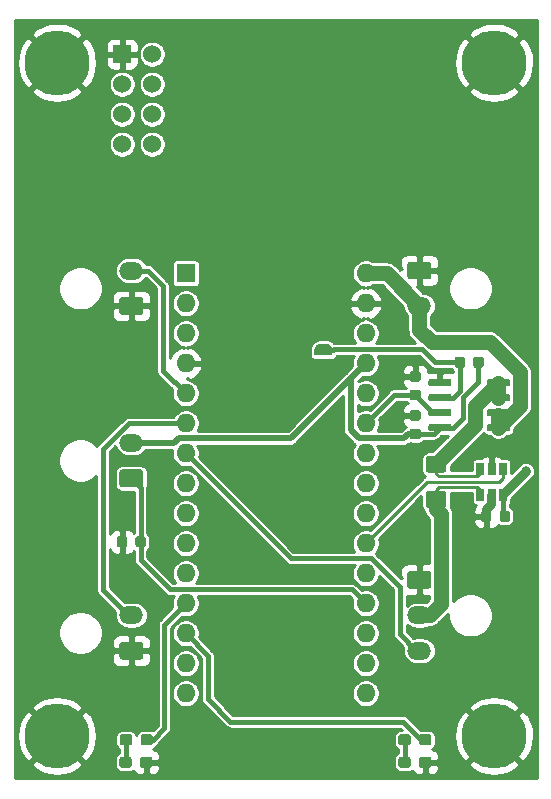
<source format=gbr>
G04 #@! TF.GenerationSoftware,KiCad,Pcbnew,(5.1.5)-3*
G04 #@! TF.CreationDate,2020-05-08T01:18:23-06:00*
G04 #@! TF.ProjectId,cap,6361702e-6b69-4636-9164-5f7063625858,rev?*
G04 #@! TF.SameCoordinates,Original*
G04 #@! TF.FileFunction,Copper,L1,Top*
G04 #@! TF.FilePolarity,Positive*
%FSLAX46Y46*%
G04 Gerber Fmt 4.6, Leading zero omitted, Abs format (unit mm)*
G04 Created by KiCad (PCBNEW (5.1.5)-3) date 2020-05-08 01:18:23*
%MOMM*%
%LPD*%
G04 APERTURE LIST*
%ADD10O,1.600000X1.600000*%
%ADD11R,1.600000X1.600000*%
%ADD12C,0.100000*%
%ADD13R,1.524000X1.524000*%
%ADD14C,1.524000*%
%ADD15C,5.500000*%
%ADD16R,0.650000X1.060000*%
%ADD17O,2.020000X1.500000*%
%ADD18C,0.800000*%
%ADD19C,0.508000*%
%ADD20C,0.381000*%
%ADD21C,0.762000*%
%ADD22C,1.270000*%
%ADD23C,0.254000*%
G04 APERTURE END LIST*
D10*
X140130000Y-102390000D03*
X124890000Y-102390000D03*
X140130000Y-66830000D03*
X124890000Y-99850000D03*
X140130000Y-69370000D03*
X124890000Y-97310000D03*
X140130000Y-71910000D03*
X124890000Y-94770000D03*
X140130000Y-74450000D03*
X124890000Y-92230000D03*
X140130000Y-76990000D03*
X124890000Y-89690000D03*
X140130000Y-79530000D03*
X124890000Y-87150000D03*
X140130000Y-82070000D03*
X124890000Y-84610000D03*
X140130000Y-84610000D03*
X124890000Y-82070000D03*
X140130000Y-87150000D03*
X124890000Y-79530000D03*
X140130000Y-89690000D03*
X124890000Y-76990000D03*
X140130000Y-92230000D03*
X124890000Y-74450000D03*
X140130000Y-94770000D03*
X124890000Y-71910000D03*
X140130000Y-97310000D03*
X124890000Y-69370000D03*
X140130000Y-99850000D03*
D11*
X124890000Y-66830000D03*
G04 #@! TA.AperFunction,SMDPad,CuDef*
D12*
G36*
X121314691Y-89079053D02*
G01*
X121335926Y-89082203D01*
X121356750Y-89087419D01*
X121376962Y-89094651D01*
X121396368Y-89103830D01*
X121414781Y-89114866D01*
X121432024Y-89127654D01*
X121447930Y-89142070D01*
X121462346Y-89157976D01*
X121475134Y-89175219D01*
X121486170Y-89193632D01*
X121495349Y-89213038D01*
X121502581Y-89233250D01*
X121507797Y-89254074D01*
X121510947Y-89275309D01*
X121512000Y-89296750D01*
X121512000Y-89809250D01*
X121510947Y-89830691D01*
X121507797Y-89851926D01*
X121502581Y-89872750D01*
X121495349Y-89892962D01*
X121486170Y-89912368D01*
X121475134Y-89930781D01*
X121462346Y-89948024D01*
X121447930Y-89963930D01*
X121432024Y-89978346D01*
X121414781Y-89991134D01*
X121396368Y-90002170D01*
X121376962Y-90011349D01*
X121356750Y-90018581D01*
X121335926Y-90023797D01*
X121314691Y-90026947D01*
X121293250Y-90028000D01*
X120855750Y-90028000D01*
X120834309Y-90026947D01*
X120813074Y-90023797D01*
X120792250Y-90018581D01*
X120772038Y-90011349D01*
X120752632Y-90002170D01*
X120734219Y-89991134D01*
X120716976Y-89978346D01*
X120701070Y-89963930D01*
X120686654Y-89948024D01*
X120673866Y-89930781D01*
X120662830Y-89912368D01*
X120653651Y-89892962D01*
X120646419Y-89872750D01*
X120641203Y-89851926D01*
X120638053Y-89830691D01*
X120637000Y-89809250D01*
X120637000Y-89296750D01*
X120638053Y-89275309D01*
X120641203Y-89254074D01*
X120646419Y-89233250D01*
X120653651Y-89213038D01*
X120662830Y-89193632D01*
X120673866Y-89175219D01*
X120686654Y-89157976D01*
X120701070Y-89142070D01*
X120716976Y-89127654D01*
X120734219Y-89114866D01*
X120752632Y-89103830D01*
X120772038Y-89094651D01*
X120792250Y-89087419D01*
X120813074Y-89082203D01*
X120834309Y-89079053D01*
X120855750Y-89078000D01*
X121293250Y-89078000D01*
X121314691Y-89079053D01*
G37*
G04 #@! TD.AperFunction*
G04 #@! TA.AperFunction,SMDPad,CuDef*
G36*
X119739691Y-89079053D02*
G01*
X119760926Y-89082203D01*
X119781750Y-89087419D01*
X119801962Y-89094651D01*
X119821368Y-89103830D01*
X119839781Y-89114866D01*
X119857024Y-89127654D01*
X119872930Y-89142070D01*
X119887346Y-89157976D01*
X119900134Y-89175219D01*
X119911170Y-89193632D01*
X119920349Y-89213038D01*
X119927581Y-89233250D01*
X119932797Y-89254074D01*
X119935947Y-89275309D01*
X119937000Y-89296750D01*
X119937000Y-89809250D01*
X119935947Y-89830691D01*
X119932797Y-89851926D01*
X119927581Y-89872750D01*
X119920349Y-89892962D01*
X119911170Y-89912368D01*
X119900134Y-89930781D01*
X119887346Y-89948024D01*
X119872930Y-89963930D01*
X119857024Y-89978346D01*
X119839781Y-89991134D01*
X119821368Y-90002170D01*
X119801962Y-90011349D01*
X119781750Y-90018581D01*
X119760926Y-90023797D01*
X119739691Y-90026947D01*
X119718250Y-90028000D01*
X119280750Y-90028000D01*
X119259309Y-90026947D01*
X119238074Y-90023797D01*
X119217250Y-90018581D01*
X119197038Y-90011349D01*
X119177632Y-90002170D01*
X119159219Y-89991134D01*
X119141976Y-89978346D01*
X119126070Y-89963930D01*
X119111654Y-89948024D01*
X119098866Y-89930781D01*
X119087830Y-89912368D01*
X119078651Y-89892962D01*
X119071419Y-89872750D01*
X119066203Y-89851926D01*
X119063053Y-89830691D01*
X119062000Y-89809250D01*
X119062000Y-89296750D01*
X119063053Y-89275309D01*
X119066203Y-89254074D01*
X119071419Y-89233250D01*
X119078651Y-89213038D01*
X119087830Y-89193632D01*
X119098866Y-89175219D01*
X119111654Y-89157976D01*
X119126070Y-89142070D01*
X119141976Y-89127654D01*
X119159219Y-89114866D01*
X119177632Y-89103830D01*
X119197038Y-89094651D01*
X119217250Y-89087419D01*
X119238074Y-89082203D01*
X119259309Y-89079053D01*
X119280750Y-89078000D01*
X119718250Y-89078000D01*
X119739691Y-89079053D01*
G37*
G04 #@! TD.AperFunction*
G04 #@! TA.AperFunction,SMDPad,CuDef*
G36*
X149918691Y-73879053D02*
G01*
X149939926Y-73882203D01*
X149960750Y-73887419D01*
X149980962Y-73894651D01*
X150000368Y-73903830D01*
X150018781Y-73914866D01*
X150036024Y-73927654D01*
X150051930Y-73942070D01*
X150066346Y-73957976D01*
X150079134Y-73975219D01*
X150090170Y-73993632D01*
X150099349Y-74013038D01*
X150106581Y-74033250D01*
X150111797Y-74054074D01*
X150114947Y-74075309D01*
X150116000Y-74096750D01*
X150116000Y-74609250D01*
X150114947Y-74630691D01*
X150111797Y-74651926D01*
X150106581Y-74672750D01*
X150099349Y-74692962D01*
X150090170Y-74712368D01*
X150079134Y-74730781D01*
X150066346Y-74748024D01*
X150051930Y-74763930D01*
X150036024Y-74778346D01*
X150018781Y-74791134D01*
X150000368Y-74802170D01*
X149980962Y-74811349D01*
X149960750Y-74818581D01*
X149939926Y-74823797D01*
X149918691Y-74826947D01*
X149897250Y-74828000D01*
X149459750Y-74828000D01*
X149438309Y-74826947D01*
X149417074Y-74823797D01*
X149396250Y-74818581D01*
X149376038Y-74811349D01*
X149356632Y-74802170D01*
X149338219Y-74791134D01*
X149320976Y-74778346D01*
X149305070Y-74763930D01*
X149290654Y-74748024D01*
X149277866Y-74730781D01*
X149266830Y-74712368D01*
X149257651Y-74692962D01*
X149250419Y-74672750D01*
X149245203Y-74651926D01*
X149242053Y-74630691D01*
X149241000Y-74609250D01*
X149241000Y-74096750D01*
X149242053Y-74075309D01*
X149245203Y-74054074D01*
X149250419Y-74033250D01*
X149257651Y-74013038D01*
X149266830Y-73993632D01*
X149277866Y-73975219D01*
X149290654Y-73957976D01*
X149305070Y-73942070D01*
X149320976Y-73927654D01*
X149338219Y-73914866D01*
X149356632Y-73903830D01*
X149376038Y-73894651D01*
X149396250Y-73887419D01*
X149417074Y-73882203D01*
X149438309Y-73879053D01*
X149459750Y-73878000D01*
X149897250Y-73878000D01*
X149918691Y-73879053D01*
G37*
G04 #@! TD.AperFunction*
G04 #@! TA.AperFunction,SMDPad,CuDef*
G36*
X148343691Y-73879053D02*
G01*
X148364926Y-73882203D01*
X148385750Y-73887419D01*
X148405962Y-73894651D01*
X148425368Y-73903830D01*
X148443781Y-73914866D01*
X148461024Y-73927654D01*
X148476930Y-73942070D01*
X148491346Y-73957976D01*
X148504134Y-73975219D01*
X148515170Y-73993632D01*
X148524349Y-74013038D01*
X148531581Y-74033250D01*
X148536797Y-74054074D01*
X148539947Y-74075309D01*
X148541000Y-74096750D01*
X148541000Y-74609250D01*
X148539947Y-74630691D01*
X148536797Y-74651926D01*
X148531581Y-74672750D01*
X148524349Y-74692962D01*
X148515170Y-74712368D01*
X148504134Y-74730781D01*
X148491346Y-74748024D01*
X148476930Y-74763930D01*
X148461024Y-74778346D01*
X148443781Y-74791134D01*
X148425368Y-74802170D01*
X148405962Y-74811349D01*
X148385750Y-74818581D01*
X148364926Y-74823797D01*
X148343691Y-74826947D01*
X148322250Y-74828000D01*
X147884750Y-74828000D01*
X147863309Y-74826947D01*
X147842074Y-74823797D01*
X147821250Y-74818581D01*
X147801038Y-74811349D01*
X147781632Y-74802170D01*
X147763219Y-74791134D01*
X147745976Y-74778346D01*
X147730070Y-74763930D01*
X147715654Y-74748024D01*
X147702866Y-74730781D01*
X147691830Y-74712368D01*
X147682651Y-74692962D01*
X147675419Y-74672750D01*
X147670203Y-74651926D01*
X147667053Y-74630691D01*
X147666000Y-74609250D01*
X147666000Y-74096750D01*
X147667053Y-74075309D01*
X147670203Y-74054074D01*
X147675419Y-74033250D01*
X147682651Y-74013038D01*
X147691830Y-73993632D01*
X147702866Y-73975219D01*
X147715654Y-73957976D01*
X147730070Y-73942070D01*
X147745976Y-73927654D01*
X147763219Y-73914866D01*
X147781632Y-73903830D01*
X147801038Y-73894651D01*
X147821250Y-73887419D01*
X147842074Y-73882203D01*
X147863309Y-73879053D01*
X147884750Y-73878000D01*
X148322250Y-73878000D01*
X148343691Y-73879053D01*
G37*
G04 #@! TD.AperFunction*
G04 #@! TA.AperFunction,SMDPad,CuDef*
G36*
X137292398Y-74582000D02*
G01*
X137292398Y-74606534D01*
X137287588Y-74655365D01*
X137278016Y-74703490D01*
X137263772Y-74750445D01*
X137244995Y-74795778D01*
X137221864Y-74839051D01*
X137194604Y-74879850D01*
X137163476Y-74917779D01*
X137128779Y-74952476D01*
X137090850Y-74983604D01*
X137050051Y-75010864D01*
X137006778Y-75033995D01*
X136961445Y-75052772D01*
X136914490Y-75067016D01*
X136866365Y-75076588D01*
X136817534Y-75081398D01*
X136793000Y-75081398D01*
X136793000Y-75082000D01*
X136293000Y-75082000D01*
X136293000Y-75081398D01*
X136268466Y-75081398D01*
X136219635Y-75076588D01*
X136171510Y-75067016D01*
X136124555Y-75052772D01*
X136079222Y-75033995D01*
X136035949Y-75010864D01*
X135995150Y-74983604D01*
X135957221Y-74952476D01*
X135922524Y-74917779D01*
X135891396Y-74879850D01*
X135864136Y-74839051D01*
X135841005Y-74795778D01*
X135822228Y-74750445D01*
X135807984Y-74703490D01*
X135798412Y-74655365D01*
X135793602Y-74606534D01*
X135793602Y-74582000D01*
X135793000Y-74582000D01*
X135793000Y-74082000D01*
X137293000Y-74082000D01*
X137293000Y-74582000D01*
X137292398Y-74582000D01*
G37*
G04 #@! TD.AperFunction*
G04 #@! TA.AperFunction,SMDPad,CuDef*
G36*
X135793000Y-73782000D02*
G01*
X135793000Y-73282000D01*
X135793602Y-73282000D01*
X135793602Y-73257466D01*
X135798412Y-73208635D01*
X135807984Y-73160510D01*
X135822228Y-73113555D01*
X135841005Y-73068222D01*
X135864136Y-73024949D01*
X135891396Y-72984150D01*
X135922524Y-72946221D01*
X135957221Y-72911524D01*
X135995150Y-72880396D01*
X136035949Y-72853136D01*
X136079222Y-72830005D01*
X136124555Y-72811228D01*
X136171510Y-72796984D01*
X136219635Y-72787412D01*
X136268466Y-72782602D01*
X136293000Y-72782602D01*
X136293000Y-72782000D01*
X136793000Y-72782000D01*
X136793000Y-72782602D01*
X136817534Y-72782602D01*
X136866365Y-72787412D01*
X136914490Y-72796984D01*
X136961445Y-72811228D01*
X137006778Y-72830005D01*
X137050051Y-72853136D01*
X137090850Y-72880396D01*
X137128779Y-72911524D01*
X137163476Y-72946221D01*
X137194604Y-72984150D01*
X137221864Y-73024949D01*
X137244995Y-73068222D01*
X137263772Y-73113555D01*
X137278016Y-73160510D01*
X137287588Y-73208635D01*
X137292398Y-73257466D01*
X137292398Y-73282000D01*
X137293000Y-73282000D01*
X137293000Y-73782000D01*
X135793000Y-73782000D01*
G37*
G04 #@! TD.AperFunction*
G04 #@! TA.AperFunction,SMDPad,CuDef*
G36*
X144591691Y-78423053D02*
G01*
X144612926Y-78426203D01*
X144633750Y-78431419D01*
X144653962Y-78438651D01*
X144673368Y-78447830D01*
X144691781Y-78458866D01*
X144709024Y-78471654D01*
X144724930Y-78486070D01*
X144739346Y-78501976D01*
X144752134Y-78519219D01*
X144763170Y-78537632D01*
X144772349Y-78557038D01*
X144779581Y-78577250D01*
X144784797Y-78598074D01*
X144787947Y-78619309D01*
X144789000Y-78640750D01*
X144789000Y-79078250D01*
X144787947Y-79099691D01*
X144784797Y-79120926D01*
X144779581Y-79141750D01*
X144772349Y-79161962D01*
X144763170Y-79181368D01*
X144752134Y-79199781D01*
X144739346Y-79217024D01*
X144724930Y-79232930D01*
X144709024Y-79247346D01*
X144691781Y-79260134D01*
X144673368Y-79271170D01*
X144653962Y-79280349D01*
X144633750Y-79287581D01*
X144612926Y-79292797D01*
X144591691Y-79295947D01*
X144570250Y-79297000D01*
X144057750Y-79297000D01*
X144036309Y-79295947D01*
X144015074Y-79292797D01*
X143994250Y-79287581D01*
X143974038Y-79280349D01*
X143954632Y-79271170D01*
X143936219Y-79260134D01*
X143918976Y-79247346D01*
X143903070Y-79232930D01*
X143888654Y-79217024D01*
X143875866Y-79199781D01*
X143864830Y-79181368D01*
X143855651Y-79161962D01*
X143848419Y-79141750D01*
X143843203Y-79120926D01*
X143840053Y-79099691D01*
X143839000Y-79078250D01*
X143839000Y-78640750D01*
X143840053Y-78619309D01*
X143843203Y-78598074D01*
X143848419Y-78577250D01*
X143855651Y-78557038D01*
X143864830Y-78537632D01*
X143875866Y-78519219D01*
X143888654Y-78501976D01*
X143903070Y-78486070D01*
X143918976Y-78471654D01*
X143936219Y-78458866D01*
X143954632Y-78447830D01*
X143974038Y-78438651D01*
X143994250Y-78431419D01*
X144015074Y-78426203D01*
X144036309Y-78423053D01*
X144057750Y-78422000D01*
X144570250Y-78422000D01*
X144591691Y-78423053D01*
G37*
G04 #@! TD.AperFunction*
G04 #@! TA.AperFunction,SMDPad,CuDef*
G36*
X144591691Y-79998053D02*
G01*
X144612926Y-80001203D01*
X144633750Y-80006419D01*
X144653962Y-80013651D01*
X144673368Y-80022830D01*
X144691781Y-80033866D01*
X144709024Y-80046654D01*
X144724930Y-80061070D01*
X144739346Y-80076976D01*
X144752134Y-80094219D01*
X144763170Y-80112632D01*
X144772349Y-80132038D01*
X144779581Y-80152250D01*
X144784797Y-80173074D01*
X144787947Y-80194309D01*
X144789000Y-80215750D01*
X144789000Y-80653250D01*
X144787947Y-80674691D01*
X144784797Y-80695926D01*
X144779581Y-80716750D01*
X144772349Y-80736962D01*
X144763170Y-80756368D01*
X144752134Y-80774781D01*
X144739346Y-80792024D01*
X144724930Y-80807930D01*
X144709024Y-80822346D01*
X144691781Y-80835134D01*
X144673368Y-80846170D01*
X144653962Y-80855349D01*
X144633750Y-80862581D01*
X144612926Y-80867797D01*
X144591691Y-80870947D01*
X144570250Y-80872000D01*
X144057750Y-80872000D01*
X144036309Y-80870947D01*
X144015074Y-80867797D01*
X143994250Y-80862581D01*
X143974038Y-80855349D01*
X143954632Y-80846170D01*
X143936219Y-80835134D01*
X143918976Y-80822346D01*
X143903070Y-80807930D01*
X143888654Y-80792024D01*
X143875866Y-80774781D01*
X143864830Y-80756368D01*
X143855651Y-80736962D01*
X143848419Y-80716750D01*
X143843203Y-80695926D01*
X143840053Y-80674691D01*
X143839000Y-80653250D01*
X143839000Y-80215750D01*
X143840053Y-80194309D01*
X143843203Y-80173074D01*
X143848419Y-80152250D01*
X143855651Y-80132038D01*
X143864830Y-80112632D01*
X143875866Y-80094219D01*
X143888654Y-80076976D01*
X143903070Y-80061070D01*
X143918976Y-80046654D01*
X143936219Y-80033866D01*
X143954632Y-80022830D01*
X143974038Y-80013651D01*
X143994250Y-80006419D01*
X144015074Y-80001203D01*
X144036309Y-79998053D01*
X144057750Y-79997000D01*
X144570250Y-79997000D01*
X144591691Y-79998053D01*
G37*
G04 #@! TD.AperFunction*
G04 #@! TA.AperFunction,SMDPad,CuDef*
G36*
X144591691Y-75121053D02*
G01*
X144612926Y-75124203D01*
X144633750Y-75129419D01*
X144653962Y-75136651D01*
X144673368Y-75145830D01*
X144691781Y-75156866D01*
X144709024Y-75169654D01*
X144724930Y-75184070D01*
X144739346Y-75199976D01*
X144752134Y-75217219D01*
X144763170Y-75235632D01*
X144772349Y-75255038D01*
X144779581Y-75275250D01*
X144784797Y-75296074D01*
X144787947Y-75317309D01*
X144789000Y-75338750D01*
X144789000Y-75776250D01*
X144787947Y-75797691D01*
X144784797Y-75818926D01*
X144779581Y-75839750D01*
X144772349Y-75859962D01*
X144763170Y-75879368D01*
X144752134Y-75897781D01*
X144739346Y-75915024D01*
X144724930Y-75930930D01*
X144709024Y-75945346D01*
X144691781Y-75958134D01*
X144673368Y-75969170D01*
X144653962Y-75978349D01*
X144633750Y-75985581D01*
X144612926Y-75990797D01*
X144591691Y-75993947D01*
X144570250Y-75995000D01*
X144057750Y-75995000D01*
X144036309Y-75993947D01*
X144015074Y-75990797D01*
X143994250Y-75985581D01*
X143974038Y-75978349D01*
X143954632Y-75969170D01*
X143936219Y-75958134D01*
X143918976Y-75945346D01*
X143903070Y-75930930D01*
X143888654Y-75915024D01*
X143875866Y-75897781D01*
X143864830Y-75879368D01*
X143855651Y-75859962D01*
X143848419Y-75839750D01*
X143843203Y-75818926D01*
X143840053Y-75797691D01*
X143839000Y-75776250D01*
X143839000Y-75338750D01*
X143840053Y-75317309D01*
X143843203Y-75296074D01*
X143848419Y-75275250D01*
X143855651Y-75255038D01*
X143864830Y-75235632D01*
X143875866Y-75217219D01*
X143888654Y-75199976D01*
X143903070Y-75184070D01*
X143918976Y-75169654D01*
X143936219Y-75156866D01*
X143954632Y-75145830D01*
X143974038Y-75136651D01*
X143994250Y-75129419D01*
X144015074Y-75124203D01*
X144036309Y-75121053D01*
X144057750Y-75120000D01*
X144570250Y-75120000D01*
X144591691Y-75121053D01*
G37*
G04 #@! TD.AperFunction*
G04 #@! TA.AperFunction,SMDPad,CuDef*
G36*
X144591691Y-76696053D02*
G01*
X144612926Y-76699203D01*
X144633750Y-76704419D01*
X144653962Y-76711651D01*
X144673368Y-76720830D01*
X144691781Y-76731866D01*
X144709024Y-76744654D01*
X144724930Y-76759070D01*
X144739346Y-76774976D01*
X144752134Y-76792219D01*
X144763170Y-76810632D01*
X144772349Y-76830038D01*
X144779581Y-76850250D01*
X144784797Y-76871074D01*
X144787947Y-76892309D01*
X144789000Y-76913750D01*
X144789000Y-77351250D01*
X144787947Y-77372691D01*
X144784797Y-77393926D01*
X144779581Y-77414750D01*
X144772349Y-77434962D01*
X144763170Y-77454368D01*
X144752134Y-77472781D01*
X144739346Y-77490024D01*
X144724930Y-77505930D01*
X144709024Y-77520346D01*
X144691781Y-77533134D01*
X144673368Y-77544170D01*
X144653962Y-77553349D01*
X144633750Y-77560581D01*
X144612926Y-77565797D01*
X144591691Y-77568947D01*
X144570250Y-77570000D01*
X144057750Y-77570000D01*
X144036309Y-77568947D01*
X144015074Y-77565797D01*
X143994250Y-77560581D01*
X143974038Y-77553349D01*
X143954632Y-77544170D01*
X143936219Y-77533134D01*
X143918976Y-77520346D01*
X143903070Y-77505930D01*
X143888654Y-77490024D01*
X143875866Y-77472781D01*
X143864830Y-77454368D01*
X143855651Y-77434962D01*
X143848419Y-77414750D01*
X143843203Y-77393926D01*
X143840053Y-77372691D01*
X143839000Y-77351250D01*
X143839000Y-76913750D01*
X143840053Y-76892309D01*
X143843203Y-76871074D01*
X143848419Y-76850250D01*
X143855651Y-76830038D01*
X143864830Y-76810632D01*
X143875866Y-76792219D01*
X143888654Y-76774976D01*
X143903070Y-76759070D01*
X143918976Y-76744654D01*
X143936219Y-76731866D01*
X143954632Y-76720830D01*
X143974038Y-76711651D01*
X143994250Y-76704419D01*
X144015074Y-76699203D01*
X144036309Y-76696053D01*
X144057750Y-76695000D01*
X144570250Y-76695000D01*
X144591691Y-76696053D01*
G37*
G04 #@! TD.AperFunction*
D13*
X119500000Y-48260000D03*
D14*
X122040000Y-48260000D03*
X119500000Y-50800000D03*
X122040000Y-50800000D03*
X119500000Y-53340000D03*
X122040000Y-53340000D03*
X119500000Y-55880000D03*
X122040000Y-55880000D03*
G04 #@! TA.AperFunction,SMDPad,CuDef*
D12*
G36*
X152138691Y-86920053D02*
G01*
X152159926Y-86923203D01*
X152180750Y-86928419D01*
X152200962Y-86935651D01*
X152220368Y-86944830D01*
X152238781Y-86955866D01*
X152256024Y-86968654D01*
X152271930Y-86983070D01*
X152286346Y-86998976D01*
X152299134Y-87016219D01*
X152310170Y-87034632D01*
X152319349Y-87054038D01*
X152326581Y-87074250D01*
X152331797Y-87095074D01*
X152334947Y-87116309D01*
X152336000Y-87137750D01*
X152336000Y-87650250D01*
X152334947Y-87671691D01*
X152331797Y-87692926D01*
X152326581Y-87713750D01*
X152319349Y-87733962D01*
X152310170Y-87753368D01*
X152299134Y-87771781D01*
X152286346Y-87789024D01*
X152271930Y-87804930D01*
X152256024Y-87819346D01*
X152238781Y-87832134D01*
X152220368Y-87843170D01*
X152200962Y-87852349D01*
X152180750Y-87859581D01*
X152159926Y-87864797D01*
X152138691Y-87867947D01*
X152117250Y-87869000D01*
X151679750Y-87869000D01*
X151658309Y-87867947D01*
X151637074Y-87864797D01*
X151616250Y-87859581D01*
X151596038Y-87852349D01*
X151576632Y-87843170D01*
X151558219Y-87832134D01*
X151540976Y-87819346D01*
X151525070Y-87804930D01*
X151510654Y-87789024D01*
X151497866Y-87771781D01*
X151486830Y-87753368D01*
X151477651Y-87733962D01*
X151470419Y-87713750D01*
X151465203Y-87692926D01*
X151462053Y-87671691D01*
X151461000Y-87650250D01*
X151461000Y-87137750D01*
X151462053Y-87116309D01*
X151465203Y-87095074D01*
X151470419Y-87074250D01*
X151477651Y-87054038D01*
X151486830Y-87034632D01*
X151497866Y-87016219D01*
X151510654Y-86998976D01*
X151525070Y-86983070D01*
X151540976Y-86968654D01*
X151558219Y-86955866D01*
X151576632Y-86944830D01*
X151596038Y-86935651D01*
X151616250Y-86928419D01*
X151637074Y-86923203D01*
X151658309Y-86920053D01*
X151679750Y-86919000D01*
X152117250Y-86919000D01*
X152138691Y-86920053D01*
G37*
G04 #@! TD.AperFunction*
G04 #@! TA.AperFunction,SMDPad,CuDef*
G36*
X150563691Y-86920053D02*
G01*
X150584926Y-86923203D01*
X150605750Y-86928419D01*
X150625962Y-86935651D01*
X150645368Y-86944830D01*
X150663781Y-86955866D01*
X150681024Y-86968654D01*
X150696930Y-86983070D01*
X150711346Y-86998976D01*
X150724134Y-87016219D01*
X150735170Y-87034632D01*
X150744349Y-87054038D01*
X150751581Y-87074250D01*
X150756797Y-87095074D01*
X150759947Y-87116309D01*
X150761000Y-87137750D01*
X150761000Y-87650250D01*
X150759947Y-87671691D01*
X150756797Y-87692926D01*
X150751581Y-87713750D01*
X150744349Y-87733962D01*
X150735170Y-87753368D01*
X150724134Y-87771781D01*
X150711346Y-87789024D01*
X150696930Y-87804930D01*
X150681024Y-87819346D01*
X150663781Y-87832134D01*
X150645368Y-87843170D01*
X150625962Y-87852349D01*
X150605750Y-87859581D01*
X150584926Y-87864797D01*
X150563691Y-87867947D01*
X150542250Y-87869000D01*
X150104750Y-87869000D01*
X150083309Y-87867947D01*
X150062074Y-87864797D01*
X150041250Y-87859581D01*
X150021038Y-87852349D01*
X150001632Y-87843170D01*
X149983219Y-87832134D01*
X149965976Y-87819346D01*
X149950070Y-87804930D01*
X149935654Y-87789024D01*
X149922866Y-87771781D01*
X149911830Y-87753368D01*
X149902651Y-87733962D01*
X149895419Y-87713750D01*
X149890203Y-87692926D01*
X149887053Y-87671691D01*
X149886000Y-87650250D01*
X149886000Y-87137750D01*
X149887053Y-87116309D01*
X149890203Y-87095074D01*
X149895419Y-87074250D01*
X149902651Y-87054038D01*
X149911830Y-87034632D01*
X149922866Y-87016219D01*
X149935654Y-86998976D01*
X149950070Y-86983070D01*
X149965976Y-86968654D01*
X149983219Y-86955866D01*
X150001632Y-86944830D01*
X150021038Y-86935651D01*
X150041250Y-86928419D01*
X150062074Y-86923203D01*
X150083309Y-86920053D01*
X150104750Y-86919000D01*
X150542250Y-86919000D01*
X150563691Y-86920053D01*
G37*
G04 #@! TD.AperFunction*
D15*
X151000000Y-49000000D03*
X114000000Y-49000000D03*
G04 #@! TA.AperFunction,SMDPad,CuDef*
D12*
G36*
X152205703Y-79601722D02*
G01*
X152220264Y-79603882D01*
X152234543Y-79607459D01*
X152248403Y-79612418D01*
X152261710Y-79618712D01*
X152274336Y-79626280D01*
X152286159Y-79635048D01*
X152297066Y-79644934D01*
X152306952Y-79655841D01*
X152315720Y-79667664D01*
X152323288Y-79680290D01*
X152329582Y-79693597D01*
X152334541Y-79707457D01*
X152338118Y-79721736D01*
X152340278Y-79736297D01*
X152341000Y-79751000D01*
X152341000Y-80051000D01*
X152340278Y-80065703D01*
X152338118Y-80080264D01*
X152334541Y-80094543D01*
X152329582Y-80108403D01*
X152323288Y-80121710D01*
X152315720Y-80134336D01*
X152306952Y-80146159D01*
X152297066Y-80157066D01*
X152286159Y-80166952D01*
X152274336Y-80175720D01*
X152261710Y-80183288D01*
X152248403Y-80189582D01*
X152234543Y-80194541D01*
X152220264Y-80198118D01*
X152205703Y-80200278D01*
X152191000Y-80201000D01*
X150541000Y-80201000D01*
X150526297Y-80200278D01*
X150511736Y-80198118D01*
X150497457Y-80194541D01*
X150483597Y-80189582D01*
X150470290Y-80183288D01*
X150457664Y-80175720D01*
X150445841Y-80166952D01*
X150434934Y-80157066D01*
X150425048Y-80146159D01*
X150416280Y-80134336D01*
X150408712Y-80121710D01*
X150402418Y-80108403D01*
X150397459Y-80094543D01*
X150393882Y-80080264D01*
X150391722Y-80065703D01*
X150391000Y-80051000D01*
X150391000Y-79751000D01*
X150391722Y-79736297D01*
X150393882Y-79721736D01*
X150397459Y-79707457D01*
X150402418Y-79693597D01*
X150408712Y-79680290D01*
X150416280Y-79667664D01*
X150425048Y-79655841D01*
X150434934Y-79644934D01*
X150445841Y-79635048D01*
X150457664Y-79626280D01*
X150470290Y-79618712D01*
X150483597Y-79612418D01*
X150497457Y-79607459D01*
X150511736Y-79603882D01*
X150526297Y-79601722D01*
X150541000Y-79601000D01*
X152191000Y-79601000D01*
X152205703Y-79601722D01*
G37*
G04 #@! TD.AperFunction*
G04 #@! TA.AperFunction,SMDPad,CuDef*
G36*
X152205703Y-78331722D02*
G01*
X152220264Y-78333882D01*
X152234543Y-78337459D01*
X152248403Y-78342418D01*
X152261710Y-78348712D01*
X152274336Y-78356280D01*
X152286159Y-78365048D01*
X152297066Y-78374934D01*
X152306952Y-78385841D01*
X152315720Y-78397664D01*
X152323288Y-78410290D01*
X152329582Y-78423597D01*
X152334541Y-78437457D01*
X152338118Y-78451736D01*
X152340278Y-78466297D01*
X152341000Y-78481000D01*
X152341000Y-78781000D01*
X152340278Y-78795703D01*
X152338118Y-78810264D01*
X152334541Y-78824543D01*
X152329582Y-78838403D01*
X152323288Y-78851710D01*
X152315720Y-78864336D01*
X152306952Y-78876159D01*
X152297066Y-78887066D01*
X152286159Y-78896952D01*
X152274336Y-78905720D01*
X152261710Y-78913288D01*
X152248403Y-78919582D01*
X152234543Y-78924541D01*
X152220264Y-78928118D01*
X152205703Y-78930278D01*
X152191000Y-78931000D01*
X150541000Y-78931000D01*
X150526297Y-78930278D01*
X150511736Y-78928118D01*
X150497457Y-78924541D01*
X150483597Y-78919582D01*
X150470290Y-78913288D01*
X150457664Y-78905720D01*
X150445841Y-78896952D01*
X150434934Y-78887066D01*
X150425048Y-78876159D01*
X150416280Y-78864336D01*
X150408712Y-78851710D01*
X150402418Y-78838403D01*
X150397459Y-78824543D01*
X150393882Y-78810264D01*
X150391722Y-78795703D01*
X150391000Y-78781000D01*
X150391000Y-78481000D01*
X150391722Y-78466297D01*
X150393882Y-78451736D01*
X150397459Y-78437457D01*
X150402418Y-78423597D01*
X150408712Y-78410290D01*
X150416280Y-78397664D01*
X150425048Y-78385841D01*
X150434934Y-78374934D01*
X150445841Y-78365048D01*
X150457664Y-78356280D01*
X150470290Y-78348712D01*
X150483597Y-78342418D01*
X150497457Y-78337459D01*
X150511736Y-78333882D01*
X150526297Y-78331722D01*
X150541000Y-78331000D01*
X152191000Y-78331000D01*
X152205703Y-78331722D01*
G37*
G04 #@! TD.AperFunction*
G04 #@! TA.AperFunction,SMDPad,CuDef*
G36*
X152205703Y-77061722D02*
G01*
X152220264Y-77063882D01*
X152234543Y-77067459D01*
X152248403Y-77072418D01*
X152261710Y-77078712D01*
X152274336Y-77086280D01*
X152286159Y-77095048D01*
X152297066Y-77104934D01*
X152306952Y-77115841D01*
X152315720Y-77127664D01*
X152323288Y-77140290D01*
X152329582Y-77153597D01*
X152334541Y-77167457D01*
X152338118Y-77181736D01*
X152340278Y-77196297D01*
X152341000Y-77211000D01*
X152341000Y-77511000D01*
X152340278Y-77525703D01*
X152338118Y-77540264D01*
X152334541Y-77554543D01*
X152329582Y-77568403D01*
X152323288Y-77581710D01*
X152315720Y-77594336D01*
X152306952Y-77606159D01*
X152297066Y-77617066D01*
X152286159Y-77626952D01*
X152274336Y-77635720D01*
X152261710Y-77643288D01*
X152248403Y-77649582D01*
X152234543Y-77654541D01*
X152220264Y-77658118D01*
X152205703Y-77660278D01*
X152191000Y-77661000D01*
X150541000Y-77661000D01*
X150526297Y-77660278D01*
X150511736Y-77658118D01*
X150497457Y-77654541D01*
X150483597Y-77649582D01*
X150470290Y-77643288D01*
X150457664Y-77635720D01*
X150445841Y-77626952D01*
X150434934Y-77617066D01*
X150425048Y-77606159D01*
X150416280Y-77594336D01*
X150408712Y-77581710D01*
X150402418Y-77568403D01*
X150397459Y-77554543D01*
X150393882Y-77540264D01*
X150391722Y-77525703D01*
X150391000Y-77511000D01*
X150391000Y-77211000D01*
X150391722Y-77196297D01*
X150393882Y-77181736D01*
X150397459Y-77167457D01*
X150402418Y-77153597D01*
X150408712Y-77140290D01*
X150416280Y-77127664D01*
X150425048Y-77115841D01*
X150434934Y-77104934D01*
X150445841Y-77095048D01*
X150457664Y-77086280D01*
X150470290Y-77078712D01*
X150483597Y-77072418D01*
X150497457Y-77067459D01*
X150511736Y-77063882D01*
X150526297Y-77061722D01*
X150541000Y-77061000D01*
X152191000Y-77061000D01*
X152205703Y-77061722D01*
G37*
G04 #@! TD.AperFunction*
G04 #@! TA.AperFunction,SMDPad,CuDef*
G36*
X152205703Y-75791722D02*
G01*
X152220264Y-75793882D01*
X152234543Y-75797459D01*
X152248403Y-75802418D01*
X152261710Y-75808712D01*
X152274336Y-75816280D01*
X152286159Y-75825048D01*
X152297066Y-75834934D01*
X152306952Y-75845841D01*
X152315720Y-75857664D01*
X152323288Y-75870290D01*
X152329582Y-75883597D01*
X152334541Y-75897457D01*
X152338118Y-75911736D01*
X152340278Y-75926297D01*
X152341000Y-75941000D01*
X152341000Y-76241000D01*
X152340278Y-76255703D01*
X152338118Y-76270264D01*
X152334541Y-76284543D01*
X152329582Y-76298403D01*
X152323288Y-76311710D01*
X152315720Y-76324336D01*
X152306952Y-76336159D01*
X152297066Y-76347066D01*
X152286159Y-76356952D01*
X152274336Y-76365720D01*
X152261710Y-76373288D01*
X152248403Y-76379582D01*
X152234543Y-76384541D01*
X152220264Y-76388118D01*
X152205703Y-76390278D01*
X152191000Y-76391000D01*
X150541000Y-76391000D01*
X150526297Y-76390278D01*
X150511736Y-76388118D01*
X150497457Y-76384541D01*
X150483597Y-76379582D01*
X150470290Y-76373288D01*
X150457664Y-76365720D01*
X150445841Y-76356952D01*
X150434934Y-76347066D01*
X150425048Y-76336159D01*
X150416280Y-76324336D01*
X150408712Y-76311710D01*
X150402418Y-76298403D01*
X150397459Y-76284543D01*
X150393882Y-76270264D01*
X150391722Y-76255703D01*
X150391000Y-76241000D01*
X150391000Y-75941000D01*
X150391722Y-75926297D01*
X150393882Y-75911736D01*
X150397459Y-75897457D01*
X150402418Y-75883597D01*
X150408712Y-75870290D01*
X150416280Y-75857664D01*
X150425048Y-75845841D01*
X150434934Y-75834934D01*
X150445841Y-75825048D01*
X150457664Y-75816280D01*
X150470290Y-75808712D01*
X150483597Y-75802418D01*
X150497457Y-75797459D01*
X150511736Y-75793882D01*
X150526297Y-75791722D01*
X150541000Y-75791000D01*
X152191000Y-75791000D01*
X152205703Y-75791722D01*
G37*
G04 #@! TD.AperFunction*
G04 #@! TA.AperFunction,SMDPad,CuDef*
G36*
X147255703Y-75791722D02*
G01*
X147270264Y-75793882D01*
X147284543Y-75797459D01*
X147298403Y-75802418D01*
X147311710Y-75808712D01*
X147324336Y-75816280D01*
X147336159Y-75825048D01*
X147347066Y-75834934D01*
X147356952Y-75845841D01*
X147365720Y-75857664D01*
X147373288Y-75870290D01*
X147379582Y-75883597D01*
X147384541Y-75897457D01*
X147388118Y-75911736D01*
X147390278Y-75926297D01*
X147391000Y-75941000D01*
X147391000Y-76241000D01*
X147390278Y-76255703D01*
X147388118Y-76270264D01*
X147384541Y-76284543D01*
X147379582Y-76298403D01*
X147373288Y-76311710D01*
X147365720Y-76324336D01*
X147356952Y-76336159D01*
X147347066Y-76347066D01*
X147336159Y-76356952D01*
X147324336Y-76365720D01*
X147311710Y-76373288D01*
X147298403Y-76379582D01*
X147284543Y-76384541D01*
X147270264Y-76388118D01*
X147255703Y-76390278D01*
X147241000Y-76391000D01*
X145591000Y-76391000D01*
X145576297Y-76390278D01*
X145561736Y-76388118D01*
X145547457Y-76384541D01*
X145533597Y-76379582D01*
X145520290Y-76373288D01*
X145507664Y-76365720D01*
X145495841Y-76356952D01*
X145484934Y-76347066D01*
X145475048Y-76336159D01*
X145466280Y-76324336D01*
X145458712Y-76311710D01*
X145452418Y-76298403D01*
X145447459Y-76284543D01*
X145443882Y-76270264D01*
X145441722Y-76255703D01*
X145441000Y-76241000D01*
X145441000Y-75941000D01*
X145441722Y-75926297D01*
X145443882Y-75911736D01*
X145447459Y-75897457D01*
X145452418Y-75883597D01*
X145458712Y-75870290D01*
X145466280Y-75857664D01*
X145475048Y-75845841D01*
X145484934Y-75834934D01*
X145495841Y-75825048D01*
X145507664Y-75816280D01*
X145520290Y-75808712D01*
X145533597Y-75802418D01*
X145547457Y-75797459D01*
X145561736Y-75793882D01*
X145576297Y-75791722D01*
X145591000Y-75791000D01*
X147241000Y-75791000D01*
X147255703Y-75791722D01*
G37*
G04 #@! TD.AperFunction*
G04 #@! TA.AperFunction,SMDPad,CuDef*
G36*
X147255703Y-77061722D02*
G01*
X147270264Y-77063882D01*
X147284543Y-77067459D01*
X147298403Y-77072418D01*
X147311710Y-77078712D01*
X147324336Y-77086280D01*
X147336159Y-77095048D01*
X147347066Y-77104934D01*
X147356952Y-77115841D01*
X147365720Y-77127664D01*
X147373288Y-77140290D01*
X147379582Y-77153597D01*
X147384541Y-77167457D01*
X147388118Y-77181736D01*
X147390278Y-77196297D01*
X147391000Y-77211000D01*
X147391000Y-77511000D01*
X147390278Y-77525703D01*
X147388118Y-77540264D01*
X147384541Y-77554543D01*
X147379582Y-77568403D01*
X147373288Y-77581710D01*
X147365720Y-77594336D01*
X147356952Y-77606159D01*
X147347066Y-77617066D01*
X147336159Y-77626952D01*
X147324336Y-77635720D01*
X147311710Y-77643288D01*
X147298403Y-77649582D01*
X147284543Y-77654541D01*
X147270264Y-77658118D01*
X147255703Y-77660278D01*
X147241000Y-77661000D01*
X145591000Y-77661000D01*
X145576297Y-77660278D01*
X145561736Y-77658118D01*
X145547457Y-77654541D01*
X145533597Y-77649582D01*
X145520290Y-77643288D01*
X145507664Y-77635720D01*
X145495841Y-77626952D01*
X145484934Y-77617066D01*
X145475048Y-77606159D01*
X145466280Y-77594336D01*
X145458712Y-77581710D01*
X145452418Y-77568403D01*
X145447459Y-77554543D01*
X145443882Y-77540264D01*
X145441722Y-77525703D01*
X145441000Y-77511000D01*
X145441000Y-77211000D01*
X145441722Y-77196297D01*
X145443882Y-77181736D01*
X145447459Y-77167457D01*
X145452418Y-77153597D01*
X145458712Y-77140290D01*
X145466280Y-77127664D01*
X145475048Y-77115841D01*
X145484934Y-77104934D01*
X145495841Y-77095048D01*
X145507664Y-77086280D01*
X145520290Y-77078712D01*
X145533597Y-77072418D01*
X145547457Y-77067459D01*
X145561736Y-77063882D01*
X145576297Y-77061722D01*
X145591000Y-77061000D01*
X147241000Y-77061000D01*
X147255703Y-77061722D01*
G37*
G04 #@! TD.AperFunction*
G04 #@! TA.AperFunction,SMDPad,CuDef*
G36*
X147255703Y-78331722D02*
G01*
X147270264Y-78333882D01*
X147284543Y-78337459D01*
X147298403Y-78342418D01*
X147311710Y-78348712D01*
X147324336Y-78356280D01*
X147336159Y-78365048D01*
X147347066Y-78374934D01*
X147356952Y-78385841D01*
X147365720Y-78397664D01*
X147373288Y-78410290D01*
X147379582Y-78423597D01*
X147384541Y-78437457D01*
X147388118Y-78451736D01*
X147390278Y-78466297D01*
X147391000Y-78481000D01*
X147391000Y-78781000D01*
X147390278Y-78795703D01*
X147388118Y-78810264D01*
X147384541Y-78824543D01*
X147379582Y-78838403D01*
X147373288Y-78851710D01*
X147365720Y-78864336D01*
X147356952Y-78876159D01*
X147347066Y-78887066D01*
X147336159Y-78896952D01*
X147324336Y-78905720D01*
X147311710Y-78913288D01*
X147298403Y-78919582D01*
X147284543Y-78924541D01*
X147270264Y-78928118D01*
X147255703Y-78930278D01*
X147241000Y-78931000D01*
X145591000Y-78931000D01*
X145576297Y-78930278D01*
X145561736Y-78928118D01*
X145547457Y-78924541D01*
X145533597Y-78919582D01*
X145520290Y-78913288D01*
X145507664Y-78905720D01*
X145495841Y-78896952D01*
X145484934Y-78887066D01*
X145475048Y-78876159D01*
X145466280Y-78864336D01*
X145458712Y-78851710D01*
X145452418Y-78838403D01*
X145447459Y-78824543D01*
X145443882Y-78810264D01*
X145441722Y-78795703D01*
X145441000Y-78781000D01*
X145441000Y-78481000D01*
X145441722Y-78466297D01*
X145443882Y-78451736D01*
X145447459Y-78437457D01*
X145452418Y-78423597D01*
X145458712Y-78410290D01*
X145466280Y-78397664D01*
X145475048Y-78385841D01*
X145484934Y-78374934D01*
X145495841Y-78365048D01*
X145507664Y-78356280D01*
X145520290Y-78348712D01*
X145533597Y-78342418D01*
X145547457Y-78337459D01*
X145561736Y-78333882D01*
X145576297Y-78331722D01*
X145591000Y-78331000D01*
X147241000Y-78331000D01*
X147255703Y-78331722D01*
G37*
G04 #@! TD.AperFunction*
G04 #@! TA.AperFunction,SMDPad,CuDef*
G36*
X147255703Y-79601722D02*
G01*
X147270264Y-79603882D01*
X147284543Y-79607459D01*
X147298403Y-79612418D01*
X147311710Y-79618712D01*
X147324336Y-79626280D01*
X147336159Y-79635048D01*
X147347066Y-79644934D01*
X147356952Y-79655841D01*
X147365720Y-79667664D01*
X147373288Y-79680290D01*
X147379582Y-79693597D01*
X147384541Y-79707457D01*
X147388118Y-79721736D01*
X147390278Y-79736297D01*
X147391000Y-79751000D01*
X147391000Y-80051000D01*
X147390278Y-80065703D01*
X147388118Y-80080264D01*
X147384541Y-80094543D01*
X147379582Y-80108403D01*
X147373288Y-80121710D01*
X147365720Y-80134336D01*
X147356952Y-80146159D01*
X147347066Y-80157066D01*
X147336159Y-80166952D01*
X147324336Y-80175720D01*
X147311710Y-80183288D01*
X147298403Y-80189582D01*
X147284543Y-80194541D01*
X147270264Y-80198118D01*
X147255703Y-80200278D01*
X147241000Y-80201000D01*
X145591000Y-80201000D01*
X145576297Y-80200278D01*
X145561736Y-80198118D01*
X145547457Y-80194541D01*
X145533597Y-80189582D01*
X145520290Y-80183288D01*
X145507664Y-80175720D01*
X145495841Y-80166952D01*
X145484934Y-80157066D01*
X145475048Y-80146159D01*
X145466280Y-80134336D01*
X145458712Y-80121710D01*
X145452418Y-80108403D01*
X145447459Y-80094543D01*
X145443882Y-80080264D01*
X145441722Y-80065703D01*
X145441000Y-80051000D01*
X145441000Y-79751000D01*
X145441722Y-79736297D01*
X145443882Y-79721736D01*
X145447459Y-79707457D01*
X145452418Y-79693597D01*
X145458712Y-79680290D01*
X145466280Y-79667664D01*
X145475048Y-79655841D01*
X145484934Y-79644934D01*
X145495841Y-79635048D01*
X145507664Y-79626280D01*
X145520290Y-79618712D01*
X145533597Y-79612418D01*
X145547457Y-79607459D01*
X145561736Y-79603882D01*
X145576297Y-79601722D01*
X145591000Y-79601000D01*
X147241000Y-79601000D01*
X147255703Y-79601722D01*
G37*
G04 #@! TD.AperFunction*
D16*
X151741000Y-83373000D03*
X150791000Y-83373000D03*
X149841000Y-83373000D03*
X149841000Y-85573000D03*
X151741000Y-85573000D03*
X150791000Y-85573000D03*
D15*
X114000000Y-106000000D03*
X151000000Y-106000000D03*
G04 #@! TA.AperFunction,SMDPad,CuDef*
D12*
G36*
X121853779Y-107746144D02*
G01*
X121876834Y-107749563D01*
X121899443Y-107755227D01*
X121921387Y-107763079D01*
X121942457Y-107773044D01*
X121962448Y-107785026D01*
X121981168Y-107798910D01*
X121998438Y-107814562D01*
X122014090Y-107831832D01*
X122027974Y-107850552D01*
X122039956Y-107870543D01*
X122049921Y-107891613D01*
X122057773Y-107913557D01*
X122063437Y-107936166D01*
X122066856Y-107959221D01*
X122068000Y-107982500D01*
X122068000Y-108457500D01*
X122066856Y-108480779D01*
X122063437Y-108503834D01*
X122057773Y-108526443D01*
X122049921Y-108548387D01*
X122039956Y-108569457D01*
X122027974Y-108589448D01*
X122014090Y-108608168D01*
X121998438Y-108625438D01*
X121981168Y-108641090D01*
X121962448Y-108654974D01*
X121942457Y-108666956D01*
X121921387Y-108676921D01*
X121899443Y-108684773D01*
X121876834Y-108690437D01*
X121853779Y-108693856D01*
X121830500Y-108695000D01*
X121255500Y-108695000D01*
X121232221Y-108693856D01*
X121209166Y-108690437D01*
X121186557Y-108684773D01*
X121164613Y-108676921D01*
X121143543Y-108666956D01*
X121123552Y-108654974D01*
X121104832Y-108641090D01*
X121087562Y-108625438D01*
X121071910Y-108608168D01*
X121058026Y-108589448D01*
X121046044Y-108569457D01*
X121036079Y-108548387D01*
X121028227Y-108526443D01*
X121022563Y-108503834D01*
X121019144Y-108480779D01*
X121018000Y-108457500D01*
X121018000Y-107982500D01*
X121019144Y-107959221D01*
X121022563Y-107936166D01*
X121028227Y-107913557D01*
X121036079Y-107891613D01*
X121046044Y-107870543D01*
X121058026Y-107850552D01*
X121071910Y-107831832D01*
X121087562Y-107814562D01*
X121104832Y-107798910D01*
X121123552Y-107785026D01*
X121143543Y-107773044D01*
X121164613Y-107763079D01*
X121186557Y-107755227D01*
X121209166Y-107749563D01*
X121232221Y-107746144D01*
X121255500Y-107745000D01*
X121830500Y-107745000D01*
X121853779Y-107746144D01*
G37*
G04 #@! TD.AperFunction*
G04 #@! TA.AperFunction,SMDPad,CuDef*
G36*
X120103779Y-107746144D02*
G01*
X120126834Y-107749563D01*
X120149443Y-107755227D01*
X120171387Y-107763079D01*
X120192457Y-107773044D01*
X120212448Y-107785026D01*
X120231168Y-107798910D01*
X120248438Y-107814562D01*
X120264090Y-107831832D01*
X120277974Y-107850552D01*
X120289956Y-107870543D01*
X120299921Y-107891613D01*
X120307773Y-107913557D01*
X120313437Y-107936166D01*
X120316856Y-107959221D01*
X120318000Y-107982500D01*
X120318000Y-108457500D01*
X120316856Y-108480779D01*
X120313437Y-108503834D01*
X120307773Y-108526443D01*
X120299921Y-108548387D01*
X120289956Y-108569457D01*
X120277974Y-108589448D01*
X120264090Y-108608168D01*
X120248438Y-108625438D01*
X120231168Y-108641090D01*
X120212448Y-108654974D01*
X120192457Y-108666956D01*
X120171387Y-108676921D01*
X120149443Y-108684773D01*
X120126834Y-108690437D01*
X120103779Y-108693856D01*
X120080500Y-108695000D01*
X119505500Y-108695000D01*
X119482221Y-108693856D01*
X119459166Y-108690437D01*
X119436557Y-108684773D01*
X119414613Y-108676921D01*
X119393543Y-108666956D01*
X119373552Y-108654974D01*
X119354832Y-108641090D01*
X119337562Y-108625438D01*
X119321910Y-108608168D01*
X119308026Y-108589448D01*
X119296044Y-108569457D01*
X119286079Y-108548387D01*
X119278227Y-108526443D01*
X119272563Y-108503834D01*
X119269144Y-108480779D01*
X119268000Y-108457500D01*
X119268000Y-107982500D01*
X119269144Y-107959221D01*
X119272563Y-107936166D01*
X119278227Y-107913557D01*
X119286079Y-107891613D01*
X119296044Y-107870543D01*
X119308026Y-107850552D01*
X119321910Y-107831832D01*
X119337562Y-107814562D01*
X119354832Y-107798910D01*
X119373552Y-107785026D01*
X119393543Y-107773044D01*
X119414613Y-107763079D01*
X119436557Y-107755227D01*
X119459166Y-107749563D01*
X119482221Y-107746144D01*
X119505500Y-107745000D01*
X120080500Y-107745000D01*
X120103779Y-107746144D01*
G37*
G04 #@! TD.AperFunction*
G04 #@! TA.AperFunction,SMDPad,CuDef*
G36*
X143725779Y-107746144D02*
G01*
X143748834Y-107749563D01*
X143771443Y-107755227D01*
X143793387Y-107763079D01*
X143814457Y-107773044D01*
X143834448Y-107785026D01*
X143853168Y-107798910D01*
X143870438Y-107814562D01*
X143886090Y-107831832D01*
X143899974Y-107850552D01*
X143911956Y-107870543D01*
X143921921Y-107891613D01*
X143929773Y-107913557D01*
X143935437Y-107936166D01*
X143938856Y-107959221D01*
X143940000Y-107982500D01*
X143940000Y-108457500D01*
X143938856Y-108480779D01*
X143935437Y-108503834D01*
X143929773Y-108526443D01*
X143921921Y-108548387D01*
X143911956Y-108569457D01*
X143899974Y-108589448D01*
X143886090Y-108608168D01*
X143870438Y-108625438D01*
X143853168Y-108641090D01*
X143834448Y-108654974D01*
X143814457Y-108666956D01*
X143793387Y-108676921D01*
X143771443Y-108684773D01*
X143748834Y-108690437D01*
X143725779Y-108693856D01*
X143702500Y-108695000D01*
X143127500Y-108695000D01*
X143104221Y-108693856D01*
X143081166Y-108690437D01*
X143058557Y-108684773D01*
X143036613Y-108676921D01*
X143015543Y-108666956D01*
X142995552Y-108654974D01*
X142976832Y-108641090D01*
X142959562Y-108625438D01*
X142943910Y-108608168D01*
X142930026Y-108589448D01*
X142918044Y-108569457D01*
X142908079Y-108548387D01*
X142900227Y-108526443D01*
X142894563Y-108503834D01*
X142891144Y-108480779D01*
X142890000Y-108457500D01*
X142890000Y-107982500D01*
X142891144Y-107959221D01*
X142894563Y-107936166D01*
X142900227Y-107913557D01*
X142908079Y-107891613D01*
X142918044Y-107870543D01*
X142930026Y-107850552D01*
X142943910Y-107831832D01*
X142959562Y-107814562D01*
X142976832Y-107798910D01*
X142995552Y-107785026D01*
X143015543Y-107773044D01*
X143036613Y-107763079D01*
X143058557Y-107755227D01*
X143081166Y-107749563D01*
X143104221Y-107746144D01*
X143127500Y-107745000D01*
X143702500Y-107745000D01*
X143725779Y-107746144D01*
G37*
G04 #@! TD.AperFunction*
G04 #@! TA.AperFunction,SMDPad,CuDef*
G36*
X145475779Y-107746144D02*
G01*
X145498834Y-107749563D01*
X145521443Y-107755227D01*
X145543387Y-107763079D01*
X145564457Y-107773044D01*
X145584448Y-107785026D01*
X145603168Y-107798910D01*
X145620438Y-107814562D01*
X145636090Y-107831832D01*
X145649974Y-107850552D01*
X145661956Y-107870543D01*
X145671921Y-107891613D01*
X145679773Y-107913557D01*
X145685437Y-107936166D01*
X145688856Y-107959221D01*
X145690000Y-107982500D01*
X145690000Y-108457500D01*
X145688856Y-108480779D01*
X145685437Y-108503834D01*
X145679773Y-108526443D01*
X145671921Y-108548387D01*
X145661956Y-108569457D01*
X145649974Y-108589448D01*
X145636090Y-108608168D01*
X145620438Y-108625438D01*
X145603168Y-108641090D01*
X145584448Y-108654974D01*
X145564457Y-108666956D01*
X145543387Y-108676921D01*
X145521443Y-108684773D01*
X145498834Y-108690437D01*
X145475779Y-108693856D01*
X145452500Y-108695000D01*
X144877500Y-108695000D01*
X144854221Y-108693856D01*
X144831166Y-108690437D01*
X144808557Y-108684773D01*
X144786613Y-108676921D01*
X144765543Y-108666956D01*
X144745552Y-108654974D01*
X144726832Y-108641090D01*
X144709562Y-108625438D01*
X144693910Y-108608168D01*
X144680026Y-108589448D01*
X144668044Y-108569457D01*
X144658079Y-108548387D01*
X144650227Y-108526443D01*
X144644563Y-108503834D01*
X144641144Y-108480779D01*
X144640000Y-108457500D01*
X144640000Y-107982500D01*
X144641144Y-107959221D01*
X144644563Y-107936166D01*
X144650227Y-107913557D01*
X144658079Y-107891613D01*
X144668044Y-107870543D01*
X144680026Y-107850552D01*
X144693910Y-107831832D01*
X144709562Y-107814562D01*
X144726832Y-107798910D01*
X144745552Y-107785026D01*
X144765543Y-107773044D01*
X144786613Y-107763079D01*
X144808557Y-107755227D01*
X144831166Y-107749563D01*
X144854221Y-107746144D01*
X144877500Y-107745000D01*
X145452500Y-107745000D01*
X145475779Y-107746144D01*
G37*
G04 #@! TD.AperFunction*
G04 #@! TA.AperFunction,SMDPad,CuDef*
G36*
X145475779Y-105843144D02*
G01*
X145498834Y-105846563D01*
X145521443Y-105852227D01*
X145543387Y-105860079D01*
X145564457Y-105870044D01*
X145584448Y-105882026D01*
X145603168Y-105895910D01*
X145620438Y-105911562D01*
X145636090Y-105928832D01*
X145649974Y-105947552D01*
X145661956Y-105967543D01*
X145671921Y-105988613D01*
X145679773Y-106010557D01*
X145685437Y-106033166D01*
X145688856Y-106056221D01*
X145690000Y-106079500D01*
X145690000Y-106554500D01*
X145688856Y-106577779D01*
X145685437Y-106600834D01*
X145679773Y-106623443D01*
X145671921Y-106645387D01*
X145661956Y-106666457D01*
X145649974Y-106686448D01*
X145636090Y-106705168D01*
X145620438Y-106722438D01*
X145603168Y-106738090D01*
X145584448Y-106751974D01*
X145564457Y-106763956D01*
X145543387Y-106773921D01*
X145521443Y-106781773D01*
X145498834Y-106787437D01*
X145475779Y-106790856D01*
X145452500Y-106792000D01*
X144877500Y-106792000D01*
X144854221Y-106790856D01*
X144831166Y-106787437D01*
X144808557Y-106781773D01*
X144786613Y-106773921D01*
X144765543Y-106763956D01*
X144745552Y-106751974D01*
X144726832Y-106738090D01*
X144709562Y-106722438D01*
X144693910Y-106705168D01*
X144680026Y-106686448D01*
X144668044Y-106666457D01*
X144658079Y-106645387D01*
X144650227Y-106623443D01*
X144644563Y-106600834D01*
X144641144Y-106577779D01*
X144640000Y-106554500D01*
X144640000Y-106079500D01*
X144641144Y-106056221D01*
X144644563Y-106033166D01*
X144650227Y-106010557D01*
X144658079Y-105988613D01*
X144668044Y-105967543D01*
X144680026Y-105947552D01*
X144693910Y-105928832D01*
X144709562Y-105911562D01*
X144726832Y-105895910D01*
X144745552Y-105882026D01*
X144765543Y-105870044D01*
X144786613Y-105860079D01*
X144808557Y-105852227D01*
X144831166Y-105846563D01*
X144854221Y-105843144D01*
X144877500Y-105842000D01*
X145452500Y-105842000D01*
X145475779Y-105843144D01*
G37*
G04 #@! TD.AperFunction*
G04 #@! TA.AperFunction,SMDPad,CuDef*
G36*
X143725779Y-105843144D02*
G01*
X143748834Y-105846563D01*
X143771443Y-105852227D01*
X143793387Y-105860079D01*
X143814457Y-105870044D01*
X143834448Y-105882026D01*
X143853168Y-105895910D01*
X143870438Y-105911562D01*
X143886090Y-105928832D01*
X143899974Y-105947552D01*
X143911956Y-105967543D01*
X143921921Y-105988613D01*
X143929773Y-106010557D01*
X143935437Y-106033166D01*
X143938856Y-106056221D01*
X143940000Y-106079500D01*
X143940000Y-106554500D01*
X143938856Y-106577779D01*
X143935437Y-106600834D01*
X143929773Y-106623443D01*
X143921921Y-106645387D01*
X143911956Y-106666457D01*
X143899974Y-106686448D01*
X143886090Y-106705168D01*
X143870438Y-106722438D01*
X143853168Y-106738090D01*
X143834448Y-106751974D01*
X143814457Y-106763956D01*
X143793387Y-106773921D01*
X143771443Y-106781773D01*
X143748834Y-106787437D01*
X143725779Y-106790856D01*
X143702500Y-106792000D01*
X143127500Y-106792000D01*
X143104221Y-106790856D01*
X143081166Y-106787437D01*
X143058557Y-106781773D01*
X143036613Y-106773921D01*
X143015543Y-106763956D01*
X142995552Y-106751974D01*
X142976832Y-106738090D01*
X142959562Y-106722438D01*
X142943910Y-106705168D01*
X142930026Y-106686448D01*
X142918044Y-106666457D01*
X142908079Y-106645387D01*
X142900227Y-106623443D01*
X142894563Y-106600834D01*
X142891144Y-106577779D01*
X142890000Y-106554500D01*
X142890000Y-106079500D01*
X142891144Y-106056221D01*
X142894563Y-106033166D01*
X142900227Y-106010557D01*
X142908079Y-105988613D01*
X142918044Y-105967543D01*
X142930026Y-105947552D01*
X142943910Y-105928832D01*
X142959562Y-105911562D01*
X142976832Y-105895910D01*
X142995552Y-105882026D01*
X143015543Y-105870044D01*
X143036613Y-105860079D01*
X143058557Y-105852227D01*
X143081166Y-105846563D01*
X143104221Y-105843144D01*
X143127500Y-105842000D01*
X143702500Y-105842000D01*
X143725779Y-105843144D01*
G37*
G04 #@! TD.AperFunction*
G04 #@! TA.AperFunction,SMDPad,CuDef*
G36*
X120148779Y-105843144D02*
G01*
X120171834Y-105846563D01*
X120194443Y-105852227D01*
X120216387Y-105860079D01*
X120237457Y-105870044D01*
X120257448Y-105882026D01*
X120276168Y-105895910D01*
X120293438Y-105911562D01*
X120309090Y-105928832D01*
X120322974Y-105947552D01*
X120334956Y-105967543D01*
X120344921Y-105988613D01*
X120352773Y-106010557D01*
X120358437Y-106033166D01*
X120361856Y-106056221D01*
X120363000Y-106079500D01*
X120363000Y-106554500D01*
X120361856Y-106577779D01*
X120358437Y-106600834D01*
X120352773Y-106623443D01*
X120344921Y-106645387D01*
X120334956Y-106666457D01*
X120322974Y-106686448D01*
X120309090Y-106705168D01*
X120293438Y-106722438D01*
X120276168Y-106738090D01*
X120257448Y-106751974D01*
X120237457Y-106763956D01*
X120216387Y-106773921D01*
X120194443Y-106781773D01*
X120171834Y-106787437D01*
X120148779Y-106790856D01*
X120125500Y-106792000D01*
X119550500Y-106792000D01*
X119527221Y-106790856D01*
X119504166Y-106787437D01*
X119481557Y-106781773D01*
X119459613Y-106773921D01*
X119438543Y-106763956D01*
X119418552Y-106751974D01*
X119399832Y-106738090D01*
X119382562Y-106722438D01*
X119366910Y-106705168D01*
X119353026Y-106686448D01*
X119341044Y-106666457D01*
X119331079Y-106645387D01*
X119323227Y-106623443D01*
X119317563Y-106600834D01*
X119314144Y-106577779D01*
X119313000Y-106554500D01*
X119313000Y-106079500D01*
X119314144Y-106056221D01*
X119317563Y-106033166D01*
X119323227Y-106010557D01*
X119331079Y-105988613D01*
X119341044Y-105967543D01*
X119353026Y-105947552D01*
X119366910Y-105928832D01*
X119382562Y-105911562D01*
X119399832Y-105895910D01*
X119418552Y-105882026D01*
X119438543Y-105870044D01*
X119459613Y-105860079D01*
X119481557Y-105852227D01*
X119504166Y-105846563D01*
X119527221Y-105843144D01*
X119550500Y-105842000D01*
X120125500Y-105842000D01*
X120148779Y-105843144D01*
G37*
G04 #@! TD.AperFunction*
G04 #@! TA.AperFunction,SMDPad,CuDef*
G36*
X121898779Y-105843144D02*
G01*
X121921834Y-105846563D01*
X121944443Y-105852227D01*
X121966387Y-105860079D01*
X121987457Y-105870044D01*
X122007448Y-105882026D01*
X122026168Y-105895910D01*
X122043438Y-105911562D01*
X122059090Y-105928832D01*
X122072974Y-105947552D01*
X122084956Y-105967543D01*
X122094921Y-105988613D01*
X122102773Y-106010557D01*
X122108437Y-106033166D01*
X122111856Y-106056221D01*
X122113000Y-106079500D01*
X122113000Y-106554500D01*
X122111856Y-106577779D01*
X122108437Y-106600834D01*
X122102773Y-106623443D01*
X122094921Y-106645387D01*
X122084956Y-106666457D01*
X122072974Y-106686448D01*
X122059090Y-106705168D01*
X122043438Y-106722438D01*
X122026168Y-106738090D01*
X122007448Y-106751974D01*
X121987457Y-106763956D01*
X121966387Y-106773921D01*
X121944443Y-106781773D01*
X121921834Y-106787437D01*
X121898779Y-106790856D01*
X121875500Y-106792000D01*
X121300500Y-106792000D01*
X121277221Y-106790856D01*
X121254166Y-106787437D01*
X121231557Y-106781773D01*
X121209613Y-106773921D01*
X121188543Y-106763956D01*
X121168552Y-106751974D01*
X121149832Y-106738090D01*
X121132562Y-106722438D01*
X121116910Y-106705168D01*
X121103026Y-106686448D01*
X121091044Y-106666457D01*
X121081079Y-106645387D01*
X121073227Y-106623443D01*
X121067563Y-106600834D01*
X121064144Y-106577779D01*
X121063000Y-106554500D01*
X121063000Y-106079500D01*
X121064144Y-106056221D01*
X121067563Y-106033166D01*
X121073227Y-106010557D01*
X121081079Y-105988613D01*
X121091044Y-105967543D01*
X121103026Y-105947552D01*
X121116910Y-105928832D01*
X121132562Y-105911562D01*
X121149832Y-105895910D01*
X121168552Y-105882026D01*
X121188543Y-105870044D01*
X121209613Y-105860079D01*
X121231557Y-105852227D01*
X121254166Y-105846563D01*
X121277221Y-105843144D01*
X121300500Y-105842000D01*
X121875500Y-105842000D01*
X121898779Y-105843144D01*
G37*
G04 #@! TD.AperFunction*
G04 #@! TA.AperFunction,ComponentPad*
G36*
X121071504Y-98027204D02*
G01*
X121095773Y-98030804D01*
X121119571Y-98036765D01*
X121142671Y-98045030D01*
X121164849Y-98055520D01*
X121185893Y-98068133D01*
X121205598Y-98082747D01*
X121223777Y-98099223D01*
X121240253Y-98117402D01*
X121254867Y-98137107D01*
X121267480Y-98158151D01*
X121277970Y-98180329D01*
X121286235Y-98203429D01*
X121292196Y-98227227D01*
X121295796Y-98251496D01*
X121297000Y-98276000D01*
X121297000Y-99276000D01*
X121295796Y-99300504D01*
X121292196Y-99324773D01*
X121286235Y-99348571D01*
X121277970Y-99371671D01*
X121267480Y-99393849D01*
X121254867Y-99414893D01*
X121240253Y-99434598D01*
X121223777Y-99452777D01*
X121205598Y-99469253D01*
X121185893Y-99483867D01*
X121164849Y-99496480D01*
X121142671Y-99506970D01*
X121119571Y-99515235D01*
X121095773Y-99521196D01*
X121071504Y-99524796D01*
X121047000Y-99526000D01*
X119527000Y-99526000D01*
X119502496Y-99524796D01*
X119478227Y-99521196D01*
X119454429Y-99515235D01*
X119431329Y-99506970D01*
X119409151Y-99496480D01*
X119388107Y-99483867D01*
X119368402Y-99469253D01*
X119350223Y-99452777D01*
X119333747Y-99434598D01*
X119319133Y-99414893D01*
X119306520Y-99393849D01*
X119296030Y-99371671D01*
X119287765Y-99348571D01*
X119281804Y-99324773D01*
X119278204Y-99300504D01*
X119277000Y-99276000D01*
X119277000Y-98276000D01*
X119278204Y-98251496D01*
X119281804Y-98227227D01*
X119287765Y-98203429D01*
X119296030Y-98180329D01*
X119306520Y-98158151D01*
X119319133Y-98137107D01*
X119333747Y-98117402D01*
X119350223Y-98099223D01*
X119368402Y-98082747D01*
X119388107Y-98068133D01*
X119409151Y-98055520D01*
X119431329Y-98045030D01*
X119454429Y-98036765D01*
X119478227Y-98030804D01*
X119502496Y-98027204D01*
X119527000Y-98026000D01*
X121047000Y-98026000D01*
X121071504Y-98027204D01*
G37*
G04 #@! TD.AperFunction*
D17*
X120287000Y-95776000D03*
G04 #@! TA.AperFunction,ComponentPad*
D12*
G36*
X145455504Y-92027204D02*
G01*
X145479773Y-92030804D01*
X145503571Y-92036765D01*
X145526671Y-92045030D01*
X145548849Y-92055520D01*
X145569893Y-92068133D01*
X145589598Y-92082747D01*
X145607777Y-92099223D01*
X145624253Y-92117402D01*
X145638867Y-92137107D01*
X145651480Y-92158151D01*
X145661970Y-92180329D01*
X145670235Y-92203429D01*
X145676196Y-92227227D01*
X145679796Y-92251496D01*
X145681000Y-92276000D01*
X145681000Y-93276000D01*
X145679796Y-93300504D01*
X145676196Y-93324773D01*
X145670235Y-93348571D01*
X145661970Y-93371671D01*
X145651480Y-93393849D01*
X145638867Y-93414893D01*
X145624253Y-93434598D01*
X145607777Y-93452777D01*
X145589598Y-93469253D01*
X145569893Y-93483867D01*
X145548849Y-93496480D01*
X145526671Y-93506970D01*
X145503571Y-93515235D01*
X145479773Y-93521196D01*
X145455504Y-93524796D01*
X145431000Y-93526000D01*
X143911000Y-93526000D01*
X143886496Y-93524796D01*
X143862227Y-93521196D01*
X143838429Y-93515235D01*
X143815329Y-93506970D01*
X143793151Y-93496480D01*
X143772107Y-93483867D01*
X143752402Y-93469253D01*
X143734223Y-93452777D01*
X143717747Y-93434598D01*
X143703133Y-93414893D01*
X143690520Y-93393849D01*
X143680030Y-93371671D01*
X143671765Y-93348571D01*
X143665804Y-93324773D01*
X143662204Y-93300504D01*
X143661000Y-93276000D01*
X143661000Y-92276000D01*
X143662204Y-92251496D01*
X143665804Y-92227227D01*
X143671765Y-92203429D01*
X143680030Y-92180329D01*
X143690520Y-92158151D01*
X143703133Y-92137107D01*
X143717747Y-92117402D01*
X143734223Y-92099223D01*
X143752402Y-92082747D01*
X143772107Y-92068133D01*
X143793151Y-92055520D01*
X143815329Y-92045030D01*
X143838429Y-92036765D01*
X143862227Y-92030804D01*
X143886496Y-92027204D01*
X143911000Y-92026000D01*
X145431000Y-92026000D01*
X145455504Y-92027204D01*
G37*
G04 #@! TD.AperFunction*
D17*
X144671000Y-95776000D03*
X144671000Y-98776000D03*
G04 #@! TA.AperFunction,ComponentPad*
D12*
G36*
X121071504Y-68841204D02*
G01*
X121095773Y-68844804D01*
X121119571Y-68850765D01*
X121142671Y-68859030D01*
X121164849Y-68869520D01*
X121185893Y-68882133D01*
X121205598Y-68896747D01*
X121223777Y-68913223D01*
X121240253Y-68931402D01*
X121254867Y-68951107D01*
X121267480Y-68972151D01*
X121277970Y-68994329D01*
X121286235Y-69017429D01*
X121292196Y-69041227D01*
X121295796Y-69065496D01*
X121297000Y-69090000D01*
X121297000Y-70090000D01*
X121295796Y-70114504D01*
X121292196Y-70138773D01*
X121286235Y-70162571D01*
X121277970Y-70185671D01*
X121267480Y-70207849D01*
X121254867Y-70228893D01*
X121240253Y-70248598D01*
X121223777Y-70266777D01*
X121205598Y-70283253D01*
X121185893Y-70297867D01*
X121164849Y-70310480D01*
X121142671Y-70320970D01*
X121119571Y-70329235D01*
X121095773Y-70335196D01*
X121071504Y-70338796D01*
X121047000Y-70340000D01*
X119527000Y-70340000D01*
X119502496Y-70338796D01*
X119478227Y-70335196D01*
X119454429Y-70329235D01*
X119431329Y-70320970D01*
X119409151Y-70310480D01*
X119388107Y-70297867D01*
X119368402Y-70283253D01*
X119350223Y-70266777D01*
X119333747Y-70248598D01*
X119319133Y-70228893D01*
X119306520Y-70207849D01*
X119296030Y-70185671D01*
X119287765Y-70162571D01*
X119281804Y-70138773D01*
X119278204Y-70114504D01*
X119277000Y-70090000D01*
X119277000Y-69090000D01*
X119278204Y-69065496D01*
X119281804Y-69041227D01*
X119287765Y-69017429D01*
X119296030Y-68994329D01*
X119306520Y-68972151D01*
X119319133Y-68951107D01*
X119333747Y-68931402D01*
X119350223Y-68913223D01*
X119368402Y-68896747D01*
X119388107Y-68882133D01*
X119409151Y-68869520D01*
X119431329Y-68859030D01*
X119454429Y-68850765D01*
X119478227Y-68844804D01*
X119502496Y-68841204D01*
X119527000Y-68840000D01*
X121047000Y-68840000D01*
X121071504Y-68841204D01*
G37*
G04 #@! TD.AperFunction*
D17*
X120287000Y-66590000D03*
G04 #@! TA.AperFunction,ComponentPad*
D12*
G36*
X145455504Y-65841204D02*
G01*
X145479773Y-65844804D01*
X145503571Y-65850765D01*
X145526671Y-65859030D01*
X145548849Y-65869520D01*
X145569893Y-65882133D01*
X145589598Y-65896747D01*
X145607777Y-65913223D01*
X145624253Y-65931402D01*
X145638867Y-65951107D01*
X145651480Y-65972151D01*
X145661970Y-65994329D01*
X145670235Y-66017429D01*
X145676196Y-66041227D01*
X145679796Y-66065496D01*
X145681000Y-66090000D01*
X145681000Y-67090000D01*
X145679796Y-67114504D01*
X145676196Y-67138773D01*
X145670235Y-67162571D01*
X145661970Y-67185671D01*
X145651480Y-67207849D01*
X145638867Y-67228893D01*
X145624253Y-67248598D01*
X145607777Y-67266777D01*
X145589598Y-67283253D01*
X145569893Y-67297867D01*
X145548849Y-67310480D01*
X145526671Y-67320970D01*
X145503571Y-67329235D01*
X145479773Y-67335196D01*
X145455504Y-67338796D01*
X145431000Y-67340000D01*
X143911000Y-67340000D01*
X143886496Y-67338796D01*
X143862227Y-67335196D01*
X143838429Y-67329235D01*
X143815329Y-67320970D01*
X143793151Y-67310480D01*
X143772107Y-67297867D01*
X143752402Y-67283253D01*
X143734223Y-67266777D01*
X143717747Y-67248598D01*
X143703133Y-67228893D01*
X143690520Y-67207849D01*
X143680030Y-67185671D01*
X143671765Y-67162571D01*
X143665804Y-67138773D01*
X143662204Y-67114504D01*
X143661000Y-67090000D01*
X143661000Y-66090000D01*
X143662204Y-66065496D01*
X143665804Y-66041227D01*
X143671765Y-66017429D01*
X143680030Y-65994329D01*
X143690520Y-65972151D01*
X143703133Y-65951107D01*
X143717747Y-65931402D01*
X143734223Y-65913223D01*
X143752402Y-65896747D01*
X143772107Y-65882133D01*
X143793151Y-65869520D01*
X143815329Y-65859030D01*
X143838429Y-65850765D01*
X143862227Y-65844804D01*
X143886496Y-65841204D01*
X143911000Y-65840000D01*
X145431000Y-65840000D01*
X145455504Y-65841204D01*
G37*
G04 #@! TD.AperFunction*
D17*
X144671000Y-69590000D03*
X120287000Y-81183000D03*
G04 #@! TA.AperFunction,ComponentPad*
D12*
G36*
X121071504Y-83434204D02*
G01*
X121095773Y-83437804D01*
X121119571Y-83443765D01*
X121142671Y-83452030D01*
X121164849Y-83462520D01*
X121185893Y-83475133D01*
X121205598Y-83489747D01*
X121223777Y-83506223D01*
X121240253Y-83524402D01*
X121254867Y-83544107D01*
X121267480Y-83565151D01*
X121277970Y-83587329D01*
X121286235Y-83610429D01*
X121292196Y-83634227D01*
X121295796Y-83658496D01*
X121297000Y-83683000D01*
X121297000Y-84683000D01*
X121295796Y-84707504D01*
X121292196Y-84731773D01*
X121286235Y-84755571D01*
X121277970Y-84778671D01*
X121267480Y-84800849D01*
X121254867Y-84821893D01*
X121240253Y-84841598D01*
X121223777Y-84859777D01*
X121205598Y-84876253D01*
X121185893Y-84890867D01*
X121164849Y-84903480D01*
X121142671Y-84913970D01*
X121119571Y-84922235D01*
X121095773Y-84928196D01*
X121071504Y-84931796D01*
X121047000Y-84933000D01*
X119527000Y-84933000D01*
X119502496Y-84931796D01*
X119478227Y-84928196D01*
X119454429Y-84922235D01*
X119431329Y-84913970D01*
X119409151Y-84903480D01*
X119388107Y-84890867D01*
X119368402Y-84876253D01*
X119350223Y-84859777D01*
X119333747Y-84841598D01*
X119319133Y-84821893D01*
X119306520Y-84800849D01*
X119296030Y-84778671D01*
X119287765Y-84755571D01*
X119281804Y-84731773D01*
X119278204Y-84707504D01*
X119277000Y-84683000D01*
X119277000Y-83683000D01*
X119278204Y-83658496D01*
X119281804Y-83634227D01*
X119287765Y-83610429D01*
X119296030Y-83587329D01*
X119306520Y-83565151D01*
X119319133Y-83544107D01*
X119333747Y-83524402D01*
X119350223Y-83506223D01*
X119368402Y-83489747D01*
X119388107Y-83475133D01*
X119409151Y-83462520D01*
X119431329Y-83452030D01*
X119454429Y-83443765D01*
X119478227Y-83437804D01*
X119502496Y-83434204D01*
X119527000Y-83433000D01*
X121047000Y-83433000D01*
X121071504Y-83434204D01*
G37*
G04 #@! TD.AperFunction*
G04 #@! TA.AperFunction,SMDPad,CuDef*
G36*
X146741504Y-85249204D02*
G01*
X146765773Y-85252804D01*
X146789571Y-85258765D01*
X146812671Y-85267030D01*
X146834849Y-85277520D01*
X146855893Y-85290133D01*
X146875598Y-85304747D01*
X146893777Y-85321223D01*
X146910253Y-85339402D01*
X146924867Y-85359107D01*
X146937480Y-85380151D01*
X146947970Y-85402329D01*
X146956235Y-85425429D01*
X146962196Y-85449227D01*
X146965796Y-85473496D01*
X146967000Y-85498000D01*
X146967000Y-86423000D01*
X146965796Y-86447504D01*
X146962196Y-86471773D01*
X146956235Y-86495571D01*
X146947970Y-86518671D01*
X146937480Y-86540849D01*
X146924867Y-86561893D01*
X146910253Y-86581598D01*
X146893777Y-86599777D01*
X146875598Y-86616253D01*
X146855893Y-86630867D01*
X146834849Y-86643480D01*
X146812671Y-86653970D01*
X146789571Y-86662235D01*
X146765773Y-86668196D01*
X146741504Y-86671796D01*
X146717000Y-86673000D01*
X145467000Y-86673000D01*
X145442496Y-86671796D01*
X145418227Y-86668196D01*
X145394429Y-86662235D01*
X145371329Y-86653970D01*
X145349151Y-86643480D01*
X145328107Y-86630867D01*
X145308402Y-86616253D01*
X145290223Y-86599777D01*
X145273747Y-86581598D01*
X145259133Y-86561893D01*
X145246520Y-86540849D01*
X145236030Y-86518671D01*
X145227765Y-86495571D01*
X145221804Y-86471773D01*
X145218204Y-86447504D01*
X145217000Y-86423000D01*
X145217000Y-85498000D01*
X145218204Y-85473496D01*
X145221804Y-85449227D01*
X145227765Y-85425429D01*
X145236030Y-85402329D01*
X145246520Y-85380151D01*
X145259133Y-85359107D01*
X145273747Y-85339402D01*
X145290223Y-85321223D01*
X145308402Y-85304747D01*
X145328107Y-85290133D01*
X145349151Y-85277520D01*
X145371329Y-85267030D01*
X145394429Y-85258765D01*
X145418227Y-85252804D01*
X145442496Y-85249204D01*
X145467000Y-85248000D01*
X146717000Y-85248000D01*
X146741504Y-85249204D01*
G37*
G04 #@! TD.AperFunction*
G04 #@! TA.AperFunction,SMDPad,CuDef*
G36*
X146741504Y-82274204D02*
G01*
X146765773Y-82277804D01*
X146789571Y-82283765D01*
X146812671Y-82292030D01*
X146834849Y-82302520D01*
X146855893Y-82315133D01*
X146875598Y-82329747D01*
X146893777Y-82346223D01*
X146910253Y-82364402D01*
X146924867Y-82384107D01*
X146937480Y-82405151D01*
X146947970Y-82427329D01*
X146956235Y-82450429D01*
X146962196Y-82474227D01*
X146965796Y-82498496D01*
X146967000Y-82523000D01*
X146967000Y-83448000D01*
X146965796Y-83472504D01*
X146962196Y-83496773D01*
X146956235Y-83520571D01*
X146947970Y-83543671D01*
X146937480Y-83565849D01*
X146924867Y-83586893D01*
X146910253Y-83606598D01*
X146893777Y-83624777D01*
X146875598Y-83641253D01*
X146855893Y-83655867D01*
X146834849Y-83668480D01*
X146812671Y-83678970D01*
X146789571Y-83687235D01*
X146765773Y-83693196D01*
X146741504Y-83696796D01*
X146717000Y-83698000D01*
X145467000Y-83698000D01*
X145442496Y-83696796D01*
X145418227Y-83693196D01*
X145394429Y-83687235D01*
X145371329Y-83678970D01*
X145349151Y-83668480D01*
X145328107Y-83655867D01*
X145308402Y-83641253D01*
X145290223Y-83624777D01*
X145273747Y-83606598D01*
X145259133Y-83586893D01*
X145246520Y-83565849D01*
X145236030Y-83543671D01*
X145227765Y-83520571D01*
X145221804Y-83496773D01*
X145218204Y-83472504D01*
X145217000Y-83448000D01*
X145217000Y-82523000D01*
X145218204Y-82498496D01*
X145221804Y-82474227D01*
X145227765Y-82450429D01*
X145236030Y-82427329D01*
X145246520Y-82405151D01*
X145259133Y-82384107D01*
X145273747Y-82364402D01*
X145290223Y-82346223D01*
X145308402Y-82329747D01*
X145328107Y-82315133D01*
X145349151Y-82302520D01*
X145371329Y-82292030D01*
X145394429Y-82283765D01*
X145418227Y-82277804D01*
X145442496Y-82274204D01*
X145467000Y-82273000D01*
X146717000Y-82273000D01*
X146741504Y-82274204D01*
G37*
G04 #@! TD.AperFunction*
D18*
X153688000Y-83584000D03*
X143020000Y-83584000D03*
X130447000Y-83965000D03*
X142004000Y-75710000D03*
X142639000Y-79139000D03*
X136289000Y-66312000D03*
X114064000Y-75202000D03*
X114064000Y-90188000D03*
X138702000Y-51326000D03*
D19*
X133795999Y-80784001D02*
X139330001Y-75249999D01*
X124320077Y-80784001D02*
X133795999Y-80784001D01*
X123921078Y-81183000D02*
X124320077Y-80784001D01*
X120287000Y-81183000D02*
X123921078Y-81183000D01*
D20*
X145882500Y-80434500D02*
X146416000Y-79901000D01*
X144314000Y-80434500D02*
X145882500Y-80434500D01*
X151741000Y-87236500D02*
X151898500Y-87394000D01*
X151741000Y-85573000D02*
X151741000Y-87236500D01*
X148344490Y-77329182D02*
X148344490Y-79047510D01*
X147491000Y-79901000D02*
X146416000Y-79901000D01*
X149678500Y-75995172D02*
X148344490Y-77329182D01*
X148344490Y-79047510D02*
X147491000Y-79901000D01*
X149678500Y-74353000D02*
X149678500Y-75995172D01*
D19*
X139330001Y-75249999D02*
X140130000Y-74450000D01*
X139528079Y-80784001D02*
X138875999Y-80131921D01*
X138875999Y-75704001D02*
X139330001Y-75249999D01*
X138875999Y-80131921D02*
X138875999Y-75704001D01*
X143389499Y-80784001D02*
X139528079Y-80784001D01*
X143739000Y-80434500D02*
X143389499Y-80784001D01*
X144314000Y-80434500D02*
X143739000Y-80434500D01*
D21*
X151741000Y-85531000D02*
X153688000Y-83584000D01*
X151741000Y-85573000D02*
X151741000Y-85531000D01*
D20*
X119793000Y-106362000D02*
X119838000Y-106317000D01*
X119793000Y-108220000D02*
X119793000Y-106362000D01*
D21*
X150778990Y-86363510D02*
X150778990Y-85971477D01*
X150778990Y-85971477D02*
X150778990Y-85573000D01*
X150323500Y-86819000D02*
X150778990Y-86363510D01*
X150323500Y-87394000D02*
X150323500Y-86819000D01*
D20*
X143415000Y-108220000D02*
X143415000Y-106317000D01*
X120027000Y-95776000D02*
X117874000Y-93623000D01*
X120287000Y-95776000D02*
X120027000Y-95776000D01*
X117874000Y-81723076D02*
X120067076Y-79530000D01*
X117874000Y-93623000D02*
X117874000Y-81723076D01*
X120067076Y-79530000D02*
X120150000Y-79530000D01*
X124890000Y-79530000D02*
X120150000Y-79530000D01*
X121678000Y-66590000D02*
X122954000Y-67866000D01*
X120287000Y-66590000D02*
X121678000Y-66590000D01*
X122954000Y-75054000D02*
X124890000Y-76990000D01*
X122954000Y-67866000D02*
X122954000Y-75054000D01*
X122113000Y-106317000D02*
X123081000Y-105349000D01*
X121588000Y-106317000D02*
X122113000Y-106317000D01*
X123081000Y-96579000D02*
X124890000Y-94770000D01*
X123081000Y-105349000D02*
X123081000Y-96579000D01*
X121074500Y-84970500D02*
X120287000Y-84183000D01*
X121074500Y-89553000D02*
X121074500Y-84970500D01*
X138939499Y-93579499D02*
X123551499Y-93579499D01*
X140130000Y-94770000D02*
X138939499Y-93579499D01*
X121074500Y-91102500D02*
X123551499Y-93579499D01*
X121074500Y-89553000D02*
X121074500Y-91102500D01*
X144671000Y-98776000D02*
X144411000Y-98776000D01*
X133770000Y-90950000D02*
X124890000Y-82070000D01*
X140611942Y-90950000D02*
X133770000Y-90950000D01*
X144411000Y-98776000D02*
X143020000Y-97385000D01*
X143020000Y-93358058D02*
X140611942Y-90950000D01*
X143020000Y-97385000D02*
X143020000Y-93358058D01*
D22*
X141911000Y-66830000D02*
X144671000Y-69590000D01*
X140130000Y-66830000D02*
X141911000Y-66830000D01*
X151366000Y-79901000D02*
X151366000Y-78831010D01*
X153176010Y-78090990D02*
X153176010Y-75205990D01*
X151366000Y-79901000D02*
X153176010Y-78090990D01*
X145726990Y-72665990D02*
X150636010Y-72665990D01*
X144671000Y-71610000D02*
X145726990Y-72665990D01*
X144671000Y-69590000D02*
X144671000Y-71610000D01*
X153176010Y-75205990D02*
X150636010Y-72665990D01*
D20*
X148103500Y-76748500D02*
X147491000Y-77361000D01*
X147491000Y-77361000D02*
X146416000Y-77361000D01*
X148103500Y-74353000D02*
X148103500Y-76748500D01*
X145963710Y-74353000D02*
X147566000Y-74353000D01*
X144870209Y-73259499D02*
X145963710Y-74353000D01*
X137413093Y-73259499D02*
X144870209Y-73259499D01*
X137390592Y-73282000D02*
X137413093Y-73259499D01*
X147566000Y-74353000D02*
X148103500Y-74353000D01*
X136543000Y-73282000D02*
X137390592Y-73282000D01*
X144828142Y-106317000D02*
X143304142Y-104793000D01*
X145165000Y-106317000D02*
X144828142Y-106317000D01*
X143304142Y-104793000D02*
X128669000Y-104793000D01*
X128669000Y-104793000D02*
X126764000Y-102888000D01*
X126764000Y-99184000D02*
X124890000Y-97310000D01*
X126764000Y-102888000D02*
X126764000Y-99184000D01*
D23*
X151741000Y-84157000D02*
X151741000Y-83373000D01*
X151425000Y-84473000D02*
X151741000Y-84157000D01*
X145347000Y-84473000D02*
X151425000Y-84473000D01*
X140130000Y-89690000D02*
X145347000Y-84473000D01*
D22*
X146516010Y-87197010D02*
X146092000Y-86773000D01*
X146516010Y-94795188D02*
X146516010Y-87197010D01*
X145535198Y-95776000D02*
X146516010Y-94795188D01*
X146092000Y-86773000D02*
X146092000Y-85960500D01*
X144671000Y-95776000D02*
X145535198Y-95776000D01*
D20*
X149841000Y-85573000D02*
X149841000Y-85325000D01*
D23*
X146092000Y-85148000D02*
X146312990Y-84927010D01*
X146092000Y-85960500D02*
X146092000Y-85148000D01*
X149570010Y-84927010D02*
X146312990Y-84927010D01*
X149841000Y-85198000D02*
X149570010Y-84927010D01*
X149841000Y-85573000D02*
X149841000Y-85198000D01*
D22*
X151366000Y-76091000D02*
X151366000Y-77361000D01*
X151366000Y-76091000D02*
X149370000Y-78087000D01*
X149370000Y-78087000D02*
X149370000Y-79707500D01*
X149370000Y-79707500D02*
X146092000Y-82985500D01*
D20*
X149841000Y-83373000D02*
X149841000Y-83621000D01*
D23*
X146092000Y-83798000D02*
X146312990Y-84018990D01*
X146092000Y-82985500D02*
X146092000Y-83798000D01*
X149841000Y-83748000D02*
X149570010Y-84018990D01*
X149841000Y-83373000D02*
X149841000Y-83748000D01*
X149570010Y-84018990D02*
X146312990Y-84018990D01*
D20*
X142527500Y-77132500D02*
X144314000Y-77132500D01*
X140130000Y-79530000D02*
X142527500Y-77132500D01*
X145812500Y-78631000D02*
X146416000Y-78631000D01*
X144314000Y-77132500D02*
X145812500Y-78631000D01*
D23*
G36*
X154594000Y-109594000D02*
G01*
X110406000Y-109594000D01*
X110406000Y-108380928D01*
X111798677Y-108380928D01*
X112104859Y-108824503D01*
X112692306Y-109139954D01*
X113330008Y-109334740D01*
X113993457Y-109401372D01*
X114657158Y-109337292D01*
X115295605Y-109144962D01*
X115884262Y-108831772D01*
X115895141Y-108824503D01*
X116201323Y-108380928D01*
X114000000Y-106179605D01*
X111798677Y-108380928D01*
X110406000Y-108380928D01*
X110406000Y-105993457D01*
X110598628Y-105993457D01*
X110662708Y-106657158D01*
X110855038Y-107295605D01*
X111168228Y-107884262D01*
X111175497Y-107895141D01*
X111619072Y-108201323D01*
X113820395Y-106000000D01*
X114179605Y-106000000D01*
X116380928Y-108201323D01*
X116697943Y-107982500D01*
X118885157Y-107982500D01*
X118885157Y-108457500D01*
X118897077Y-108578523D01*
X118932378Y-108694895D01*
X118989704Y-108802144D01*
X119066851Y-108896149D01*
X119160856Y-108973296D01*
X119268105Y-109030622D01*
X119384477Y-109065923D01*
X119505500Y-109077843D01*
X120080500Y-109077843D01*
X120201523Y-109065923D01*
X120317895Y-109030622D01*
X120425144Y-108973296D01*
X120440151Y-108960980D01*
X120487463Y-109049494D01*
X120566815Y-109146185D01*
X120663506Y-109225537D01*
X120773820Y-109284502D01*
X120893518Y-109320812D01*
X121018000Y-109333072D01*
X121257250Y-109330000D01*
X121416000Y-109171250D01*
X121416000Y-108347000D01*
X121670000Y-108347000D01*
X121670000Y-109171250D01*
X121828750Y-109330000D01*
X122068000Y-109333072D01*
X122192482Y-109320812D01*
X122312180Y-109284502D01*
X122422494Y-109225537D01*
X122519185Y-109146185D01*
X122598537Y-109049494D01*
X122657502Y-108939180D01*
X122693812Y-108819482D01*
X122706072Y-108695000D01*
X122703000Y-108505750D01*
X122544250Y-108347000D01*
X121670000Y-108347000D01*
X121416000Y-108347000D01*
X121396000Y-108347000D01*
X121396000Y-108093000D01*
X121416000Y-108093000D01*
X121416000Y-108073000D01*
X121670000Y-108073000D01*
X121670000Y-108093000D01*
X122544250Y-108093000D01*
X122703000Y-107934250D01*
X122706072Y-107745000D01*
X122693812Y-107620518D01*
X122657502Y-107500820D01*
X122598537Y-107390506D01*
X122519185Y-107293815D01*
X122422494Y-107214463D01*
X122312180Y-107155498D01*
X122192482Y-107119188D01*
X122138602Y-107113881D01*
X122220144Y-107070296D01*
X122314149Y-106993149D01*
X122391296Y-106899144D01*
X122448622Y-106791895D01*
X122453071Y-106777228D01*
X122519067Y-106723067D01*
X122536970Y-106701252D01*
X123465263Y-105772961D01*
X123487067Y-105755067D01*
X123558484Y-105668045D01*
X123611552Y-105568762D01*
X123644231Y-105461034D01*
X123652500Y-105377074D01*
X123652500Y-105377073D01*
X123655265Y-105349000D01*
X123652500Y-105320926D01*
X123652500Y-102273682D01*
X123709000Y-102273682D01*
X123709000Y-102506318D01*
X123754386Y-102734485D01*
X123843412Y-102949413D01*
X123972658Y-103142843D01*
X124137157Y-103307342D01*
X124330587Y-103436588D01*
X124545515Y-103525614D01*
X124773682Y-103571000D01*
X125006318Y-103571000D01*
X125234485Y-103525614D01*
X125449413Y-103436588D01*
X125642843Y-103307342D01*
X125807342Y-103142843D01*
X125936588Y-102949413D01*
X126025614Y-102734485D01*
X126071000Y-102506318D01*
X126071000Y-102273682D01*
X126025614Y-102045515D01*
X125936588Y-101830587D01*
X125807342Y-101637157D01*
X125642843Y-101472658D01*
X125449413Y-101343412D01*
X125234485Y-101254386D01*
X125006318Y-101209000D01*
X124773682Y-101209000D01*
X124545515Y-101254386D01*
X124330587Y-101343412D01*
X124137157Y-101472658D01*
X123972658Y-101637157D01*
X123843412Y-101830587D01*
X123754386Y-102045515D01*
X123709000Y-102273682D01*
X123652500Y-102273682D01*
X123652500Y-99733682D01*
X123709000Y-99733682D01*
X123709000Y-99966318D01*
X123754386Y-100194485D01*
X123843412Y-100409413D01*
X123972658Y-100602843D01*
X124137157Y-100767342D01*
X124330587Y-100896588D01*
X124545515Y-100985614D01*
X124773682Y-101031000D01*
X125006318Y-101031000D01*
X125234485Y-100985614D01*
X125449413Y-100896588D01*
X125642843Y-100767342D01*
X125807342Y-100602843D01*
X125936588Y-100409413D01*
X126025614Y-100194485D01*
X126071000Y-99966318D01*
X126071000Y-99733682D01*
X126025614Y-99505515D01*
X125936588Y-99290587D01*
X125807342Y-99097157D01*
X125642843Y-98932658D01*
X125449413Y-98803412D01*
X125234485Y-98714386D01*
X125006318Y-98669000D01*
X124773682Y-98669000D01*
X124545515Y-98714386D01*
X124330587Y-98803412D01*
X124137157Y-98932658D01*
X123972658Y-99097157D01*
X123843412Y-99290587D01*
X123754386Y-99505515D01*
X123709000Y-99733682D01*
X123652500Y-99733682D01*
X123652500Y-97193682D01*
X123709000Y-97193682D01*
X123709000Y-97426318D01*
X123754386Y-97654485D01*
X123843412Y-97869413D01*
X123972658Y-98062843D01*
X124137157Y-98227342D01*
X124330587Y-98356588D01*
X124545515Y-98445614D01*
X124773682Y-98491000D01*
X125006318Y-98491000D01*
X125220228Y-98448450D01*
X126192501Y-99420724D01*
X126192500Y-102859926D01*
X126189735Y-102888000D01*
X126200769Y-103000033D01*
X126233448Y-103107761D01*
X126286516Y-103207044D01*
X126357933Y-103294067D01*
X126379748Y-103311970D01*
X128245034Y-105177257D01*
X128262933Y-105199067D01*
X128349955Y-105270484D01*
X128449238Y-105323552D01*
X128556966Y-105356231D01*
X128669000Y-105367265D01*
X128697074Y-105364500D01*
X143067420Y-105364500D01*
X143162077Y-105459157D01*
X143127500Y-105459157D01*
X143006477Y-105471077D01*
X142890105Y-105506378D01*
X142782856Y-105563704D01*
X142688851Y-105640851D01*
X142611704Y-105734856D01*
X142554378Y-105842105D01*
X142519077Y-105958477D01*
X142507157Y-106079500D01*
X142507157Y-106554500D01*
X142519077Y-106675523D01*
X142554378Y-106791895D01*
X142611704Y-106899144D01*
X142688851Y-106993149D01*
X142782856Y-107070296D01*
X142843501Y-107102711D01*
X142843500Y-107434289D01*
X142782856Y-107466704D01*
X142688851Y-107543851D01*
X142611704Y-107637856D01*
X142554378Y-107745105D01*
X142519077Y-107861477D01*
X142507157Y-107982500D01*
X142507157Y-108457500D01*
X142519077Y-108578523D01*
X142554378Y-108694895D01*
X142611704Y-108802144D01*
X142688851Y-108896149D01*
X142782856Y-108973296D01*
X142890105Y-109030622D01*
X143006477Y-109065923D01*
X143127500Y-109077843D01*
X143702500Y-109077843D01*
X143823523Y-109065923D01*
X143939895Y-109030622D01*
X144047144Y-108973296D01*
X144062151Y-108960980D01*
X144109463Y-109049494D01*
X144188815Y-109146185D01*
X144285506Y-109225537D01*
X144395820Y-109284502D01*
X144515518Y-109320812D01*
X144640000Y-109333072D01*
X144879250Y-109330000D01*
X145038000Y-109171250D01*
X145038000Y-108347000D01*
X145292000Y-108347000D01*
X145292000Y-109171250D01*
X145450750Y-109330000D01*
X145690000Y-109333072D01*
X145814482Y-109320812D01*
X145934180Y-109284502D01*
X146044494Y-109225537D01*
X146141185Y-109146185D01*
X146220537Y-109049494D01*
X146279502Y-108939180D01*
X146315812Y-108819482D01*
X146328072Y-108695000D01*
X146325000Y-108505750D01*
X146200178Y-108380928D01*
X148798677Y-108380928D01*
X149104859Y-108824503D01*
X149692306Y-109139954D01*
X150330008Y-109334740D01*
X150993457Y-109401372D01*
X151657158Y-109337292D01*
X152295605Y-109144962D01*
X152884262Y-108831772D01*
X152895141Y-108824503D01*
X153201323Y-108380928D01*
X151000000Y-106179605D01*
X148798677Y-108380928D01*
X146200178Y-108380928D01*
X146166250Y-108347000D01*
X145292000Y-108347000D01*
X145038000Y-108347000D01*
X145018000Y-108347000D01*
X145018000Y-108093000D01*
X145038000Y-108093000D01*
X145038000Y-108073000D01*
X145292000Y-108073000D01*
X145292000Y-108093000D01*
X146166250Y-108093000D01*
X146325000Y-107934250D01*
X146328072Y-107745000D01*
X146315812Y-107620518D01*
X146279502Y-107500820D01*
X146220537Y-107390506D01*
X146141185Y-107293815D01*
X146044494Y-107214463D01*
X145934180Y-107155498D01*
X145814482Y-107119188D01*
X145722603Y-107110139D01*
X145797144Y-107070296D01*
X145891149Y-106993149D01*
X145968296Y-106899144D01*
X146025622Y-106791895D01*
X146060923Y-106675523D01*
X146072843Y-106554500D01*
X146072843Y-106079500D01*
X146064369Y-105993457D01*
X147598628Y-105993457D01*
X147662708Y-106657158D01*
X147855038Y-107295605D01*
X148168228Y-107884262D01*
X148175497Y-107895141D01*
X148619072Y-108201323D01*
X150820395Y-106000000D01*
X151179605Y-106000000D01*
X153380928Y-108201323D01*
X153824503Y-107895141D01*
X154139954Y-107307694D01*
X154334740Y-106669992D01*
X154401372Y-106006543D01*
X154337292Y-105342842D01*
X154144962Y-104704395D01*
X153831772Y-104115738D01*
X153824503Y-104104859D01*
X153380928Y-103798677D01*
X151179605Y-106000000D01*
X150820395Y-106000000D01*
X148619072Y-103798677D01*
X148175497Y-104104859D01*
X147860046Y-104692306D01*
X147665260Y-105330008D01*
X147598628Y-105993457D01*
X146064369Y-105993457D01*
X146060923Y-105958477D01*
X146025622Y-105842105D01*
X145968296Y-105734856D01*
X145891149Y-105640851D01*
X145797144Y-105563704D01*
X145689895Y-105506378D01*
X145573523Y-105471077D01*
X145452500Y-105459157D01*
X144877500Y-105459157D01*
X144787396Y-105468032D01*
X143728112Y-104408748D01*
X143710209Y-104386933D01*
X143623187Y-104315516D01*
X143523904Y-104262448D01*
X143416176Y-104229769D01*
X143332216Y-104221500D01*
X143304142Y-104218735D01*
X143276068Y-104221500D01*
X128905723Y-104221500D01*
X128303295Y-103619072D01*
X148798677Y-103619072D01*
X151000000Y-105820395D01*
X153201323Y-103619072D01*
X152895141Y-103175497D01*
X152307694Y-102860046D01*
X151669992Y-102665260D01*
X151006543Y-102598628D01*
X150342842Y-102662708D01*
X149704395Y-102855038D01*
X149115738Y-103168228D01*
X149104859Y-103175497D01*
X148798677Y-103619072D01*
X128303295Y-103619072D01*
X127335500Y-102651278D01*
X127335500Y-102273682D01*
X138949000Y-102273682D01*
X138949000Y-102506318D01*
X138994386Y-102734485D01*
X139083412Y-102949413D01*
X139212658Y-103142843D01*
X139377157Y-103307342D01*
X139570587Y-103436588D01*
X139785515Y-103525614D01*
X140013682Y-103571000D01*
X140246318Y-103571000D01*
X140474485Y-103525614D01*
X140689413Y-103436588D01*
X140882843Y-103307342D01*
X141047342Y-103142843D01*
X141176588Y-102949413D01*
X141265614Y-102734485D01*
X141311000Y-102506318D01*
X141311000Y-102273682D01*
X141265614Y-102045515D01*
X141176588Y-101830587D01*
X141047342Y-101637157D01*
X140882843Y-101472658D01*
X140689413Y-101343412D01*
X140474485Y-101254386D01*
X140246318Y-101209000D01*
X140013682Y-101209000D01*
X139785515Y-101254386D01*
X139570587Y-101343412D01*
X139377157Y-101472658D01*
X139212658Y-101637157D01*
X139083412Y-101830587D01*
X138994386Y-102045515D01*
X138949000Y-102273682D01*
X127335500Y-102273682D01*
X127335500Y-99733682D01*
X138949000Y-99733682D01*
X138949000Y-99966318D01*
X138994386Y-100194485D01*
X139083412Y-100409413D01*
X139212658Y-100602843D01*
X139377157Y-100767342D01*
X139570587Y-100896588D01*
X139785515Y-100985614D01*
X140013682Y-101031000D01*
X140246318Y-101031000D01*
X140474485Y-100985614D01*
X140689413Y-100896588D01*
X140882843Y-100767342D01*
X141047342Y-100602843D01*
X141176588Y-100409413D01*
X141265614Y-100194485D01*
X141311000Y-99966318D01*
X141311000Y-99733682D01*
X141265614Y-99505515D01*
X141176588Y-99290587D01*
X141047342Y-99097157D01*
X140882843Y-98932658D01*
X140689413Y-98803412D01*
X140474485Y-98714386D01*
X140246318Y-98669000D01*
X140013682Y-98669000D01*
X139785515Y-98714386D01*
X139570587Y-98803412D01*
X139377157Y-98932658D01*
X139212658Y-99097157D01*
X139083412Y-99290587D01*
X138994386Y-99505515D01*
X138949000Y-99733682D01*
X127335500Y-99733682D01*
X127335500Y-99212071D01*
X127338265Y-99183999D01*
X127335500Y-99155926D01*
X127327231Y-99071966D01*
X127294552Y-98964238D01*
X127241484Y-98864955D01*
X127170067Y-98777933D01*
X127148257Y-98760034D01*
X126028450Y-97640228D01*
X126071000Y-97426318D01*
X126071000Y-97193682D01*
X138949000Y-97193682D01*
X138949000Y-97426318D01*
X138994386Y-97654485D01*
X139083412Y-97869413D01*
X139212658Y-98062843D01*
X139377157Y-98227342D01*
X139570587Y-98356588D01*
X139785515Y-98445614D01*
X140013682Y-98491000D01*
X140246318Y-98491000D01*
X140474485Y-98445614D01*
X140689413Y-98356588D01*
X140882843Y-98227342D01*
X141047342Y-98062843D01*
X141176588Y-97869413D01*
X141265614Y-97654485D01*
X141311000Y-97426318D01*
X141311000Y-97193682D01*
X141265614Y-96965515D01*
X141176588Y-96750587D01*
X141047342Y-96557157D01*
X140882843Y-96392658D01*
X140689413Y-96263412D01*
X140474485Y-96174386D01*
X140246318Y-96129000D01*
X140013682Y-96129000D01*
X139785515Y-96174386D01*
X139570587Y-96263412D01*
X139377157Y-96392658D01*
X139212658Y-96557157D01*
X139083412Y-96750587D01*
X138994386Y-96965515D01*
X138949000Y-97193682D01*
X126071000Y-97193682D01*
X126025614Y-96965515D01*
X125936588Y-96750587D01*
X125807342Y-96557157D01*
X125642843Y-96392658D01*
X125449413Y-96263412D01*
X125234485Y-96174386D01*
X125006318Y-96129000D01*
X124773682Y-96129000D01*
X124545515Y-96174386D01*
X124330587Y-96263412D01*
X124137157Y-96392658D01*
X123972658Y-96557157D01*
X123843412Y-96750587D01*
X123754386Y-96965515D01*
X123709000Y-97193682D01*
X123652500Y-97193682D01*
X123652500Y-96815722D01*
X124559773Y-95908450D01*
X124773682Y-95951000D01*
X125006318Y-95951000D01*
X125234485Y-95905614D01*
X125449413Y-95816588D01*
X125642843Y-95687342D01*
X125807342Y-95522843D01*
X125936588Y-95329413D01*
X126025614Y-95114485D01*
X126071000Y-94886318D01*
X126071000Y-94653682D01*
X126025614Y-94425515D01*
X125936588Y-94210587D01*
X125896773Y-94150999D01*
X138702777Y-94150999D01*
X138991550Y-94439772D01*
X138949000Y-94653682D01*
X138949000Y-94886318D01*
X138994386Y-95114485D01*
X139083412Y-95329413D01*
X139212658Y-95522843D01*
X139377157Y-95687342D01*
X139570587Y-95816588D01*
X139785515Y-95905614D01*
X140013682Y-95951000D01*
X140246318Y-95951000D01*
X140474485Y-95905614D01*
X140689413Y-95816588D01*
X140882843Y-95687342D01*
X141047342Y-95522843D01*
X141176588Y-95329413D01*
X141265614Y-95114485D01*
X141311000Y-94886318D01*
X141311000Y-94653682D01*
X141265614Y-94425515D01*
X141176588Y-94210587D01*
X141047342Y-94017157D01*
X140882843Y-93852658D01*
X140689413Y-93723412D01*
X140474485Y-93634386D01*
X140246318Y-93589000D01*
X140013682Y-93589000D01*
X139799772Y-93631550D01*
X139363469Y-93195247D01*
X139345566Y-93173432D01*
X139258544Y-93102015D01*
X139159261Y-93048947D01*
X139051533Y-93016268D01*
X138967573Y-93007999D01*
X138939499Y-93005234D01*
X138911425Y-93007999D01*
X125782186Y-93007999D01*
X125807342Y-92982843D01*
X125936588Y-92789413D01*
X126025614Y-92574485D01*
X126071000Y-92346318D01*
X126071000Y-92113682D01*
X126025614Y-91885515D01*
X125936588Y-91670587D01*
X125807342Y-91477157D01*
X125642843Y-91312658D01*
X125449413Y-91183412D01*
X125234485Y-91094386D01*
X125006318Y-91049000D01*
X124773682Y-91049000D01*
X124545515Y-91094386D01*
X124330587Y-91183412D01*
X124137157Y-91312658D01*
X123972658Y-91477157D01*
X123843412Y-91670587D01*
X123754386Y-91885515D01*
X123709000Y-92113682D01*
X123709000Y-92346318D01*
X123754386Y-92574485D01*
X123843412Y-92789413D01*
X123972658Y-92982843D01*
X123997814Y-93007999D01*
X123788222Y-93007999D01*
X121646000Y-90865778D01*
X121646000Y-90294254D01*
X121718640Y-90234640D01*
X121793456Y-90143477D01*
X121849049Y-90039470D01*
X121883284Y-89926615D01*
X121894843Y-89809250D01*
X121894843Y-89573682D01*
X123709000Y-89573682D01*
X123709000Y-89806318D01*
X123754386Y-90034485D01*
X123843412Y-90249413D01*
X123972658Y-90442843D01*
X124137157Y-90607342D01*
X124330587Y-90736588D01*
X124545515Y-90825614D01*
X124773682Y-90871000D01*
X125006318Y-90871000D01*
X125234485Y-90825614D01*
X125449413Y-90736588D01*
X125642843Y-90607342D01*
X125807342Y-90442843D01*
X125936588Y-90249413D01*
X126025614Y-90034485D01*
X126071000Y-89806318D01*
X126071000Y-89573682D01*
X126025614Y-89345515D01*
X125936588Y-89130587D01*
X125807342Y-88937157D01*
X125642843Y-88772658D01*
X125449413Y-88643412D01*
X125234485Y-88554386D01*
X125006318Y-88509000D01*
X124773682Y-88509000D01*
X124545515Y-88554386D01*
X124330587Y-88643412D01*
X124137157Y-88772658D01*
X123972658Y-88937157D01*
X123843412Y-89130587D01*
X123754386Y-89345515D01*
X123709000Y-89573682D01*
X121894843Y-89573682D01*
X121894843Y-89296750D01*
X121883284Y-89179385D01*
X121849049Y-89066530D01*
X121793456Y-88962523D01*
X121718640Y-88871360D01*
X121646000Y-88811746D01*
X121646000Y-87033682D01*
X123709000Y-87033682D01*
X123709000Y-87266318D01*
X123754386Y-87494485D01*
X123843412Y-87709413D01*
X123972658Y-87902843D01*
X124137157Y-88067342D01*
X124330587Y-88196588D01*
X124545515Y-88285614D01*
X124773682Y-88331000D01*
X125006318Y-88331000D01*
X125234485Y-88285614D01*
X125449413Y-88196588D01*
X125642843Y-88067342D01*
X125807342Y-87902843D01*
X125936588Y-87709413D01*
X126025614Y-87494485D01*
X126071000Y-87266318D01*
X126071000Y-87033682D01*
X126025614Y-86805515D01*
X125936588Y-86590587D01*
X125807342Y-86397157D01*
X125642843Y-86232658D01*
X125449413Y-86103412D01*
X125234485Y-86014386D01*
X125006318Y-85969000D01*
X124773682Y-85969000D01*
X124545515Y-86014386D01*
X124330587Y-86103412D01*
X124137157Y-86232658D01*
X123972658Y-86397157D01*
X123843412Y-86590587D01*
X123754386Y-86805515D01*
X123709000Y-87033682D01*
X121646000Y-87033682D01*
X121646000Y-84998571D01*
X121648765Y-84970499D01*
X121644482Y-84927011D01*
X121641206Y-84893747D01*
X121667683Y-84806462D01*
X121679843Y-84683000D01*
X121679843Y-84493682D01*
X123709000Y-84493682D01*
X123709000Y-84726318D01*
X123754386Y-84954485D01*
X123843412Y-85169413D01*
X123972658Y-85362843D01*
X124137157Y-85527342D01*
X124330587Y-85656588D01*
X124545515Y-85745614D01*
X124773682Y-85791000D01*
X125006318Y-85791000D01*
X125234485Y-85745614D01*
X125449413Y-85656588D01*
X125642843Y-85527342D01*
X125807342Y-85362843D01*
X125936588Y-85169413D01*
X126025614Y-84954485D01*
X126071000Y-84726318D01*
X126071000Y-84493682D01*
X126025614Y-84265515D01*
X125936588Y-84050587D01*
X125807342Y-83857157D01*
X125642843Y-83692658D01*
X125449413Y-83563412D01*
X125234485Y-83474386D01*
X125006318Y-83429000D01*
X124773682Y-83429000D01*
X124545515Y-83474386D01*
X124330587Y-83563412D01*
X124137157Y-83692658D01*
X123972658Y-83857157D01*
X123843412Y-84050587D01*
X123754386Y-84265515D01*
X123709000Y-84493682D01*
X121679843Y-84493682D01*
X121679843Y-83683000D01*
X121667683Y-83559538D01*
X121631671Y-83440821D01*
X121573190Y-83331411D01*
X121494488Y-83235512D01*
X121398589Y-83156810D01*
X121289179Y-83098329D01*
X121170462Y-83062317D01*
X121047000Y-83050157D01*
X119527000Y-83050157D01*
X119403538Y-83062317D01*
X119284821Y-83098329D01*
X119175411Y-83156810D01*
X119079512Y-83235512D01*
X119000810Y-83331411D01*
X118942329Y-83440821D01*
X118906317Y-83559538D01*
X118894157Y-83683000D01*
X118894157Y-84683000D01*
X118906317Y-84806462D01*
X118942329Y-84925179D01*
X119000810Y-85034589D01*
X119079512Y-85130488D01*
X119175411Y-85209190D01*
X119284821Y-85267671D01*
X119403538Y-85303683D01*
X119527000Y-85315843D01*
X120503001Y-85315843D01*
X120503000Y-88789852D01*
X120467537Y-88723506D01*
X120388185Y-88626815D01*
X120291494Y-88547463D01*
X120181180Y-88488498D01*
X120061482Y-88452188D01*
X119937000Y-88439928D01*
X119785250Y-88443000D01*
X119626500Y-88601750D01*
X119626500Y-89426000D01*
X119646500Y-89426000D01*
X119646500Y-89680000D01*
X119626500Y-89680000D01*
X119626500Y-90504250D01*
X119785250Y-90663000D01*
X119937000Y-90666072D01*
X120061482Y-90653812D01*
X120181180Y-90617502D01*
X120291494Y-90558537D01*
X120388185Y-90479185D01*
X120467537Y-90382494D01*
X120503000Y-90316148D01*
X120503001Y-91074416D01*
X120500235Y-91102500D01*
X120511269Y-91214533D01*
X120543948Y-91322261D01*
X120562018Y-91356067D01*
X120597017Y-91421545D01*
X120668434Y-91508567D01*
X120690244Y-91526466D01*
X123127533Y-93963756D01*
X123145432Y-93985566D01*
X123232454Y-94056983D01*
X123331737Y-94110051D01*
X123439465Y-94142730D01*
X123523425Y-94150999D01*
X123551499Y-94153764D01*
X123579573Y-94150999D01*
X123883227Y-94150999D01*
X123843412Y-94210587D01*
X123754386Y-94425515D01*
X123709000Y-94653682D01*
X123709000Y-94886318D01*
X123751550Y-95100227D01*
X122696744Y-96155034D01*
X122674934Y-96172933D01*
X122652752Y-96199962D01*
X122603516Y-96259956D01*
X122550448Y-96359239D01*
X122517769Y-96466967D01*
X122506735Y-96579000D01*
X122509501Y-96607084D01*
X122509500Y-105112276D01*
X122114527Y-105507250D01*
X122112895Y-105506378D01*
X121996523Y-105471077D01*
X121875500Y-105459157D01*
X121300500Y-105459157D01*
X121179477Y-105471077D01*
X121063105Y-105506378D01*
X120955856Y-105563704D01*
X120861851Y-105640851D01*
X120784704Y-105734856D01*
X120727378Y-105842105D01*
X120713000Y-105889503D01*
X120698622Y-105842105D01*
X120641296Y-105734856D01*
X120564149Y-105640851D01*
X120470144Y-105563704D01*
X120362895Y-105506378D01*
X120246523Y-105471077D01*
X120125500Y-105459157D01*
X119550500Y-105459157D01*
X119429477Y-105471077D01*
X119313105Y-105506378D01*
X119205856Y-105563704D01*
X119111851Y-105640851D01*
X119034704Y-105734856D01*
X118977378Y-105842105D01*
X118942077Y-105958477D01*
X118930157Y-106079500D01*
X118930157Y-106554500D01*
X118942077Y-106675523D01*
X118977378Y-106791895D01*
X119034704Y-106899144D01*
X119111851Y-106993149D01*
X119205856Y-107070296D01*
X119221501Y-107078658D01*
X119221500Y-107434289D01*
X119160856Y-107466704D01*
X119066851Y-107543851D01*
X118989704Y-107637856D01*
X118932378Y-107745105D01*
X118897077Y-107861477D01*
X118885157Y-107982500D01*
X116697943Y-107982500D01*
X116824503Y-107895141D01*
X117139954Y-107307694D01*
X117334740Y-106669992D01*
X117401372Y-106006543D01*
X117337292Y-105342842D01*
X117144962Y-104704395D01*
X116831772Y-104115738D01*
X116824503Y-104104859D01*
X116380928Y-103798677D01*
X114179605Y-106000000D01*
X113820395Y-106000000D01*
X111619072Y-103798677D01*
X111175497Y-104104859D01*
X110860046Y-104692306D01*
X110665260Y-105330008D01*
X110598628Y-105993457D01*
X110406000Y-105993457D01*
X110406000Y-103619072D01*
X111798677Y-103619072D01*
X114000000Y-105820395D01*
X116201323Y-103619072D01*
X115895141Y-103175497D01*
X115307694Y-102860046D01*
X114669992Y-102665260D01*
X114006543Y-102598628D01*
X113342842Y-102662708D01*
X112704395Y-102855038D01*
X112115738Y-103168228D01*
X112104859Y-103175497D01*
X111798677Y-103619072D01*
X110406000Y-103619072D01*
X110406000Y-99526000D01*
X118638928Y-99526000D01*
X118651188Y-99650482D01*
X118687498Y-99770180D01*
X118746463Y-99880494D01*
X118825815Y-99977185D01*
X118922506Y-100056537D01*
X119032820Y-100115502D01*
X119152518Y-100151812D01*
X119277000Y-100164072D01*
X120001250Y-100161000D01*
X120160000Y-100002250D01*
X120160000Y-98903000D01*
X120414000Y-98903000D01*
X120414000Y-100002250D01*
X120572750Y-100161000D01*
X121297000Y-100164072D01*
X121421482Y-100151812D01*
X121541180Y-100115502D01*
X121651494Y-100056537D01*
X121748185Y-99977185D01*
X121827537Y-99880494D01*
X121886502Y-99770180D01*
X121922812Y-99650482D01*
X121935072Y-99526000D01*
X121932000Y-99061750D01*
X121773250Y-98903000D01*
X120414000Y-98903000D01*
X120160000Y-98903000D01*
X118800750Y-98903000D01*
X118642000Y-99061750D01*
X118638928Y-99526000D01*
X110406000Y-99526000D01*
X110406000Y-97090738D01*
X114086000Y-97090738D01*
X114086000Y-97461262D01*
X114158286Y-97824667D01*
X114300080Y-98166987D01*
X114505932Y-98475067D01*
X114767933Y-98737068D01*
X115076013Y-98942920D01*
X115418333Y-99084714D01*
X115781738Y-99157000D01*
X116152262Y-99157000D01*
X116515667Y-99084714D01*
X116857987Y-98942920D01*
X117166067Y-98737068D01*
X117428068Y-98475067D01*
X117633920Y-98166987D01*
X117692318Y-98026000D01*
X118638928Y-98026000D01*
X118642000Y-98490250D01*
X118800750Y-98649000D01*
X120160000Y-98649000D01*
X120160000Y-97549750D01*
X120414000Y-97549750D01*
X120414000Y-98649000D01*
X121773250Y-98649000D01*
X121932000Y-98490250D01*
X121935072Y-98026000D01*
X121922812Y-97901518D01*
X121886502Y-97781820D01*
X121827537Y-97671506D01*
X121748185Y-97574815D01*
X121651494Y-97495463D01*
X121541180Y-97436498D01*
X121421482Y-97400188D01*
X121297000Y-97387928D01*
X120572750Y-97391000D01*
X120414000Y-97549750D01*
X120160000Y-97549750D01*
X120001250Y-97391000D01*
X119277000Y-97387928D01*
X119152518Y-97400188D01*
X119032820Y-97436498D01*
X118922506Y-97495463D01*
X118825815Y-97574815D01*
X118746463Y-97671506D01*
X118687498Y-97781820D01*
X118651188Y-97901518D01*
X118638928Y-98026000D01*
X117692318Y-98026000D01*
X117775714Y-97824667D01*
X117848000Y-97461262D01*
X117848000Y-97090738D01*
X117775714Y-96727333D01*
X117633920Y-96385013D01*
X117428068Y-96076933D01*
X117166067Y-95814932D01*
X116857987Y-95609080D01*
X116515667Y-95467286D01*
X116152262Y-95395000D01*
X115781738Y-95395000D01*
X115418333Y-95467286D01*
X115076013Y-95609080D01*
X114767933Y-95814932D01*
X114505932Y-96076933D01*
X114300080Y-96385013D01*
X114158286Y-96727333D01*
X114086000Y-97090738D01*
X110406000Y-97090738D01*
X110406000Y-82497738D01*
X114086000Y-82497738D01*
X114086000Y-82868262D01*
X114158286Y-83231667D01*
X114300080Y-83573987D01*
X114505932Y-83882067D01*
X114767933Y-84144068D01*
X115076013Y-84349920D01*
X115418333Y-84491714D01*
X115781738Y-84564000D01*
X116152262Y-84564000D01*
X116515667Y-84491714D01*
X116857987Y-84349920D01*
X117166067Y-84144068D01*
X117302501Y-84007634D01*
X117302500Y-93594926D01*
X117299735Y-93623000D01*
X117306485Y-93691532D01*
X117310769Y-93735033D01*
X117343448Y-93842761D01*
X117396516Y-93942044D01*
X117467933Y-94029067D01*
X117489748Y-94046970D01*
X118932078Y-95489301D01*
X118912365Y-95554285D01*
X118890528Y-95776000D01*
X118912365Y-95997715D01*
X118977037Y-96210909D01*
X119082058Y-96407390D01*
X119223393Y-96579607D01*
X119395610Y-96720942D01*
X119592091Y-96825963D01*
X119805285Y-96890635D01*
X119971442Y-96907000D01*
X120602558Y-96907000D01*
X120768715Y-96890635D01*
X120981909Y-96825963D01*
X121178390Y-96720942D01*
X121350607Y-96579607D01*
X121491942Y-96407390D01*
X121596963Y-96210909D01*
X121661635Y-95997715D01*
X121683472Y-95776000D01*
X121661635Y-95554285D01*
X121596963Y-95341091D01*
X121491942Y-95144610D01*
X121350607Y-94972393D01*
X121178390Y-94831058D01*
X120981909Y-94726037D01*
X120768715Y-94661365D01*
X120602558Y-94645000D01*
X119971442Y-94645000D01*
X119805285Y-94661365D01*
X119740301Y-94681078D01*
X118445500Y-93386278D01*
X118445500Y-90183180D01*
X118472498Y-90272180D01*
X118531463Y-90382494D01*
X118610815Y-90479185D01*
X118707506Y-90558537D01*
X118817820Y-90617502D01*
X118937518Y-90653812D01*
X119062000Y-90666072D01*
X119213750Y-90663000D01*
X119372500Y-90504250D01*
X119372500Y-89680000D01*
X119352500Y-89680000D01*
X119352500Y-89426000D01*
X119372500Y-89426000D01*
X119372500Y-88601750D01*
X119213750Y-88443000D01*
X119062000Y-88439928D01*
X118937518Y-88452188D01*
X118817820Y-88488498D01*
X118707506Y-88547463D01*
X118610815Y-88626815D01*
X118531463Y-88723506D01*
X118472498Y-88833820D01*
X118445500Y-88922820D01*
X118445500Y-81959798D01*
X118932897Y-81472401D01*
X118977037Y-81617909D01*
X119082058Y-81814390D01*
X119223393Y-81986607D01*
X119395610Y-82127942D01*
X119592091Y-82232963D01*
X119805285Y-82297635D01*
X119971442Y-82314000D01*
X120602558Y-82314000D01*
X120768715Y-82297635D01*
X120981909Y-82232963D01*
X121178390Y-82127942D01*
X121350607Y-81986607D01*
X121488979Y-81818000D01*
X123735989Y-81818000D01*
X123709000Y-81953682D01*
X123709000Y-82186318D01*
X123754386Y-82414485D01*
X123843412Y-82629413D01*
X123972658Y-82822843D01*
X124137157Y-82987342D01*
X124330587Y-83116588D01*
X124545515Y-83205614D01*
X124773682Y-83251000D01*
X125006318Y-83251000D01*
X125220228Y-83208450D01*
X133346034Y-91334257D01*
X133363933Y-91356067D01*
X133450955Y-91427484D01*
X133550238Y-91480552D01*
X133657966Y-91513231D01*
X133741926Y-91521500D01*
X133741927Y-91521500D01*
X133769999Y-91524265D01*
X133798071Y-91521500D01*
X139183029Y-91521500D01*
X139083412Y-91670587D01*
X138994386Y-91885515D01*
X138949000Y-92113682D01*
X138949000Y-92346318D01*
X138994386Y-92574485D01*
X139083412Y-92789413D01*
X139212658Y-92982843D01*
X139377157Y-93147342D01*
X139570587Y-93276588D01*
X139785515Y-93365614D01*
X140013682Y-93411000D01*
X140246318Y-93411000D01*
X140474485Y-93365614D01*
X140689413Y-93276588D01*
X140882843Y-93147342D01*
X141047342Y-92982843D01*
X141176588Y-92789413D01*
X141265614Y-92574485D01*
X141292590Y-92438870D01*
X142448501Y-93594782D01*
X142448500Y-97356926D01*
X142445735Y-97385000D01*
X142453246Y-97461262D01*
X142456769Y-97497033D01*
X142489448Y-97604761D01*
X142542516Y-97704044D01*
X142613933Y-97791067D01*
X142635748Y-97808970D01*
X143316078Y-98489300D01*
X143296365Y-98554285D01*
X143274528Y-98776000D01*
X143296365Y-98997715D01*
X143361037Y-99210909D01*
X143466058Y-99407390D01*
X143607393Y-99579607D01*
X143779610Y-99720942D01*
X143976091Y-99825963D01*
X144189285Y-99890635D01*
X144355442Y-99907000D01*
X144986558Y-99907000D01*
X145152715Y-99890635D01*
X145365909Y-99825963D01*
X145562390Y-99720942D01*
X145734607Y-99579607D01*
X145875942Y-99407390D01*
X145980963Y-99210909D01*
X146045635Y-98997715D01*
X146067472Y-98776000D01*
X146045635Y-98554285D01*
X145980963Y-98341091D01*
X145875942Y-98144610D01*
X145734607Y-97972393D01*
X145562390Y-97831058D01*
X145365909Y-97726037D01*
X145152715Y-97661365D01*
X144986558Y-97645000D01*
X144355442Y-97645000D01*
X144189285Y-97661365D01*
X144124300Y-97681078D01*
X143591500Y-97148278D01*
X143591500Y-96560241D01*
X143607393Y-96579607D01*
X143779610Y-96720942D01*
X143976091Y-96825963D01*
X144189285Y-96890635D01*
X144355442Y-96907000D01*
X144986558Y-96907000D01*
X145152715Y-96890635D01*
X145365909Y-96825963D01*
X145429449Y-96792000D01*
X145485296Y-96792000D01*
X145535198Y-96796915D01*
X145585100Y-96792000D01*
X145734369Y-96777298D01*
X145925885Y-96719202D01*
X146102388Y-96624860D01*
X146257094Y-96497896D01*
X146288910Y-96459128D01*
X147110000Y-95638039D01*
X147110000Y-95961262D01*
X147182286Y-96324667D01*
X147324080Y-96666987D01*
X147529932Y-96975067D01*
X147791933Y-97237068D01*
X148100013Y-97442920D01*
X148442333Y-97584714D01*
X148805738Y-97657000D01*
X149176262Y-97657000D01*
X149539667Y-97584714D01*
X149881987Y-97442920D01*
X150190067Y-97237068D01*
X150452068Y-96975067D01*
X150657920Y-96666987D01*
X150799714Y-96324667D01*
X150872000Y-95961262D01*
X150872000Y-95590738D01*
X150799714Y-95227333D01*
X150657920Y-94885013D01*
X150452068Y-94576933D01*
X150190067Y-94314932D01*
X149881987Y-94109080D01*
X149539667Y-93967286D01*
X149176262Y-93895000D01*
X148805738Y-93895000D01*
X148442333Y-93967286D01*
X148100013Y-94109080D01*
X147791933Y-94314932D01*
X147532010Y-94574855D01*
X147532010Y-87869000D01*
X149247928Y-87869000D01*
X149260188Y-87993482D01*
X149296498Y-88113180D01*
X149355463Y-88223494D01*
X149434815Y-88320185D01*
X149531506Y-88399537D01*
X149641820Y-88458502D01*
X149761518Y-88494812D01*
X149886000Y-88507072D01*
X150037750Y-88504000D01*
X150196500Y-88345250D01*
X150196500Y-87521000D01*
X149409750Y-87521000D01*
X149251000Y-87679750D01*
X149247928Y-87869000D01*
X147532010Y-87869000D01*
X147532010Y-87246912D01*
X147536925Y-87197010D01*
X147517308Y-86997839D01*
X147459212Y-86806323D01*
X147442250Y-86774589D01*
X147364870Y-86629820D01*
X147326558Y-86583137D01*
X147337683Y-86546462D01*
X147349843Y-86423000D01*
X147349843Y-85498000D01*
X147343639Y-85435010D01*
X149133157Y-85435010D01*
X149133157Y-86103000D01*
X149140513Y-86177689D01*
X149162299Y-86249508D01*
X149197678Y-86315696D01*
X149245289Y-86373711D01*
X149303304Y-86421322D01*
X149369492Y-86456701D01*
X149429097Y-86474782D01*
X149355463Y-86564506D01*
X149296498Y-86674820D01*
X149260188Y-86794518D01*
X149247928Y-86919000D01*
X149251000Y-87108250D01*
X149409750Y-87267000D01*
X150196500Y-87267000D01*
X150196500Y-87247000D01*
X150450500Y-87247000D01*
X150450500Y-87267000D01*
X150470500Y-87267000D01*
X150470500Y-87521000D01*
X150450500Y-87521000D01*
X150450500Y-88345250D01*
X150609250Y-88504000D01*
X150761000Y-88507072D01*
X150885482Y-88494812D01*
X151005180Y-88458502D01*
X151115494Y-88399537D01*
X151212185Y-88320185D01*
X151291537Y-88223494D01*
X151335134Y-88141930D01*
X151345523Y-88150456D01*
X151449530Y-88206049D01*
X151562385Y-88240284D01*
X151679750Y-88251843D01*
X152117250Y-88251843D01*
X152234615Y-88240284D01*
X152347470Y-88206049D01*
X152451477Y-88150456D01*
X152542640Y-88075640D01*
X152617456Y-87984477D01*
X152673049Y-87880470D01*
X152707284Y-87767615D01*
X152718843Y-87650250D01*
X152718843Y-87137750D01*
X152707284Y-87020385D01*
X152673049Y-86907530D01*
X152617456Y-86803523D01*
X152542640Y-86712360D01*
X152451477Y-86637544D01*
X152347470Y-86581951D01*
X152312500Y-86571343D01*
X152312500Y-86393580D01*
X152336711Y-86373711D01*
X152384322Y-86315696D01*
X152419701Y-86249508D01*
X152441487Y-86177689D01*
X152448843Y-86103000D01*
X152448843Y-85900787D01*
X154104882Y-84244749D01*
X154185859Y-84190642D01*
X154294642Y-84081859D01*
X154380113Y-83953942D01*
X154438987Y-83811809D01*
X154469000Y-83660922D01*
X154469000Y-83507078D01*
X154438987Y-83356191D01*
X154380113Y-83214058D01*
X154294642Y-83086141D01*
X154185859Y-82977358D01*
X154057942Y-82891887D01*
X153915809Y-82833013D01*
X153764922Y-82803000D01*
X153611078Y-82803000D01*
X153460191Y-82833013D01*
X153318058Y-82891887D01*
X153190141Y-82977358D01*
X153081358Y-83086141D01*
X153027251Y-83167118D01*
X152448843Y-83745526D01*
X152448843Y-82843000D01*
X152441487Y-82768311D01*
X152419701Y-82696492D01*
X152384322Y-82630304D01*
X152336711Y-82572289D01*
X152278696Y-82524678D01*
X152212508Y-82489299D01*
X152140689Y-82467513D01*
X152066000Y-82460157D01*
X151623272Y-82460157D01*
X151567185Y-82391815D01*
X151470494Y-82312463D01*
X151360180Y-82253498D01*
X151240482Y-82217188D01*
X151116000Y-82204928D01*
X151076750Y-82208000D01*
X150918000Y-82366750D01*
X150918000Y-83246000D01*
X150938000Y-83246000D01*
X150938000Y-83500000D01*
X150918000Y-83500000D01*
X150918000Y-83520000D01*
X150664000Y-83520000D01*
X150664000Y-83500000D01*
X150644000Y-83500000D01*
X150644000Y-83246000D01*
X150664000Y-83246000D01*
X150664000Y-82366750D01*
X150505250Y-82208000D01*
X150466000Y-82204928D01*
X150341518Y-82217188D01*
X150221820Y-82253498D01*
X150111506Y-82312463D01*
X150014815Y-82391815D01*
X149958728Y-82460157D01*
X149516000Y-82460157D01*
X149441311Y-82467513D01*
X149369492Y-82489299D01*
X149303304Y-82524678D01*
X149245289Y-82572289D01*
X149197678Y-82630304D01*
X149162299Y-82696492D01*
X149140513Y-82768311D01*
X149133157Y-82843000D01*
X149133157Y-83510990D01*
X147343639Y-83510990D01*
X147349843Y-83448000D01*
X147349843Y-83164497D01*
X150053133Y-80461208D01*
X150091896Y-80429396D01*
X150128724Y-80384521D01*
X150164223Y-80427777D01*
X150244968Y-80494043D01*
X150337090Y-80543283D01*
X150437047Y-80573605D01*
X150541000Y-80583843D01*
X150612054Y-80583843D01*
X150644104Y-80622896D01*
X150798810Y-80749860D01*
X150975313Y-80844202D01*
X151166829Y-80902298D01*
X151366000Y-80921915D01*
X151565170Y-80902298D01*
X151627237Y-80883470D01*
X151756686Y-80844202D01*
X151933190Y-80749860D01*
X152087896Y-80622896D01*
X152119712Y-80584128D01*
X152119997Y-80583843D01*
X152191000Y-80583843D01*
X152294953Y-80573605D01*
X152394910Y-80543283D01*
X152487032Y-80494043D01*
X152567777Y-80427777D01*
X152634043Y-80347032D01*
X152683283Y-80254910D01*
X152713605Y-80154953D01*
X152723843Y-80051000D01*
X152723843Y-79979997D01*
X153859143Y-78844698D01*
X153897906Y-78812886D01*
X154024870Y-78658180D01*
X154119212Y-78481677D01*
X154177308Y-78290161D01*
X154192010Y-78140892D01*
X154192010Y-78140891D01*
X154196925Y-78090990D01*
X154192010Y-78041088D01*
X154192010Y-75255883D01*
X154196924Y-75205989D01*
X154192010Y-75156095D01*
X154192010Y-75156088D01*
X154179214Y-75026167D01*
X154177308Y-75006818D01*
X154157635Y-74941967D01*
X154119212Y-74815303D01*
X154024870Y-74638800D01*
X153897906Y-74484094D01*
X153859143Y-74452282D01*
X151389722Y-71982862D01*
X151357906Y-71944094D01*
X151203200Y-71817130D01*
X151026697Y-71722788D01*
X150835181Y-71664692D01*
X150685912Y-71649990D01*
X150636010Y-71645075D01*
X150586108Y-71649990D01*
X146147831Y-71649990D01*
X145687000Y-71189160D01*
X145687000Y-70432677D01*
X145734607Y-70393607D01*
X145875942Y-70221390D01*
X145980963Y-70024909D01*
X146045635Y-69811715D01*
X146067472Y-69590000D01*
X146045635Y-69368285D01*
X145980963Y-69155091D01*
X145875942Y-68958610D01*
X145734607Y-68786393D01*
X145562390Y-68645058D01*
X145365909Y-68540037D01*
X145152715Y-68475365D01*
X144986558Y-68459000D01*
X144976841Y-68459000D01*
X144439045Y-67921205D01*
X144544000Y-67816250D01*
X144544000Y-66717000D01*
X144798000Y-66717000D01*
X144798000Y-67816250D01*
X144956750Y-67975000D01*
X145681000Y-67978072D01*
X145805482Y-67965812D01*
X145925180Y-67929502D01*
X145971509Y-67904738D01*
X147110000Y-67904738D01*
X147110000Y-68275262D01*
X147182286Y-68638667D01*
X147324080Y-68980987D01*
X147529932Y-69289067D01*
X147791933Y-69551068D01*
X148100013Y-69756920D01*
X148442333Y-69898714D01*
X148805738Y-69971000D01*
X149176262Y-69971000D01*
X149539667Y-69898714D01*
X149881987Y-69756920D01*
X150190067Y-69551068D01*
X150452068Y-69289067D01*
X150657920Y-68980987D01*
X150799714Y-68638667D01*
X150872000Y-68275262D01*
X150872000Y-67904738D01*
X150799714Y-67541333D01*
X150657920Y-67199013D01*
X150452068Y-66890933D01*
X150190067Y-66628932D01*
X149881987Y-66423080D01*
X149539667Y-66281286D01*
X149176262Y-66209000D01*
X148805738Y-66209000D01*
X148442333Y-66281286D01*
X148100013Y-66423080D01*
X147791933Y-66628932D01*
X147529932Y-66890933D01*
X147324080Y-67199013D01*
X147182286Y-67541333D01*
X147110000Y-67904738D01*
X145971509Y-67904738D01*
X146035494Y-67870537D01*
X146132185Y-67791185D01*
X146211537Y-67694494D01*
X146270502Y-67584180D01*
X146306812Y-67464482D01*
X146319072Y-67340000D01*
X146316000Y-66875750D01*
X146157250Y-66717000D01*
X144798000Y-66717000D01*
X144544000Y-66717000D01*
X144524000Y-66717000D01*
X144524000Y-66463000D01*
X144544000Y-66463000D01*
X144544000Y-65363750D01*
X144798000Y-65363750D01*
X144798000Y-66463000D01*
X146157250Y-66463000D01*
X146316000Y-66304250D01*
X146319072Y-65840000D01*
X146306812Y-65715518D01*
X146270502Y-65595820D01*
X146211537Y-65485506D01*
X146132185Y-65388815D01*
X146035494Y-65309463D01*
X145925180Y-65250498D01*
X145805482Y-65214188D01*
X145681000Y-65201928D01*
X144956750Y-65205000D01*
X144798000Y-65363750D01*
X144544000Y-65363750D01*
X144385250Y-65205000D01*
X143661000Y-65201928D01*
X143536518Y-65214188D01*
X143416820Y-65250498D01*
X143306506Y-65309463D01*
X143209815Y-65388815D01*
X143130463Y-65485506D01*
X143071498Y-65595820D01*
X143035188Y-65715518D01*
X143022928Y-65840000D01*
X143026000Y-66304250D01*
X143184748Y-66462998D01*
X143026000Y-66462998D01*
X143026000Y-66508160D01*
X142664712Y-66146872D01*
X142632896Y-66108104D01*
X142478190Y-65981140D01*
X142301687Y-65886798D01*
X142110171Y-65828702D01*
X141960902Y-65814000D01*
X141911000Y-65809085D01*
X141861098Y-65814000D01*
X140735191Y-65814000D01*
X140689413Y-65783412D01*
X140474485Y-65694386D01*
X140246318Y-65649000D01*
X140013682Y-65649000D01*
X139785515Y-65694386D01*
X139570587Y-65783412D01*
X139377157Y-65912658D01*
X139212658Y-66077157D01*
X139083412Y-66270587D01*
X138994386Y-66485515D01*
X138949000Y-66713682D01*
X138949000Y-66946318D01*
X138994386Y-67174485D01*
X139083412Y-67389413D01*
X139212658Y-67582843D01*
X139377157Y-67747342D01*
X139570587Y-67876588D01*
X139785515Y-67965614D01*
X140002998Y-68008875D01*
X140002998Y-68099375D01*
X139780960Y-67978091D01*
X139516119Y-68072930D01*
X139274869Y-68217615D01*
X139066481Y-68406586D01*
X138898963Y-68632580D01*
X138778754Y-68886913D01*
X138738096Y-69020961D01*
X138860085Y-69243000D01*
X140003000Y-69243000D01*
X140003000Y-69223000D01*
X140257000Y-69223000D01*
X140257000Y-69243000D01*
X141399915Y-69243000D01*
X141521904Y-69020961D01*
X141481246Y-68886913D01*
X141361037Y-68632580D01*
X141193519Y-68406586D01*
X140985131Y-68217615D01*
X140743881Y-68072930D01*
X140479040Y-67978091D01*
X140257002Y-68099375D01*
X140257002Y-68008875D01*
X140474485Y-67965614D01*
X140689413Y-67876588D01*
X140735191Y-67846000D01*
X141490160Y-67846000D01*
X143278938Y-69634779D01*
X143296365Y-69811715D01*
X143361037Y-70024909D01*
X143466058Y-70221390D01*
X143607393Y-70393607D01*
X143655000Y-70432677D01*
X143655001Y-71560089D01*
X143650085Y-71610000D01*
X143669702Y-71809170D01*
X143710632Y-71944095D01*
X143727799Y-72000687D01*
X143822141Y-72177190D01*
X143949105Y-72331896D01*
X143987868Y-72363708D01*
X144312159Y-72687999D01*
X141022186Y-72687999D01*
X141047342Y-72662843D01*
X141176588Y-72469413D01*
X141265614Y-72254485D01*
X141311000Y-72026318D01*
X141311000Y-71793682D01*
X141265614Y-71565515D01*
X141176588Y-71350587D01*
X141047342Y-71157157D01*
X140882843Y-70992658D01*
X140689413Y-70863412D01*
X140474485Y-70774386D01*
X140257002Y-70731125D01*
X140257002Y-70640625D01*
X140479040Y-70761909D01*
X140743881Y-70667070D01*
X140985131Y-70522385D01*
X141193519Y-70333414D01*
X141361037Y-70107420D01*
X141481246Y-69853087D01*
X141521904Y-69719039D01*
X141399915Y-69497000D01*
X140257000Y-69497000D01*
X140257000Y-69517000D01*
X140003000Y-69517000D01*
X140003000Y-69497000D01*
X138860085Y-69497000D01*
X138738096Y-69719039D01*
X138778754Y-69853087D01*
X138898963Y-70107420D01*
X139066481Y-70333414D01*
X139274869Y-70522385D01*
X139516119Y-70667070D01*
X139780960Y-70761909D01*
X140002998Y-70640625D01*
X140002998Y-70731125D01*
X139785515Y-70774386D01*
X139570587Y-70863412D01*
X139377157Y-70992658D01*
X139212658Y-71157157D01*
X139083412Y-71350587D01*
X138994386Y-71565515D01*
X138949000Y-71793682D01*
X138949000Y-72026318D01*
X138994386Y-72254485D01*
X139083412Y-72469413D01*
X139212658Y-72662843D01*
X139237814Y-72687999D01*
X137444123Y-72687999D01*
X137380908Y-72624784D01*
X137322893Y-72577173D01*
X137241394Y-72522717D01*
X137175204Y-72487337D01*
X137084648Y-72449828D01*
X137012831Y-72428043D01*
X136916698Y-72408921D01*
X136842009Y-72401565D01*
X136817450Y-72401565D01*
X136793000Y-72399157D01*
X136293000Y-72399157D01*
X136268550Y-72401565D01*
X136243991Y-72401565D01*
X136169302Y-72408921D01*
X136073169Y-72428043D01*
X136001352Y-72449828D01*
X135910796Y-72487337D01*
X135844606Y-72522717D01*
X135763107Y-72577173D01*
X135705092Y-72624784D01*
X135635784Y-72694092D01*
X135588173Y-72752107D01*
X135533717Y-72833606D01*
X135498337Y-72899796D01*
X135460828Y-72990352D01*
X135439043Y-73062169D01*
X135419921Y-73158302D01*
X135412565Y-73232991D01*
X135412565Y-73257550D01*
X135410157Y-73282000D01*
X135410157Y-73782000D01*
X135417513Y-73856689D01*
X135439299Y-73928508D01*
X135474678Y-73994696D01*
X135522289Y-74052711D01*
X135580304Y-74100322D01*
X135646492Y-74135701D01*
X135718311Y-74157487D01*
X135793000Y-74164843D01*
X137293000Y-74164843D01*
X137367689Y-74157487D01*
X137439508Y-74135701D01*
X137505696Y-74100322D01*
X137563711Y-74052711D01*
X137611322Y-73994696D01*
X137646701Y-73928508D01*
X137668487Y-73856689D01*
X137671017Y-73830999D01*
X139123227Y-73830999D01*
X139083412Y-73890587D01*
X138994386Y-74105515D01*
X138949000Y-74333682D01*
X138949000Y-74566318D01*
X138976651Y-74705325D01*
X138903055Y-74778921D01*
X138903044Y-74778930D01*
X138449035Y-75232939D01*
X138424815Y-75252816D01*
X138404938Y-75277036D01*
X133532975Y-80149001D01*
X125896773Y-80149001D01*
X125936588Y-80089413D01*
X126025614Y-79874485D01*
X126071000Y-79646318D01*
X126071000Y-79413682D01*
X126025614Y-79185515D01*
X125936588Y-78970587D01*
X125807342Y-78777157D01*
X125642843Y-78612658D01*
X125449413Y-78483412D01*
X125234485Y-78394386D01*
X125006318Y-78349000D01*
X124773682Y-78349000D01*
X124545515Y-78394386D01*
X124330587Y-78483412D01*
X124137157Y-78612658D01*
X123972658Y-78777157D01*
X123851488Y-78958500D01*
X120095150Y-78958500D01*
X120067076Y-78955735D01*
X120039002Y-78958500D01*
X119955042Y-78966769D01*
X119847314Y-78999448D01*
X119748031Y-79052516D01*
X119661009Y-79123933D01*
X119643110Y-79145743D01*
X117489744Y-81299110D01*
X117467934Y-81317009D01*
X117421571Y-81373503D01*
X117396516Y-81404032D01*
X117379675Y-81435540D01*
X117166067Y-81221932D01*
X116857987Y-81016080D01*
X116515667Y-80874286D01*
X116152262Y-80802000D01*
X115781738Y-80802000D01*
X115418333Y-80874286D01*
X115076013Y-81016080D01*
X114767933Y-81221932D01*
X114505932Y-81483933D01*
X114300080Y-81792013D01*
X114158286Y-82134333D01*
X114086000Y-82497738D01*
X110406000Y-82497738D01*
X110406000Y-70340000D01*
X118638928Y-70340000D01*
X118651188Y-70464482D01*
X118687498Y-70584180D01*
X118746463Y-70694494D01*
X118825815Y-70791185D01*
X118922506Y-70870537D01*
X119032820Y-70929502D01*
X119152518Y-70965812D01*
X119277000Y-70978072D01*
X120001250Y-70975000D01*
X120160000Y-70816250D01*
X120160000Y-69717000D01*
X120414000Y-69717000D01*
X120414000Y-70816250D01*
X120572750Y-70975000D01*
X121297000Y-70978072D01*
X121421482Y-70965812D01*
X121541180Y-70929502D01*
X121651494Y-70870537D01*
X121748185Y-70791185D01*
X121827537Y-70694494D01*
X121886502Y-70584180D01*
X121922812Y-70464482D01*
X121935072Y-70340000D01*
X121932000Y-69875750D01*
X121773250Y-69717000D01*
X120414000Y-69717000D01*
X120160000Y-69717000D01*
X118800750Y-69717000D01*
X118642000Y-69875750D01*
X118638928Y-70340000D01*
X110406000Y-70340000D01*
X110406000Y-67904738D01*
X114086000Y-67904738D01*
X114086000Y-68275262D01*
X114158286Y-68638667D01*
X114300080Y-68980987D01*
X114505932Y-69289067D01*
X114767933Y-69551068D01*
X115076013Y-69756920D01*
X115418333Y-69898714D01*
X115781738Y-69971000D01*
X116152262Y-69971000D01*
X116515667Y-69898714D01*
X116857987Y-69756920D01*
X117166067Y-69551068D01*
X117428068Y-69289067D01*
X117633920Y-68980987D01*
X117692318Y-68840000D01*
X118638928Y-68840000D01*
X118642000Y-69304250D01*
X118800750Y-69463000D01*
X120160000Y-69463000D01*
X120160000Y-68363750D01*
X120414000Y-68363750D01*
X120414000Y-69463000D01*
X121773250Y-69463000D01*
X121932000Y-69304250D01*
X121935072Y-68840000D01*
X121922812Y-68715518D01*
X121886502Y-68595820D01*
X121827537Y-68485506D01*
X121748185Y-68388815D01*
X121651494Y-68309463D01*
X121541180Y-68250498D01*
X121421482Y-68214188D01*
X121297000Y-68201928D01*
X120572750Y-68205000D01*
X120414000Y-68363750D01*
X120160000Y-68363750D01*
X120001250Y-68205000D01*
X119277000Y-68201928D01*
X119152518Y-68214188D01*
X119032820Y-68250498D01*
X118922506Y-68309463D01*
X118825815Y-68388815D01*
X118746463Y-68485506D01*
X118687498Y-68595820D01*
X118651188Y-68715518D01*
X118638928Y-68840000D01*
X117692318Y-68840000D01*
X117775714Y-68638667D01*
X117848000Y-68275262D01*
X117848000Y-67904738D01*
X117775714Y-67541333D01*
X117633920Y-67199013D01*
X117428068Y-66890933D01*
X117166067Y-66628932D01*
X117107802Y-66590000D01*
X118890528Y-66590000D01*
X118912365Y-66811715D01*
X118977037Y-67024909D01*
X119082058Y-67221390D01*
X119223393Y-67393607D01*
X119395610Y-67534942D01*
X119592091Y-67639963D01*
X119805285Y-67704635D01*
X119971442Y-67721000D01*
X120602558Y-67721000D01*
X120768715Y-67704635D01*
X120981909Y-67639963D01*
X121178390Y-67534942D01*
X121350607Y-67393607D01*
X121491942Y-67221390D01*
X121495156Y-67215378D01*
X122382500Y-68102723D01*
X122382501Y-75025916D01*
X122379735Y-75054000D01*
X122390769Y-75166033D01*
X122423448Y-75273761D01*
X122474410Y-75369104D01*
X122476517Y-75373045D01*
X122547934Y-75460067D01*
X122569744Y-75477966D01*
X123751550Y-76659773D01*
X123709000Y-76873682D01*
X123709000Y-77106318D01*
X123754386Y-77334485D01*
X123843412Y-77549413D01*
X123972658Y-77742843D01*
X124137157Y-77907342D01*
X124330587Y-78036588D01*
X124545515Y-78125614D01*
X124773682Y-78171000D01*
X125006318Y-78171000D01*
X125234485Y-78125614D01*
X125449413Y-78036588D01*
X125642843Y-77907342D01*
X125807342Y-77742843D01*
X125936588Y-77549413D01*
X126025614Y-77334485D01*
X126071000Y-77106318D01*
X126071000Y-76873682D01*
X126025614Y-76645515D01*
X125936588Y-76430587D01*
X125807342Y-76237157D01*
X125642843Y-76072658D01*
X125449413Y-75943412D01*
X125234485Y-75854386D01*
X125017002Y-75811125D01*
X125017002Y-75720625D01*
X125239040Y-75841909D01*
X125503881Y-75747070D01*
X125745131Y-75602385D01*
X125953519Y-75413414D01*
X126121037Y-75187420D01*
X126241246Y-74933087D01*
X126281904Y-74799039D01*
X126159915Y-74577000D01*
X125017000Y-74577000D01*
X125017000Y-74597000D01*
X124763000Y-74597000D01*
X124763000Y-74577000D01*
X124743000Y-74577000D01*
X124743000Y-74323000D01*
X124763000Y-74323000D01*
X124763000Y-74303000D01*
X125017000Y-74303000D01*
X125017000Y-74323000D01*
X126159915Y-74323000D01*
X126281904Y-74100961D01*
X126241246Y-73966913D01*
X126121037Y-73712580D01*
X125953519Y-73486586D01*
X125745131Y-73297615D01*
X125503881Y-73152930D01*
X125239040Y-73058091D01*
X125017002Y-73179375D01*
X125017002Y-73088875D01*
X125234485Y-73045614D01*
X125449413Y-72956588D01*
X125642843Y-72827342D01*
X125807342Y-72662843D01*
X125936588Y-72469413D01*
X126025614Y-72254485D01*
X126071000Y-72026318D01*
X126071000Y-71793682D01*
X126025614Y-71565515D01*
X125936588Y-71350587D01*
X125807342Y-71157157D01*
X125642843Y-70992658D01*
X125449413Y-70863412D01*
X125234485Y-70774386D01*
X125006318Y-70729000D01*
X124773682Y-70729000D01*
X124545515Y-70774386D01*
X124330587Y-70863412D01*
X124137157Y-70992658D01*
X123972658Y-71157157D01*
X123843412Y-71350587D01*
X123754386Y-71565515D01*
X123709000Y-71793682D01*
X123709000Y-72026318D01*
X123754386Y-72254485D01*
X123843412Y-72469413D01*
X123972658Y-72662843D01*
X124137157Y-72827342D01*
X124330587Y-72956588D01*
X124545515Y-73045614D01*
X124762998Y-73088875D01*
X124762998Y-73179375D01*
X124540960Y-73058091D01*
X124276119Y-73152930D01*
X124034869Y-73297615D01*
X123826481Y-73486586D01*
X123658963Y-73712580D01*
X123538754Y-73966913D01*
X123525500Y-74010611D01*
X123525500Y-69253682D01*
X123709000Y-69253682D01*
X123709000Y-69486318D01*
X123754386Y-69714485D01*
X123843412Y-69929413D01*
X123972658Y-70122843D01*
X124137157Y-70287342D01*
X124330587Y-70416588D01*
X124545515Y-70505614D01*
X124773682Y-70551000D01*
X125006318Y-70551000D01*
X125234485Y-70505614D01*
X125449413Y-70416588D01*
X125642843Y-70287342D01*
X125807342Y-70122843D01*
X125936588Y-69929413D01*
X126025614Y-69714485D01*
X126071000Y-69486318D01*
X126071000Y-69253682D01*
X126025614Y-69025515D01*
X125936588Y-68810587D01*
X125807342Y-68617157D01*
X125642843Y-68452658D01*
X125449413Y-68323412D01*
X125234485Y-68234386D01*
X125006318Y-68189000D01*
X124773682Y-68189000D01*
X124545515Y-68234386D01*
X124330587Y-68323412D01*
X124137157Y-68452658D01*
X123972658Y-68617157D01*
X123843412Y-68810587D01*
X123754386Y-69025515D01*
X123709000Y-69253682D01*
X123525500Y-69253682D01*
X123525500Y-67894074D01*
X123528265Y-67866000D01*
X123519451Y-67776508D01*
X123517231Y-67753966D01*
X123484552Y-67646238D01*
X123431484Y-67546955D01*
X123360067Y-67459933D01*
X123338258Y-67442035D01*
X122101970Y-66205748D01*
X122084067Y-66183933D01*
X121997045Y-66112516D01*
X121897762Y-66059448D01*
X121800686Y-66030000D01*
X123707157Y-66030000D01*
X123707157Y-67630000D01*
X123714513Y-67704689D01*
X123736299Y-67776508D01*
X123771678Y-67842696D01*
X123819289Y-67900711D01*
X123877304Y-67948322D01*
X123943492Y-67983701D01*
X124015311Y-68005487D01*
X124090000Y-68012843D01*
X125690000Y-68012843D01*
X125764689Y-68005487D01*
X125836508Y-67983701D01*
X125902696Y-67948322D01*
X125960711Y-67900711D01*
X126008322Y-67842696D01*
X126043701Y-67776508D01*
X126065487Y-67704689D01*
X126072843Y-67630000D01*
X126072843Y-66030000D01*
X126065487Y-65955311D01*
X126043701Y-65883492D01*
X126008322Y-65817304D01*
X125960711Y-65759289D01*
X125902696Y-65711678D01*
X125836508Y-65676299D01*
X125764689Y-65654513D01*
X125690000Y-65647157D01*
X124090000Y-65647157D01*
X124015311Y-65654513D01*
X123943492Y-65676299D01*
X123877304Y-65711678D01*
X123819289Y-65759289D01*
X123771678Y-65817304D01*
X123736299Y-65883492D01*
X123714513Y-65955311D01*
X123707157Y-66030000D01*
X121800686Y-66030000D01*
X121790034Y-66026769D01*
X121706074Y-66018500D01*
X121678000Y-66015735D01*
X121649926Y-66018500D01*
X121523954Y-66018500D01*
X121491942Y-65958610D01*
X121350607Y-65786393D01*
X121178390Y-65645058D01*
X120981909Y-65540037D01*
X120768715Y-65475365D01*
X120602558Y-65459000D01*
X119971442Y-65459000D01*
X119805285Y-65475365D01*
X119592091Y-65540037D01*
X119395610Y-65645058D01*
X119223393Y-65786393D01*
X119082058Y-65958610D01*
X118977037Y-66155091D01*
X118912365Y-66368285D01*
X118890528Y-66590000D01*
X117107802Y-66590000D01*
X116857987Y-66423080D01*
X116515667Y-66281286D01*
X116152262Y-66209000D01*
X115781738Y-66209000D01*
X115418333Y-66281286D01*
X115076013Y-66423080D01*
X114767933Y-66628932D01*
X114505932Y-66890933D01*
X114300080Y-67199013D01*
X114158286Y-67541333D01*
X114086000Y-67904738D01*
X110406000Y-67904738D01*
X110406000Y-55767424D01*
X118357000Y-55767424D01*
X118357000Y-55992576D01*
X118400925Y-56213401D01*
X118487087Y-56421413D01*
X118612174Y-56608620D01*
X118771380Y-56767826D01*
X118958587Y-56892913D01*
X119166599Y-56979075D01*
X119387424Y-57023000D01*
X119612576Y-57023000D01*
X119833401Y-56979075D01*
X120041413Y-56892913D01*
X120228620Y-56767826D01*
X120387826Y-56608620D01*
X120512913Y-56421413D01*
X120599075Y-56213401D01*
X120643000Y-55992576D01*
X120643000Y-55767424D01*
X120897000Y-55767424D01*
X120897000Y-55992576D01*
X120940925Y-56213401D01*
X121027087Y-56421413D01*
X121152174Y-56608620D01*
X121311380Y-56767826D01*
X121498587Y-56892913D01*
X121706599Y-56979075D01*
X121927424Y-57023000D01*
X122152576Y-57023000D01*
X122373401Y-56979075D01*
X122581413Y-56892913D01*
X122768620Y-56767826D01*
X122927826Y-56608620D01*
X123052913Y-56421413D01*
X123139075Y-56213401D01*
X123183000Y-55992576D01*
X123183000Y-55767424D01*
X123139075Y-55546599D01*
X123052913Y-55338587D01*
X122927826Y-55151380D01*
X122768620Y-54992174D01*
X122581413Y-54867087D01*
X122373401Y-54780925D01*
X122152576Y-54737000D01*
X121927424Y-54737000D01*
X121706599Y-54780925D01*
X121498587Y-54867087D01*
X121311380Y-54992174D01*
X121152174Y-55151380D01*
X121027087Y-55338587D01*
X120940925Y-55546599D01*
X120897000Y-55767424D01*
X120643000Y-55767424D01*
X120599075Y-55546599D01*
X120512913Y-55338587D01*
X120387826Y-55151380D01*
X120228620Y-54992174D01*
X120041413Y-54867087D01*
X119833401Y-54780925D01*
X119612576Y-54737000D01*
X119387424Y-54737000D01*
X119166599Y-54780925D01*
X118958587Y-54867087D01*
X118771380Y-54992174D01*
X118612174Y-55151380D01*
X118487087Y-55338587D01*
X118400925Y-55546599D01*
X118357000Y-55767424D01*
X110406000Y-55767424D01*
X110406000Y-53227424D01*
X118357000Y-53227424D01*
X118357000Y-53452576D01*
X118400925Y-53673401D01*
X118487087Y-53881413D01*
X118612174Y-54068620D01*
X118771380Y-54227826D01*
X118958587Y-54352913D01*
X119166599Y-54439075D01*
X119387424Y-54483000D01*
X119612576Y-54483000D01*
X119833401Y-54439075D01*
X120041413Y-54352913D01*
X120228620Y-54227826D01*
X120387826Y-54068620D01*
X120512913Y-53881413D01*
X120599075Y-53673401D01*
X120643000Y-53452576D01*
X120643000Y-53227424D01*
X120897000Y-53227424D01*
X120897000Y-53452576D01*
X120940925Y-53673401D01*
X121027087Y-53881413D01*
X121152174Y-54068620D01*
X121311380Y-54227826D01*
X121498587Y-54352913D01*
X121706599Y-54439075D01*
X121927424Y-54483000D01*
X122152576Y-54483000D01*
X122373401Y-54439075D01*
X122581413Y-54352913D01*
X122768620Y-54227826D01*
X122927826Y-54068620D01*
X123052913Y-53881413D01*
X123139075Y-53673401D01*
X123183000Y-53452576D01*
X123183000Y-53227424D01*
X123139075Y-53006599D01*
X123052913Y-52798587D01*
X122927826Y-52611380D01*
X122768620Y-52452174D01*
X122581413Y-52327087D01*
X122373401Y-52240925D01*
X122152576Y-52197000D01*
X121927424Y-52197000D01*
X121706599Y-52240925D01*
X121498587Y-52327087D01*
X121311380Y-52452174D01*
X121152174Y-52611380D01*
X121027087Y-52798587D01*
X120940925Y-53006599D01*
X120897000Y-53227424D01*
X120643000Y-53227424D01*
X120599075Y-53006599D01*
X120512913Y-52798587D01*
X120387826Y-52611380D01*
X120228620Y-52452174D01*
X120041413Y-52327087D01*
X119833401Y-52240925D01*
X119612576Y-52197000D01*
X119387424Y-52197000D01*
X119166599Y-52240925D01*
X118958587Y-52327087D01*
X118771380Y-52452174D01*
X118612174Y-52611380D01*
X118487087Y-52798587D01*
X118400925Y-53006599D01*
X118357000Y-53227424D01*
X110406000Y-53227424D01*
X110406000Y-51380928D01*
X111798677Y-51380928D01*
X112104859Y-51824503D01*
X112692306Y-52139954D01*
X113330008Y-52334740D01*
X113993457Y-52401372D01*
X114657158Y-52337292D01*
X115295605Y-52144962D01*
X115884262Y-51831772D01*
X115895141Y-51824503D01*
X116201323Y-51380928D01*
X114000000Y-49179605D01*
X111798677Y-51380928D01*
X110406000Y-51380928D01*
X110406000Y-48993457D01*
X110598628Y-48993457D01*
X110662708Y-49657158D01*
X110855038Y-50295605D01*
X111168228Y-50884262D01*
X111175497Y-50895141D01*
X111619072Y-51201323D01*
X113820395Y-49000000D01*
X114179605Y-49000000D01*
X116380928Y-51201323D01*
X116824503Y-50895141D01*
X116936044Y-50687424D01*
X118357000Y-50687424D01*
X118357000Y-50912576D01*
X118400925Y-51133401D01*
X118487087Y-51341413D01*
X118612174Y-51528620D01*
X118771380Y-51687826D01*
X118958587Y-51812913D01*
X119166599Y-51899075D01*
X119387424Y-51943000D01*
X119612576Y-51943000D01*
X119833401Y-51899075D01*
X120041413Y-51812913D01*
X120228620Y-51687826D01*
X120387826Y-51528620D01*
X120512913Y-51341413D01*
X120599075Y-51133401D01*
X120643000Y-50912576D01*
X120643000Y-50687424D01*
X120897000Y-50687424D01*
X120897000Y-50912576D01*
X120940925Y-51133401D01*
X121027087Y-51341413D01*
X121152174Y-51528620D01*
X121311380Y-51687826D01*
X121498587Y-51812913D01*
X121706599Y-51899075D01*
X121927424Y-51943000D01*
X122152576Y-51943000D01*
X122373401Y-51899075D01*
X122581413Y-51812913D01*
X122768620Y-51687826D01*
X122927826Y-51528620D01*
X123026510Y-51380928D01*
X148798677Y-51380928D01*
X149104859Y-51824503D01*
X149692306Y-52139954D01*
X150330008Y-52334740D01*
X150993457Y-52401372D01*
X151657158Y-52337292D01*
X152295605Y-52144962D01*
X152884262Y-51831772D01*
X152895141Y-51824503D01*
X153201323Y-51380928D01*
X151000000Y-49179605D01*
X148798677Y-51380928D01*
X123026510Y-51380928D01*
X123052913Y-51341413D01*
X123139075Y-51133401D01*
X123183000Y-50912576D01*
X123183000Y-50687424D01*
X123139075Y-50466599D01*
X123052913Y-50258587D01*
X122927826Y-50071380D01*
X122768620Y-49912174D01*
X122581413Y-49787087D01*
X122373401Y-49700925D01*
X122152576Y-49657000D01*
X121927424Y-49657000D01*
X121706599Y-49700925D01*
X121498587Y-49787087D01*
X121311380Y-49912174D01*
X121152174Y-50071380D01*
X121027087Y-50258587D01*
X120940925Y-50466599D01*
X120897000Y-50687424D01*
X120643000Y-50687424D01*
X120599075Y-50466599D01*
X120512913Y-50258587D01*
X120387826Y-50071380D01*
X120228620Y-49912174D01*
X120041413Y-49787087D01*
X119833401Y-49700925D01*
X119612576Y-49657000D01*
X119387424Y-49657000D01*
X119166599Y-49700925D01*
X118958587Y-49787087D01*
X118771380Y-49912174D01*
X118612174Y-50071380D01*
X118487087Y-50258587D01*
X118400925Y-50466599D01*
X118357000Y-50687424D01*
X116936044Y-50687424D01*
X117139954Y-50307694D01*
X117334740Y-49669992D01*
X117399819Y-49022000D01*
X118099928Y-49022000D01*
X118112188Y-49146482D01*
X118148498Y-49266180D01*
X118207463Y-49376494D01*
X118286815Y-49473185D01*
X118383506Y-49552537D01*
X118493820Y-49611502D01*
X118613518Y-49647812D01*
X118738000Y-49660072D01*
X119214250Y-49657000D01*
X119373000Y-49498250D01*
X119373000Y-48387000D01*
X119627000Y-48387000D01*
X119627000Y-49498250D01*
X119785750Y-49657000D01*
X120262000Y-49660072D01*
X120386482Y-49647812D01*
X120506180Y-49611502D01*
X120616494Y-49552537D01*
X120713185Y-49473185D01*
X120792537Y-49376494D01*
X120851502Y-49266180D01*
X120887812Y-49146482D01*
X120900072Y-49022000D01*
X120897000Y-48545750D01*
X120738250Y-48387000D01*
X119627000Y-48387000D01*
X119373000Y-48387000D01*
X118261750Y-48387000D01*
X118103000Y-48545750D01*
X118099928Y-49022000D01*
X117399819Y-49022000D01*
X117401372Y-49006543D01*
X117337292Y-48342842D01*
X117278423Y-48147424D01*
X120897000Y-48147424D01*
X120897000Y-48372576D01*
X120940925Y-48593401D01*
X121027087Y-48801413D01*
X121152174Y-48988620D01*
X121311380Y-49147826D01*
X121498587Y-49272913D01*
X121706599Y-49359075D01*
X121927424Y-49403000D01*
X122152576Y-49403000D01*
X122373401Y-49359075D01*
X122581413Y-49272913D01*
X122768620Y-49147826D01*
X122922989Y-48993457D01*
X147598628Y-48993457D01*
X147662708Y-49657158D01*
X147855038Y-50295605D01*
X148168228Y-50884262D01*
X148175497Y-50895141D01*
X148619072Y-51201323D01*
X150820395Y-49000000D01*
X151179605Y-49000000D01*
X153380928Y-51201323D01*
X153824503Y-50895141D01*
X154139954Y-50307694D01*
X154334740Y-49669992D01*
X154401372Y-49006543D01*
X154337292Y-48342842D01*
X154144962Y-47704395D01*
X153831772Y-47115738D01*
X153824503Y-47104859D01*
X153380928Y-46798677D01*
X151179605Y-49000000D01*
X150820395Y-49000000D01*
X148619072Y-46798677D01*
X148175497Y-47104859D01*
X147860046Y-47692306D01*
X147665260Y-48330008D01*
X147598628Y-48993457D01*
X122922989Y-48993457D01*
X122927826Y-48988620D01*
X123052913Y-48801413D01*
X123139075Y-48593401D01*
X123183000Y-48372576D01*
X123183000Y-48147424D01*
X123139075Y-47926599D01*
X123052913Y-47718587D01*
X122927826Y-47531380D01*
X122768620Y-47372174D01*
X122581413Y-47247087D01*
X122373401Y-47160925D01*
X122152576Y-47117000D01*
X121927424Y-47117000D01*
X121706599Y-47160925D01*
X121498587Y-47247087D01*
X121311380Y-47372174D01*
X121152174Y-47531380D01*
X121027087Y-47718587D01*
X120940925Y-47926599D01*
X120897000Y-48147424D01*
X117278423Y-48147424D01*
X117144962Y-47704395D01*
X117035152Y-47498000D01*
X118099928Y-47498000D01*
X118103000Y-47974250D01*
X118261750Y-48133000D01*
X119373000Y-48133000D01*
X119373000Y-47021750D01*
X119627000Y-47021750D01*
X119627000Y-48133000D01*
X120738250Y-48133000D01*
X120897000Y-47974250D01*
X120900072Y-47498000D01*
X120887812Y-47373518D01*
X120851502Y-47253820D01*
X120792537Y-47143506D01*
X120713185Y-47046815D01*
X120616494Y-46967463D01*
X120506180Y-46908498D01*
X120386482Y-46872188D01*
X120262000Y-46859928D01*
X119785750Y-46863000D01*
X119627000Y-47021750D01*
X119373000Y-47021750D01*
X119214250Y-46863000D01*
X118738000Y-46859928D01*
X118613518Y-46872188D01*
X118493820Y-46908498D01*
X118383506Y-46967463D01*
X118286815Y-47046815D01*
X118207463Y-47143506D01*
X118148498Y-47253820D01*
X118112188Y-47373518D01*
X118099928Y-47498000D01*
X117035152Y-47498000D01*
X116831772Y-47115738D01*
X116824503Y-47104859D01*
X116380928Y-46798677D01*
X114179605Y-49000000D01*
X113820395Y-49000000D01*
X111619072Y-46798677D01*
X111175497Y-47104859D01*
X110860046Y-47692306D01*
X110665260Y-48330008D01*
X110598628Y-48993457D01*
X110406000Y-48993457D01*
X110406000Y-46619072D01*
X111798677Y-46619072D01*
X114000000Y-48820395D01*
X116201323Y-46619072D01*
X148798677Y-46619072D01*
X151000000Y-48820395D01*
X153201323Y-46619072D01*
X152895141Y-46175497D01*
X152307694Y-45860046D01*
X151669992Y-45665260D01*
X151006543Y-45598628D01*
X150342842Y-45662708D01*
X149704395Y-45855038D01*
X149115738Y-46168228D01*
X149104859Y-46175497D01*
X148798677Y-46619072D01*
X116201323Y-46619072D01*
X115895141Y-46175497D01*
X115307694Y-45860046D01*
X114669992Y-45665260D01*
X114006543Y-45598628D01*
X113342842Y-45662708D01*
X112704395Y-45855038D01*
X112115738Y-46168228D01*
X112104859Y-46175497D01*
X111798677Y-46619072D01*
X110406000Y-46619072D01*
X110406000Y-45406000D01*
X154594001Y-45406000D01*
X154594000Y-109594000D01*
G37*
X154594000Y-109594000D02*
X110406000Y-109594000D01*
X110406000Y-108380928D01*
X111798677Y-108380928D01*
X112104859Y-108824503D01*
X112692306Y-109139954D01*
X113330008Y-109334740D01*
X113993457Y-109401372D01*
X114657158Y-109337292D01*
X115295605Y-109144962D01*
X115884262Y-108831772D01*
X115895141Y-108824503D01*
X116201323Y-108380928D01*
X114000000Y-106179605D01*
X111798677Y-108380928D01*
X110406000Y-108380928D01*
X110406000Y-105993457D01*
X110598628Y-105993457D01*
X110662708Y-106657158D01*
X110855038Y-107295605D01*
X111168228Y-107884262D01*
X111175497Y-107895141D01*
X111619072Y-108201323D01*
X113820395Y-106000000D01*
X114179605Y-106000000D01*
X116380928Y-108201323D01*
X116697943Y-107982500D01*
X118885157Y-107982500D01*
X118885157Y-108457500D01*
X118897077Y-108578523D01*
X118932378Y-108694895D01*
X118989704Y-108802144D01*
X119066851Y-108896149D01*
X119160856Y-108973296D01*
X119268105Y-109030622D01*
X119384477Y-109065923D01*
X119505500Y-109077843D01*
X120080500Y-109077843D01*
X120201523Y-109065923D01*
X120317895Y-109030622D01*
X120425144Y-108973296D01*
X120440151Y-108960980D01*
X120487463Y-109049494D01*
X120566815Y-109146185D01*
X120663506Y-109225537D01*
X120773820Y-109284502D01*
X120893518Y-109320812D01*
X121018000Y-109333072D01*
X121257250Y-109330000D01*
X121416000Y-109171250D01*
X121416000Y-108347000D01*
X121670000Y-108347000D01*
X121670000Y-109171250D01*
X121828750Y-109330000D01*
X122068000Y-109333072D01*
X122192482Y-109320812D01*
X122312180Y-109284502D01*
X122422494Y-109225537D01*
X122519185Y-109146185D01*
X122598537Y-109049494D01*
X122657502Y-108939180D01*
X122693812Y-108819482D01*
X122706072Y-108695000D01*
X122703000Y-108505750D01*
X122544250Y-108347000D01*
X121670000Y-108347000D01*
X121416000Y-108347000D01*
X121396000Y-108347000D01*
X121396000Y-108093000D01*
X121416000Y-108093000D01*
X121416000Y-108073000D01*
X121670000Y-108073000D01*
X121670000Y-108093000D01*
X122544250Y-108093000D01*
X122703000Y-107934250D01*
X122706072Y-107745000D01*
X122693812Y-107620518D01*
X122657502Y-107500820D01*
X122598537Y-107390506D01*
X122519185Y-107293815D01*
X122422494Y-107214463D01*
X122312180Y-107155498D01*
X122192482Y-107119188D01*
X122138602Y-107113881D01*
X122220144Y-107070296D01*
X122314149Y-106993149D01*
X122391296Y-106899144D01*
X122448622Y-106791895D01*
X122453071Y-106777228D01*
X122519067Y-106723067D01*
X122536970Y-106701252D01*
X123465263Y-105772961D01*
X123487067Y-105755067D01*
X123558484Y-105668045D01*
X123611552Y-105568762D01*
X123644231Y-105461034D01*
X123652500Y-105377074D01*
X123652500Y-105377073D01*
X123655265Y-105349000D01*
X123652500Y-105320926D01*
X123652500Y-102273682D01*
X123709000Y-102273682D01*
X123709000Y-102506318D01*
X123754386Y-102734485D01*
X123843412Y-102949413D01*
X123972658Y-103142843D01*
X124137157Y-103307342D01*
X124330587Y-103436588D01*
X124545515Y-103525614D01*
X124773682Y-103571000D01*
X125006318Y-103571000D01*
X125234485Y-103525614D01*
X125449413Y-103436588D01*
X125642843Y-103307342D01*
X125807342Y-103142843D01*
X125936588Y-102949413D01*
X126025614Y-102734485D01*
X126071000Y-102506318D01*
X126071000Y-102273682D01*
X126025614Y-102045515D01*
X125936588Y-101830587D01*
X125807342Y-101637157D01*
X125642843Y-101472658D01*
X125449413Y-101343412D01*
X125234485Y-101254386D01*
X125006318Y-101209000D01*
X124773682Y-101209000D01*
X124545515Y-101254386D01*
X124330587Y-101343412D01*
X124137157Y-101472658D01*
X123972658Y-101637157D01*
X123843412Y-101830587D01*
X123754386Y-102045515D01*
X123709000Y-102273682D01*
X123652500Y-102273682D01*
X123652500Y-99733682D01*
X123709000Y-99733682D01*
X123709000Y-99966318D01*
X123754386Y-100194485D01*
X123843412Y-100409413D01*
X123972658Y-100602843D01*
X124137157Y-100767342D01*
X124330587Y-100896588D01*
X124545515Y-100985614D01*
X124773682Y-101031000D01*
X125006318Y-101031000D01*
X125234485Y-100985614D01*
X125449413Y-100896588D01*
X125642843Y-100767342D01*
X125807342Y-100602843D01*
X125936588Y-100409413D01*
X126025614Y-100194485D01*
X126071000Y-99966318D01*
X126071000Y-99733682D01*
X126025614Y-99505515D01*
X125936588Y-99290587D01*
X125807342Y-99097157D01*
X125642843Y-98932658D01*
X125449413Y-98803412D01*
X125234485Y-98714386D01*
X125006318Y-98669000D01*
X124773682Y-98669000D01*
X124545515Y-98714386D01*
X124330587Y-98803412D01*
X124137157Y-98932658D01*
X123972658Y-99097157D01*
X123843412Y-99290587D01*
X123754386Y-99505515D01*
X123709000Y-99733682D01*
X123652500Y-99733682D01*
X123652500Y-97193682D01*
X123709000Y-97193682D01*
X123709000Y-97426318D01*
X123754386Y-97654485D01*
X123843412Y-97869413D01*
X123972658Y-98062843D01*
X124137157Y-98227342D01*
X124330587Y-98356588D01*
X124545515Y-98445614D01*
X124773682Y-98491000D01*
X125006318Y-98491000D01*
X125220228Y-98448450D01*
X126192501Y-99420724D01*
X126192500Y-102859926D01*
X126189735Y-102888000D01*
X126200769Y-103000033D01*
X126233448Y-103107761D01*
X126286516Y-103207044D01*
X126357933Y-103294067D01*
X126379748Y-103311970D01*
X128245034Y-105177257D01*
X128262933Y-105199067D01*
X128349955Y-105270484D01*
X128449238Y-105323552D01*
X128556966Y-105356231D01*
X128669000Y-105367265D01*
X128697074Y-105364500D01*
X143067420Y-105364500D01*
X143162077Y-105459157D01*
X143127500Y-105459157D01*
X143006477Y-105471077D01*
X142890105Y-105506378D01*
X142782856Y-105563704D01*
X142688851Y-105640851D01*
X142611704Y-105734856D01*
X142554378Y-105842105D01*
X142519077Y-105958477D01*
X142507157Y-106079500D01*
X142507157Y-106554500D01*
X142519077Y-106675523D01*
X142554378Y-106791895D01*
X142611704Y-106899144D01*
X142688851Y-106993149D01*
X142782856Y-107070296D01*
X142843501Y-107102711D01*
X142843500Y-107434289D01*
X142782856Y-107466704D01*
X142688851Y-107543851D01*
X142611704Y-107637856D01*
X142554378Y-107745105D01*
X142519077Y-107861477D01*
X142507157Y-107982500D01*
X142507157Y-108457500D01*
X142519077Y-108578523D01*
X142554378Y-108694895D01*
X142611704Y-108802144D01*
X142688851Y-108896149D01*
X142782856Y-108973296D01*
X142890105Y-109030622D01*
X143006477Y-109065923D01*
X143127500Y-109077843D01*
X143702500Y-109077843D01*
X143823523Y-109065923D01*
X143939895Y-109030622D01*
X144047144Y-108973296D01*
X144062151Y-108960980D01*
X144109463Y-109049494D01*
X144188815Y-109146185D01*
X144285506Y-109225537D01*
X144395820Y-109284502D01*
X144515518Y-109320812D01*
X144640000Y-109333072D01*
X144879250Y-109330000D01*
X145038000Y-109171250D01*
X145038000Y-108347000D01*
X145292000Y-108347000D01*
X145292000Y-109171250D01*
X145450750Y-109330000D01*
X145690000Y-109333072D01*
X145814482Y-109320812D01*
X145934180Y-109284502D01*
X146044494Y-109225537D01*
X146141185Y-109146185D01*
X146220537Y-109049494D01*
X146279502Y-108939180D01*
X146315812Y-108819482D01*
X146328072Y-108695000D01*
X146325000Y-108505750D01*
X146200178Y-108380928D01*
X148798677Y-108380928D01*
X149104859Y-108824503D01*
X149692306Y-109139954D01*
X150330008Y-109334740D01*
X150993457Y-109401372D01*
X151657158Y-109337292D01*
X152295605Y-109144962D01*
X152884262Y-108831772D01*
X152895141Y-108824503D01*
X153201323Y-108380928D01*
X151000000Y-106179605D01*
X148798677Y-108380928D01*
X146200178Y-108380928D01*
X146166250Y-108347000D01*
X145292000Y-108347000D01*
X145038000Y-108347000D01*
X145018000Y-108347000D01*
X145018000Y-108093000D01*
X145038000Y-108093000D01*
X145038000Y-108073000D01*
X145292000Y-108073000D01*
X145292000Y-108093000D01*
X146166250Y-108093000D01*
X146325000Y-107934250D01*
X146328072Y-107745000D01*
X146315812Y-107620518D01*
X146279502Y-107500820D01*
X146220537Y-107390506D01*
X146141185Y-107293815D01*
X146044494Y-107214463D01*
X145934180Y-107155498D01*
X145814482Y-107119188D01*
X145722603Y-107110139D01*
X145797144Y-107070296D01*
X145891149Y-106993149D01*
X145968296Y-106899144D01*
X146025622Y-106791895D01*
X146060923Y-106675523D01*
X146072843Y-106554500D01*
X146072843Y-106079500D01*
X146064369Y-105993457D01*
X147598628Y-105993457D01*
X147662708Y-106657158D01*
X147855038Y-107295605D01*
X148168228Y-107884262D01*
X148175497Y-107895141D01*
X148619072Y-108201323D01*
X150820395Y-106000000D01*
X151179605Y-106000000D01*
X153380928Y-108201323D01*
X153824503Y-107895141D01*
X154139954Y-107307694D01*
X154334740Y-106669992D01*
X154401372Y-106006543D01*
X154337292Y-105342842D01*
X154144962Y-104704395D01*
X153831772Y-104115738D01*
X153824503Y-104104859D01*
X153380928Y-103798677D01*
X151179605Y-106000000D01*
X150820395Y-106000000D01*
X148619072Y-103798677D01*
X148175497Y-104104859D01*
X147860046Y-104692306D01*
X147665260Y-105330008D01*
X147598628Y-105993457D01*
X146064369Y-105993457D01*
X146060923Y-105958477D01*
X146025622Y-105842105D01*
X145968296Y-105734856D01*
X145891149Y-105640851D01*
X145797144Y-105563704D01*
X145689895Y-105506378D01*
X145573523Y-105471077D01*
X145452500Y-105459157D01*
X144877500Y-105459157D01*
X144787396Y-105468032D01*
X143728112Y-104408748D01*
X143710209Y-104386933D01*
X143623187Y-104315516D01*
X143523904Y-104262448D01*
X143416176Y-104229769D01*
X143332216Y-104221500D01*
X143304142Y-104218735D01*
X143276068Y-104221500D01*
X128905723Y-104221500D01*
X128303295Y-103619072D01*
X148798677Y-103619072D01*
X151000000Y-105820395D01*
X153201323Y-103619072D01*
X152895141Y-103175497D01*
X152307694Y-102860046D01*
X151669992Y-102665260D01*
X151006543Y-102598628D01*
X150342842Y-102662708D01*
X149704395Y-102855038D01*
X149115738Y-103168228D01*
X149104859Y-103175497D01*
X148798677Y-103619072D01*
X128303295Y-103619072D01*
X127335500Y-102651278D01*
X127335500Y-102273682D01*
X138949000Y-102273682D01*
X138949000Y-102506318D01*
X138994386Y-102734485D01*
X139083412Y-102949413D01*
X139212658Y-103142843D01*
X139377157Y-103307342D01*
X139570587Y-103436588D01*
X139785515Y-103525614D01*
X140013682Y-103571000D01*
X140246318Y-103571000D01*
X140474485Y-103525614D01*
X140689413Y-103436588D01*
X140882843Y-103307342D01*
X141047342Y-103142843D01*
X141176588Y-102949413D01*
X141265614Y-102734485D01*
X141311000Y-102506318D01*
X141311000Y-102273682D01*
X141265614Y-102045515D01*
X141176588Y-101830587D01*
X141047342Y-101637157D01*
X140882843Y-101472658D01*
X140689413Y-101343412D01*
X140474485Y-101254386D01*
X140246318Y-101209000D01*
X140013682Y-101209000D01*
X139785515Y-101254386D01*
X139570587Y-101343412D01*
X139377157Y-101472658D01*
X139212658Y-101637157D01*
X139083412Y-101830587D01*
X138994386Y-102045515D01*
X138949000Y-102273682D01*
X127335500Y-102273682D01*
X127335500Y-99733682D01*
X138949000Y-99733682D01*
X138949000Y-99966318D01*
X138994386Y-100194485D01*
X139083412Y-100409413D01*
X139212658Y-100602843D01*
X139377157Y-100767342D01*
X139570587Y-100896588D01*
X139785515Y-100985614D01*
X140013682Y-101031000D01*
X140246318Y-101031000D01*
X140474485Y-100985614D01*
X140689413Y-100896588D01*
X140882843Y-100767342D01*
X141047342Y-100602843D01*
X141176588Y-100409413D01*
X141265614Y-100194485D01*
X141311000Y-99966318D01*
X141311000Y-99733682D01*
X141265614Y-99505515D01*
X141176588Y-99290587D01*
X141047342Y-99097157D01*
X140882843Y-98932658D01*
X140689413Y-98803412D01*
X140474485Y-98714386D01*
X140246318Y-98669000D01*
X140013682Y-98669000D01*
X139785515Y-98714386D01*
X139570587Y-98803412D01*
X139377157Y-98932658D01*
X139212658Y-99097157D01*
X139083412Y-99290587D01*
X138994386Y-99505515D01*
X138949000Y-99733682D01*
X127335500Y-99733682D01*
X127335500Y-99212071D01*
X127338265Y-99183999D01*
X127335500Y-99155926D01*
X127327231Y-99071966D01*
X127294552Y-98964238D01*
X127241484Y-98864955D01*
X127170067Y-98777933D01*
X127148257Y-98760034D01*
X126028450Y-97640228D01*
X126071000Y-97426318D01*
X126071000Y-97193682D01*
X138949000Y-97193682D01*
X138949000Y-97426318D01*
X138994386Y-97654485D01*
X139083412Y-97869413D01*
X139212658Y-98062843D01*
X139377157Y-98227342D01*
X139570587Y-98356588D01*
X139785515Y-98445614D01*
X140013682Y-98491000D01*
X140246318Y-98491000D01*
X140474485Y-98445614D01*
X140689413Y-98356588D01*
X140882843Y-98227342D01*
X141047342Y-98062843D01*
X141176588Y-97869413D01*
X141265614Y-97654485D01*
X141311000Y-97426318D01*
X141311000Y-97193682D01*
X141265614Y-96965515D01*
X141176588Y-96750587D01*
X141047342Y-96557157D01*
X140882843Y-96392658D01*
X140689413Y-96263412D01*
X140474485Y-96174386D01*
X140246318Y-96129000D01*
X140013682Y-96129000D01*
X139785515Y-96174386D01*
X139570587Y-96263412D01*
X139377157Y-96392658D01*
X139212658Y-96557157D01*
X139083412Y-96750587D01*
X138994386Y-96965515D01*
X138949000Y-97193682D01*
X126071000Y-97193682D01*
X126025614Y-96965515D01*
X125936588Y-96750587D01*
X125807342Y-96557157D01*
X125642843Y-96392658D01*
X125449413Y-96263412D01*
X125234485Y-96174386D01*
X125006318Y-96129000D01*
X124773682Y-96129000D01*
X124545515Y-96174386D01*
X124330587Y-96263412D01*
X124137157Y-96392658D01*
X123972658Y-96557157D01*
X123843412Y-96750587D01*
X123754386Y-96965515D01*
X123709000Y-97193682D01*
X123652500Y-97193682D01*
X123652500Y-96815722D01*
X124559773Y-95908450D01*
X124773682Y-95951000D01*
X125006318Y-95951000D01*
X125234485Y-95905614D01*
X125449413Y-95816588D01*
X125642843Y-95687342D01*
X125807342Y-95522843D01*
X125936588Y-95329413D01*
X126025614Y-95114485D01*
X126071000Y-94886318D01*
X126071000Y-94653682D01*
X126025614Y-94425515D01*
X125936588Y-94210587D01*
X125896773Y-94150999D01*
X138702777Y-94150999D01*
X138991550Y-94439772D01*
X138949000Y-94653682D01*
X138949000Y-94886318D01*
X138994386Y-95114485D01*
X139083412Y-95329413D01*
X139212658Y-95522843D01*
X139377157Y-95687342D01*
X139570587Y-95816588D01*
X139785515Y-95905614D01*
X140013682Y-95951000D01*
X140246318Y-95951000D01*
X140474485Y-95905614D01*
X140689413Y-95816588D01*
X140882843Y-95687342D01*
X141047342Y-95522843D01*
X141176588Y-95329413D01*
X141265614Y-95114485D01*
X141311000Y-94886318D01*
X141311000Y-94653682D01*
X141265614Y-94425515D01*
X141176588Y-94210587D01*
X141047342Y-94017157D01*
X140882843Y-93852658D01*
X140689413Y-93723412D01*
X140474485Y-93634386D01*
X140246318Y-93589000D01*
X140013682Y-93589000D01*
X139799772Y-93631550D01*
X139363469Y-93195247D01*
X139345566Y-93173432D01*
X139258544Y-93102015D01*
X139159261Y-93048947D01*
X139051533Y-93016268D01*
X138967573Y-93007999D01*
X138939499Y-93005234D01*
X138911425Y-93007999D01*
X125782186Y-93007999D01*
X125807342Y-92982843D01*
X125936588Y-92789413D01*
X126025614Y-92574485D01*
X126071000Y-92346318D01*
X126071000Y-92113682D01*
X126025614Y-91885515D01*
X125936588Y-91670587D01*
X125807342Y-91477157D01*
X125642843Y-91312658D01*
X125449413Y-91183412D01*
X125234485Y-91094386D01*
X125006318Y-91049000D01*
X124773682Y-91049000D01*
X124545515Y-91094386D01*
X124330587Y-91183412D01*
X124137157Y-91312658D01*
X123972658Y-91477157D01*
X123843412Y-91670587D01*
X123754386Y-91885515D01*
X123709000Y-92113682D01*
X123709000Y-92346318D01*
X123754386Y-92574485D01*
X123843412Y-92789413D01*
X123972658Y-92982843D01*
X123997814Y-93007999D01*
X123788222Y-93007999D01*
X121646000Y-90865778D01*
X121646000Y-90294254D01*
X121718640Y-90234640D01*
X121793456Y-90143477D01*
X121849049Y-90039470D01*
X121883284Y-89926615D01*
X121894843Y-89809250D01*
X121894843Y-89573682D01*
X123709000Y-89573682D01*
X123709000Y-89806318D01*
X123754386Y-90034485D01*
X123843412Y-90249413D01*
X123972658Y-90442843D01*
X124137157Y-90607342D01*
X124330587Y-90736588D01*
X124545515Y-90825614D01*
X124773682Y-90871000D01*
X125006318Y-90871000D01*
X125234485Y-90825614D01*
X125449413Y-90736588D01*
X125642843Y-90607342D01*
X125807342Y-90442843D01*
X125936588Y-90249413D01*
X126025614Y-90034485D01*
X126071000Y-89806318D01*
X126071000Y-89573682D01*
X126025614Y-89345515D01*
X125936588Y-89130587D01*
X125807342Y-88937157D01*
X125642843Y-88772658D01*
X125449413Y-88643412D01*
X125234485Y-88554386D01*
X125006318Y-88509000D01*
X124773682Y-88509000D01*
X124545515Y-88554386D01*
X124330587Y-88643412D01*
X124137157Y-88772658D01*
X123972658Y-88937157D01*
X123843412Y-89130587D01*
X123754386Y-89345515D01*
X123709000Y-89573682D01*
X121894843Y-89573682D01*
X121894843Y-89296750D01*
X121883284Y-89179385D01*
X121849049Y-89066530D01*
X121793456Y-88962523D01*
X121718640Y-88871360D01*
X121646000Y-88811746D01*
X121646000Y-87033682D01*
X123709000Y-87033682D01*
X123709000Y-87266318D01*
X123754386Y-87494485D01*
X123843412Y-87709413D01*
X123972658Y-87902843D01*
X124137157Y-88067342D01*
X124330587Y-88196588D01*
X124545515Y-88285614D01*
X124773682Y-88331000D01*
X125006318Y-88331000D01*
X125234485Y-88285614D01*
X125449413Y-88196588D01*
X125642843Y-88067342D01*
X125807342Y-87902843D01*
X125936588Y-87709413D01*
X126025614Y-87494485D01*
X126071000Y-87266318D01*
X126071000Y-87033682D01*
X126025614Y-86805515D01*
X125936588Y-86590587D01*
X125807342Y-86397157D01*
X125642843Y-86232658D01*
X125449413Y-86103412D01*
X125234485Y-86014386D01*
X125006318Y-85969000D01*
X124773682Y-85969000D01*
X124545515Y-86014386D01*
X124330587Y-86103412D01*
X124137157Y-86232658D01*
X123972658Y-86397157D01*
X123843412Y-86590587D01*
X123754386Y-86805515D01*
X123709000Y-87033682D01*
X121646000Y-87033682D01*
X121646000Y-84998571D01*
X121648765Y-84970499D01*
X121644482Y-84927011D01*
X121641206Y-84893747D01*
X121667683Y-84806462D01*
X121679843Y-84683000D01*
X121679843Y-84493682D01*
X123709000Y-84493682D01*
X123709000Y-84726318D01*
X123754386Y-84954485D01*
X123843412Y-85169413D01*
X123972658Y-85362843D01*
X124137157Y-85527342D01*
X124330587Y-85656588D01*
X124545515Y-85745614D01*
X124773682Y-85791000D01*
X125006318Y-85791000D01*
X125234485Y-85745614D01*
X125449413Y-85656588D01*
X125642843Y-85527342D01*
X125807342Y-85362843D01*
X125936588Y-85169413D01*
X126025614Y-84954485D01*
X126071000Y-84726318D01*
X126071000Y-84493682D01*
X126025614Y-84265515D01*
X125936588Y-84050587D01*
X125807342Y-83857157D01*
X125642843Y-83692658D01*
X125449413Y-83563412D01*
X125234485Y-83474386D01*
X125006318Y-83429000D01*
X124773682Y-83429000D01*
X124545515Y-83474386D01*
X124330587Y-83563412D01*
X124137157Y-83692658D01*
X123972658Y-83857157D01*
X123843412Y-84050587D01*
X123754386Y-84265515D01*
X123709000Y-84493682D01*
X121679843Y-84493682D01*
X121679843Y-83683000D01*
X121667683Y-83559538D01*
X121631671Y-83440821D01*
X121573190Y-83331411D01*
X121494488Y-83235512D01*
X121398589Y-83156810D01*
X121289179Y-83098329D01*
X121170462Y-83062317D01*
X121047000Y-83050157D01*
X119527000Y-83050157D01*
X119403538Y-83062317D01*
X119284821Y-83098329D01*
X119175411Y-83156810D01*
X119079512Y-83235512D01*
X119000810Y-83331411D01*
X118942329Y-83440821D01*
X118906317Y-83559538D01*
X118894157Y-83683000D01*
X118894157Y-84683000D01*
X118906317Y-84806462D01*
X118942329Y-84925179D01*
X119000810Y-85034589D01*
X119079512Y-85130488D01*
X119175411Y-85209190D01*
X119284821Y-85267671D01*
X119403538Y-85303683D01*
X119527000Y-85315843D01*
X120503001Y-85315843D01*
X120503000Y-88789852D01*
X120467537Y-88723506D01*
X120388185Y-88626815D01*
X120291494Y-88547463D01*
X120181180Y-88488498D01*
X120061482Y-88452188D01*
X119937000Y-88439928D01*
X119785250Y-88443000D01*
X119626500Y-88601750D01*
X119626500Y-89426000D01*
X119646500Y-89426000D01*
X119646500Y-89680000D01*
X119626500Y-89680000D01*
X119626500Y-90504250D01*
X119785250Y-90663000D01*
X119937000Y-90666072D01*
X120061482Y-90653812D01*
X120181180Y-90617502D01*
X120291494Y-90558537D01*
X120388185Y-90479185D01*
X120467537Y-90382494D01*
X120503000Y-90316148D01*
X120503001Y-91074416D01*
X120500235Y-91102500D01*
X120511269Y-91214533D01*
X120543948Y-91322261D01*
X120562018Y-91356067D01*
X120597017Y-91421545D01*
X120668434Y-91508567D01*
X120690244Y-91526466D01*
X123127533Y-93963756D01*
X123145432Y-93985566D01*
X123232454Y-94056983D01*
X123331737Y-94110051D01*
X123439465Y-94142730D01*
X123523425Y-94150999D01*
X123551499Y-94153764D01*
X123579573Y-94150999D01*
X123883227Y-94150999D01*
X123843412Y-94210587D01*
X123754386Y-94425515D01*
X123709000Y-94653682D01*
X123709000Y-94886318D01*
X123751550Y-95100227D01*
X122696744Y-96155034D01*
X122674934Y-96172933D01*
X122652752Y-96199962D01*
X122603516Y-96259956D01*
X122550448Y-96359239D01*
X122517769Y-96466967D01*
X122506735Y-96579000D01*
X122509501Y-96607084D01*
X122509500Y-105112276D01*
X122114527Y-105507250D01*
X122112895Y-105506378D01*
X121996523Y-105471077D01*
X121875500Y-105459157D01*
X121300500Y-105459157D01*
X121179477Y-105471077D01*
X121063105Y-105506378D01*
X120955856Y-105563704D01*
X120861851Y-105640851D01*
X120784704Y-105734856D01*
X120727378Y-105842105D01*
X120713000Y-105889503D01*
X120698622Y-105842105D01*
X120641296Y-105734856D01*
X120564149Y-105640851D01*
X120470144Y-105563704D01*
X120362895Y-105506378D01*
X120246523Y-105471077D01*
X120125500Y-105459157D01*
X119550500Y-105459157D01*
X119429477Y-105471077D01*
X119313105Y-105506378D01*
X119205856Y-105563704D01*
X119111851Y-105640851D01*
X119034704Y-105734856D01*
X118977378Y-105842105D01*
X118942077Y-105958477D01*
X118930157Y-106079500D01*
X118930157Y-106554500D01*
X118942077Y-106675523D01*
X118977378Y-106791895D01*
X119034704Y-106899144D01*
X119111851Y-106993149D01*
X119205856Y-107070296D01*
X119221501Y-107078658D01*
X119221500Y-107434289D01*
X119160856Y-107466704D01*
X119066851Y-107543851D01*
X118989704Y-107637856D01*
X118932378Y-107745105D01*
X118897077Y-107861477D01*
X118885157Y-107982500D01*
X116697943Y-107982500D01*
X116824503Y-107895141D01*
X117139954Y-107307694D01*
X117334740Y-106669992D01*
X117401372Y-106006543D01*
X117337292Y-105342842D01*
X117144962Y-104704395D01*
X116831772Y-104115738D01*
X116824503Y-104104859D01*
X116380928Y-103798677D01*
X114179605Y-106000000D01*
X113820395Y-106000000D01*
X111619072Y-103798677D01*
X111175497Y-104104859D01*
X110860046Y-104692306D01*
X110665260Y-105330008D01*
X110598628Y-105993457D01*
X110406000Y-105993457D01*
X110406000Y-103619072D01*
X111798677Y-103619072D01*
X114000000Y-105820395D01*
X116201323Y-103619072D01*
X115895141Y-103175497D01*
X115307694Y-102860046D01*
X114669992Y-102665260D01*
X114006543Y-102598628D01*
X113342842Y-102662708D01*
X112704395Y-102855038D01*
X112115738Y-103168228D01*
X112104859Y-103175497D01*
X111798677Y-103619072D01*
X110406000Y-103619072D01*
X110406000Y-99526000D01*
X118638928Y-99526000D01*
X118651188Y-99650482D01*
X118687498Y-99770180D01*
X118746463Y-99880494D01*
X118825815Y-99977185D01*
X118922506Y-100056537D01*
X119032820Y-100115502D01*
X119152518Y-100151812D01*
X119277000Y-100164072D01*
X120001250Y-100161000D01*
X120160000Y-100002250D01*
X120160000Y-98903000D01*
X120414000Y-98903000D01*
X120414000Y-100002250D01*
X120572750Y-100161000D01*
X121297000Y-100164072D01*
X121421482Y-100151812D01*
X121541180Y-100115502D01*
X121651494Y-100056537D01*
X121748185Y-99977185D01*
X121827537Y-99880494D01*
X121886502Y-99770180D01*
X121922812Y-99650482D01*
X121935072Y-99526000D01*
X121932000Y-99061750D01*
X121773250Y-98903000D01*
X120414000Y-98903000D01*
X120160000Y-98903000D01*
X118800750Y-98903000D01*
X118642000Y-99061750D01*
X118638928Y-99526000D01*
X110406000Y-99526000D01*
X110406000Y-97090738D01*
X114086000Y-97090738D01*
X114086000Y-97461262D01*
X114158286Y-97824667D01*
X114300080Y-98166987D01*
X114505932Y-98475067D01*
X114767933Y-98737068D01*
X115076013Y-98942920D01*
X115418333Y-99084714D01*
X115781738Y-99157000D01*
X116152262Y-99157000D01*
X116515667Y-99084714D01*
X116857987Y-98942920D01*
X117166067Y-98737068D01*
X117428068Y-98475067D01*
X117633920Y-98166987D01*
X117692318Y-98026000D01*
X118638928Y-98026000D01*
X118642000Y-98490250D01*
X118800750Y-98649000D01*
X120160000Y-98649000D01*
X120160000Y-97549750D01*
X120414000Y-97549750D01*
X120414000Y-98649000D01*
X121773250Y-98649000D01*
X121932000Y-98490250D01*
X121935072Y-98026000D01*
X121922812Y-97901518D01*
X121886502Y-97781820D01*
X121827537Y-97671506D01*
X121748185Y-97574815D01*
X121651494Y-97495463D01*
X121541180Y-97436498D01*
X121421482Y-97400188D01*
X121297000Y-97387928D01*
X120572750Y-97391000D01*
X120414000Y-97549750D01*
X120160000Y-97549750D01*
X120001250Y-97391000D01*
X119277000Y-97387928D01*
X119152518Y-97400188D01*
X119032820Y-97436498D01*
X118922506Y-97495463D01*
X118825815Y-97574815D01*
X118746463Y-97671506D01*
X118687498Y-97781820D01*
X118651188Y-97901518D01*
X118638928Y-98026000D01*
X117692318Y-98026000D01*
X117775714Y-97824667D01*
X117848000Y-97461262D01*
X117848000Y-97090738D01*
X117775714Y-96727333D01*
X117633920Y-96385013D01*
X117428068Y-96076933D01*
X117166067Y-95814932D01*
X116857987Y-95609080D01*
X116515667Y-95467286D01*
X116152262Y-95395000D01*
X115781738Y-95395000D01*
X115418333Y-95467286D01*
X115076013Y-95609080D01*
X114767933Y-95814932D01*
X114505932Y-96076933D01*
X114300080Y-96385013D01*
X114158286Y-96727333D01*
X114086000Y-97090738D01*
X110406000Y-97090738D01*
X110406000Y-82497738D01*
X114086000Y-82497738D01*
X114086000Y-82868262D01*
X114158286Y-83231667D01*
X114300080Y-83573987D01*
X114505932Y-83882067D01*
X114767933Y-84144068D01*
X115076013Y-84349920D01*
X115418333Y-84491714D01*
X115781738Y-84564000D01*
X116152262Y-84564000D01*
X116515667Y-84491714D01*
X116857987Y-84349920D01*
X117166067Y-84144068D01*
X117302501Y-84007634D01*
X117302500Y-93594926D01*
X117299735Y-93623000D01*
X117306485Y-93691532D01*
X117310769Y-93735033D01*
X117343448Y-93842761D01*
X117396516Y-93942044D01*
X117467933Y-94029067D01*
X117489748Y-94046970D01*
X118932078Y-95489301D01*
X118912365Y-95554285D01*
X118890528Y-95776000D01*
X118912365Y-95997715D01*
X118977037Y-96210909D01*
X119082058Y-96407390D01*
X119223393Y-96579607D01*
X119395610Y-96720942D01*
X119592091Y-96825963D01*
X119805285Y-96890635D01*
X119971442Y-96907000D01*
X120602558Y-96907000D01*
X120768715Y-96890635D01*
X120981909Y-96825963D01*
X121178390Y-96720942D01*
X121350607Y-96579607D01*
X121491942Y-96407390D01*
X121596963Y-96210909D01*
X121661635Y-95997715D01*
X121683472Y-95776000D01*
X121661635Y-95554285D01*
X121596963Y-95341091D01*
X121491942Y-95144610D01*
X121350607Y-94972393D01*
X121178390Y-94831058D01*
X120981909Y-94726037D01*
X120768715Y-94661365D01*
X120602558Y-94645000D01*
X119971442Y-94645000D01*
X119805285Y-94661365D01*
X119740301Y-94681078D01*
X118445500Y-93386278D01*
X118445500Y-90183180D01*
X118472498Y-90272180D01*
X118531463Y-90382494D01*
X118610815Y-90479185D01*
X118707506Y-90558537D01*
X118817820Y-90617502D01*
X118937518Y-90653812D01*
X119062000Y-90666072D01*
X119213750Y-90663000D01*
X119372500Y-90504250D01*
X119372500Y-89680000D01*
X119352500Y-89680000D01*
X119352500Y-89426000D01*
X119372500Y-89426000D01*
X119372500Y-88601750D01*
X119213750Y-88443000D01*
X119062000Y-88439928D01*
X118937518Y-88452188D01*
X118817820Y-88488498D01*
X118707506Y-88547463D01*
X118610815Y-88626815D01*
X118531463Y-88723506D01*
X118472498Y-88833820D01*
X118445500Y-88922820D01*
X118445500Y-81959798D01*
X118932897Y-81472401D01*
X118977037Y-81617909D01*
X119082058Y-81814390D01*
X119223393Y-81986607D01*
X119395610Y-82127942D01*
X119592091Y-82232963D01*
X119805285Y-82297635D01*
X119971442Y-82314000D01*
X120602558Y-82314000D01*
X120768715Y-82297635D01*
X120981909Y-82232963D01*
X121178390Y-82127942D01*
X121350607Y-81986607D01*
X121488979Y-81818000D01*
X123735989Y-81818000D01*
X123709000Y-81953682D01*
X123709000Y-82186318D01*
X123754386Y-82414485D01*
X123843412Y-82629413D01*
X123972658Y-82822843D01*
X124137157Y-82987342D01*
X124330587Y-83116588D01*
X124545515Y-83205614D01*
X124773682Y-83251000D01*
X125006318Y-83251000D01*
X125220228Y-83208450D01*
X133346034Y-91334257D01*
X133363933Y-91356067D01*
X133450955Y-91427484D01*
X133550238Y-91480552D01*
X133657966Y-91513231D01*
X133741926Y-91521500D01*
X133741927Y-91521500D01*
X133769999Y-91524265D01*
X133798071Y-91521500D01*
X139183029Y-91521500D01*
X139083412Y-91670587D01*
X138994386Y-91885515D01*
X138949000Y-92113682D01*
X138949000Y-92346318D01*
X138994386Y-92574485D01*
X139083412Y-92789413D01*
X139212658Y-92982843D01*
X139377157Y-93147342D01*
X139570587Y-93276588D01*
X139785515Y-93365614D01*
X140013682Y-93411000D01*
X140246318Y-93411000D01*
X140474485Y-93365614D01*
X140689413Y-93276588D01*
X140882843Y-93147342D01*
X141047342Y-92982843D01*
X141176588Y-92789413D01*
X141265614Y-92574485D01*
X141292590Y-92438870D01*
X142448501Y-93594782D01*
X142448500Y-97356926D01*
X142445735Y-97385000D01*
X142453246Y-97461262D01*
X142456769Y-97497033D01*
X142489448Y-97604761D01*
X142542516Y-97704044D01*
X142613933Y-97791067D01*
X142635748Y-97808970D01*
X143316078Y-98489300D01*
X143296365Y-98554285D01*
X143274528Y-98776000D01*
X143296365Y-98997715D01*
X143361037Y-99210909D01*
X143466058Y-99407390D01*
X143607393Y-99579607D01*
X143779610Y-99720942D01*
X143976091Y-99825963D01*
X144189285Y-99890635D01*
X144355442Y-99907000D01*
X144986558Y-99907000D01*
X145152715Y-99890635D01*
X145365909Y-99825963D01*
X145562390Y-99720942D01*
X145734607Y-99579607D01*
X145875942Y-99407390D01*
X145980963Y-99210909D01*
X146045635Y-98997715D01*
X146067472Y-98776000D01*
X146045635Y-98554285D01*
X145980963Y-98341091D01*
X145875942Y-98144610D01*
X145734607Y-97972393D01*
X145562390Y-97831058D01*
X145365909Y-97726037D01*
X145152715Y-97661365D01*
X144986558Y-97645000D01*
X144355442Y-97645000D01*
X144189285Y-97661365D01*
X144124300Y-97681078D01*
X143591500Y-97148278D01*
X143591500Y-96560241D01*
X143607393Y-96579607D01*
X143779610Y-96720942D01*
X143976091Y-96825963D01*
X144189285Y-96890635D01*
X144355442Y-96907000D01*
X144986558Y-96907000D01*
X145152715Y-96890635D01*
X145365909Y-96825963D01*
X145429449Y-96792000D01*
X145485296Y-96792000D01*
X145535198Y-96796915D01*
X145585100Y-96792000D01*
X145734369Y-96777298D01*
X145925885Y-96719202D01*
X146102388Y-96624860D01*
X146257094Y-96497896D01*
X146288910Y-96459128D01*
X147110000Y-95638039D01*
X147110000Y-95961262D01*
X147182286Y-96324667D01*
X147324080Y-96666987D01*
X147529932Y-96975067D01*
X147791933Y-97237068D01*
X148100013Y-97442920D01*
X148442333Y-97584714D01*
X148805738Y-97657000D01*
X149176262Y-97657000D01*
X149539667Y-97584714D01*
X149881987Y-97442920D01*
X150190067Y-97237068D01*
X150452068Y-96975067D01*
X150657920Y-96666987D01*
X150799714Y-96324667D01*
X150872000Y-95961262D01*
X150872000Y-95590738D01*
X150799714Y-95227333D01*
X150657920Y-94885013D01*
X150452068Y-94576933D01*
X150190067Y-94314932D01*
X149881987Y-94109080D01*
X149539667Y-93967286D01*
X149176262Y-93895000D01*
X148805738Y-93895000D01*
X148442333Y-93967286D01*
X148100013Y-94109080D01*
X147791933Y-94314932D01*
X147532010Y-94574855D01*
X147532010Y-87869000D01*
X149247928Y-87869000D01*
X149260188Y-87993482D01*
X149296498Y-88113180D01*
X149355463Y-88223494D01*
X149434815Y-88320185D01*
X149531506Y-88399537D01*
X149641820Y-88458502D01*
X149761518Y-88494812D01*
X149886000Y-88507072D01*
X150037750Y-88504000D01*
X150196500Y-88345250D01*
X150196500Y-87521000D01*
X149409750Y-87521000D01*
X149251000Y-87679750D01*
X149247928Y-87869000D01*
X147532010Y-87869000D01*
X147532010Y-87246912D01*
X147536925Y-87197010D01*
X147517308Y-86997839D01*
X147459212Y-86806323D01*
X147442250Y-86774589D01*
X147364870Y-86629820D01*
X147326558Y-86583137D01*
X147337683Y-86546462D01*
X147349843Y-86423000D01*
X147349843Y-85498000D01*
X147343639Y-85435010D01*
X149133157Y-85435010D01*
X149133157Y-86103000D01*
X149140513Y-86177689D01*
X149162299Y-86249508D01*
X149197678Y-86315696D01*
X149245289Y-86373711D01*
X149303304Y-86421322D01*
X149369492Y-86456701D01*
X149429097Y-86474782D01*
X149355463Y-86564506D01*
X149296498Y-86674820D01*
X149260188Y-86794518D01*
X149247928Y-86919000D01*
X149251000Y-87108250D01*
X149409750Y-87267000D01*
X150196500Y-87267000D01*
X150196500Y-87247000D01*
X150450500Y-87247000D01*
X150450500Y-87267000D01*
X150470500Y-87267000D01*
X150470500Y-87521000D01*
X150450500Y-87521000D01*
X150450500Y-88345250D01*
X150609250Y-88504000D01*
X150761000Y-88507072D01*
X150885482Y-88494812D01*
X151005180Y-88458502D01*
X151115494Y-88399537D01*
X151212185Y-88320185D01*
X151291537Y-88223494D01*
X151335134Y-88141930D01*
X151345523Y-88150456D01*
X151449530Y-88206049D01*
X151562385Y-88240284D01*
X151679750Y-88251843D01*
X152117250Y-88251843D01*
X152234615Y-88240284D01*
X152347470Y-88206049D01*
X152451477Y-88150456D01*
X152542640Y-88075640D01*
X152617456Y-87984477D01*
X152673049Y-87880470D01*
X152707284Y-87767615D01*
X152718843Y-87650250D01*
X152718843Y-87137750D01*
X152707284Y-87020385D01*
X152673049Y-86907530D01*
X152617456Y-86803523D01*
X152542640Y-86712360D01*
X152451477Y-86637544D01*
X152347470Y-86581951D01*
X152312500Y-86571343D01*
X152312500Y-86393580D01*
X152336711Y-86373711D01*
X152384322Y-86315696D01*
X152419701Y-86249508D01*
X152441487Y-86177689D01*
X152448843Y-86103000D01*
X152448843Y-85900787D01*
X154104882Y-84244749D01*
X154185859Y-84190642D01*
X154294642Y-84081859D01*
X154380113Y-83953942D01*
X154438987Y-83811809D01*
X154469000Y-83660922D01*
X154469000Y-83507078D01*
X154438987Y-83356191D01*
X154380113Y-83214058D01*
X154294642Y-83086141D01*
X154185859Y-82977358D01*
X154057942Y-82891887D01*
X153915809Y-82833013D01*
X153764922Y-82803000D01*
X153611078Y-82803000D01*
X153460191Y-82833013D01*
X153318058Y-82891887D01*
X153190141Y-82977358D01*
X153081358Y-83086141D01*
X153027251Y-83167118D01*
X152448843Y-83745526D01*
X152448843Y-82843000D01*
X152441487Y-82768311D01*
X152419701Y-82696492D01*
X152384322Y-82630304D01*
X152336711Y-82572289D01*
X152278696Y-82524678D01*
X152212508Y-82489299D01*
X152140689Y-82467513D01*
X152066000Y-82460157D01*
X151623272Y-82460157D01*
X151567185Y-82391815D01*
X151470494Y-82312463D01*
X151360180Y-82253498D01*
X151240482Y-82217188D01*
X151116000Y-82204928D01*
X151076750Y-82208000D01*
X150918000Y-82366750D01*
X150918000Y-83246000D01*
X150938000Y-83246000D01*
X150938000Y-83500000D01*
X150918000Y-83500000D01*
X150918000Y-83520000D01*
X150664000Y-83520000D01*
X150664000Y-83500000D01*
X150644000Y-83500000D01*
X150644000Y-83246000D01*
X150664000Y-83246000D01*
X150664000Y-82366750D01*
X150505250Y-82208000D01*
X150466000Y-82204928D01*
X150341518Y-82217188D01*
X150221820Y-82253498D01*
X150111506Y-82312463D01*
X150014815Y-82391815D01*
X149958728Y-82460157D01*
X149516000Y-82460157D01*
X149441311Y-82467513D01*
X149369492Y-82489299D01*
X149303304Y-82524678D01*
X149245289Y-82572289D01*
X149197678Y-82630304D01*
X149162299Y-82696492D01*
X149140513Y-82768311D01*
X149133157Y-82843000D01*
X149133157Y-83510990D01*
X147343639Y-83510990D01*
X147349843Y-83448000D01*
X147349843Y-83164497D01*
X150053133Y-80461208D01*
X150091896Y-80429396D01*
X150128724Y-80384521D01*
X150164223Y-80427777D01*
X150244968Y-80494043D01*
X150337090Y-80543283D01*
X150437047Y-80573605D01*
X150541000Y-80583843D01*
X150612054Y-80583843D01*
X150644104Y-80622896D01*
X150798810Y-80749860D01*
X150975313Y-80844202D01*
X151166829Y-80902298D01*
X151366000Y-80921915D01*
X151565170Y-80902298D01*
X151627237Y-80883470D01*
X151756686Y-80844202D01*
X151933190Y-80749860D01*
X152087896Y-80622896D01*
X152119712Y-80584128D01*
X152119997Y-80583843D01*
X152191000Y-80583843D01*
X152294953Y-80573605D01*
X152394910Y-80543283D01*
X152487032Y-80494043D01*
X152567777Y-80427777D01*
X152634043Y-80347032D01*
X152683283Y-80254910D01*
X152713605Y-80154953D01*
X152723843Y-80051000D01*
X152723843Y-79979997D01*
X153859143Y-78844698D01*
X153897906Y-78812886D01*
X154024870Y-78658180D01*
X154119212Y-78481677D01*
X154177308Y-78290161D01*
X154192010Y-78140892D01*
X154192010Y-78140891D01*
X154196925Y-78090990D01*
X154192010Y-78041088D01*
X154192010Y-75255883D01*
X154196924Y-75205989D01*
X154192010Y-75156095D01*
X154192010Y-75156088D01*
X154179214Y-75026167D01*
X154177308Y-75006818D01*
X154157635Y-74941967D01*
X154119212Y-74815303D01*
X154024870Y-74638800D01*
X153897906Y-74484094D01*
X153859143Y-74452282D01*
X151389722Y-71982862D01*
X151357906Y-71944094D01*
X151203200Y-71817130D01*
X151026697Y-71722788D01*
X150835181Y-71664692D01*
X150685912Y-71649990D01*
X150636010Y-71645075D01*
X150586108Y-71649990D01*
X146147831Y-71649990D01*
X145687000Y-71189160D01*
X145687000Y-70432677D01*
X145734607Y-70393607D01*
X145875942Y-70221390D01*
X145980963Y-70024909D01*
X146045635Y-69811715D01*
X146067472Y-69590000D01*
X146045635Y-69368285D01*
X145980963Y-69155091D01*
X145875942Y-68958610D01*
X145734607Y-68786393D01*
X145562390Y-68645058D01*
X145365909Y-68540037D01*
X145152715Y-68475365D01*
X144986558Y-68459000D01*
X144976841Y-68459000D01*
X144439045Y-67921205D01*
X144544000Y-67816250D01*
X144544000Y-66717000D01*
X144798000Y-66717000D01*
X144798000Y-67816250D01*
X144956750Y-67975000D01*
X145681000Y-67978072D01*
X145805482Y-67965812D01*
X145925180Y-67929502D01*
X145971509Y-67904738D01*
X147110000Y-67904738D01*
X147110000Y-68275262D01*
X147182286Y-68638667D01*
X147324080Y-68980987D01*
X147529932Y-69289067D01*
X147791933Y-69551068D01*
X148100013Y-69756920D01*
X148442333Y-69898714D01*
X148805738Y-69971000D01*
X149176262Y-69971000D01*
X149539667Y-69898714D01*
X149881987Y-69756920D01*
X150190067Y-69551068D01*
X150452068Y-69289067D01*
X150657920Y-68980987D01*
X150799714Y-68638667D01*
X150872000Y-68275262D01*
X150872000Y-67904738D01*
X150799714Y-67541333D01*
X150657920Y-67199013D01*
X150452068Y-66890933D01*
X150190067Y-66628932D01*
X149881987Y-66423080D01*
X149539667Y-66281286D01*
X149176262Y-66209000D01*
X148805738Y-66209000D01*
X148442333Y-66281286D01*
X148100013Y-66423080D01*
X147791933Y-66628932D01*
X147529932Y-66890933D01*
X147324080Y-67199013D01*
X147182286Y-67541333D01*
X147110000Y-67904738D01*
X145971509Y-67904738D01*
X146035494Y-67870537D01*
X146132185Y-67791185D01*
X146211537Y-67694494D01*
X146270502Y-67584180D01*
X146306812Y-67464482D01*
X146319072Y-67340000D01*
X146316000Y-66875750D01*
X146157250Y-66717000D01*
X144798000Y-66717000D01*
X144544000Y-66717000D01*
X144524000Y-66717000D01*
X144524000Y-66463000D01*
X144544000Y-66463000D01*
X144544000Y-65363750D01*
X144798000Y-65363750D01*
X144798000Y-66463000D01*
X146157250Y-66463000D01*
X146316000Y-66304250D01*
X146319072Y-65840000D01*
X146306812Y-65715518D01*
X146270502Y-65595820D01*
X146211537Y-65485506D01*
X146132185Y-65388815D01*
X146035494Y-65309463D01*
X145925180Y-65250498D01*
X145805482Y-65214188D01*
X145681000Y-65201928D01*
X144956750Y-65205000D01*
X144798000Y-65363750D01*
X144544000Y-65363750D01*
X144385250Y-65205000D01*
X143661000Y-65201928D01*
X143536518Y-65214188D01*
X143416820Y-65250498D01*
X143306506Y-65309463D01*
X143209815Y-65388815D01*
X143130463Y-65485506D01*
X143071498Y-65595820D01*
X143035188Y-65715518D01*
X143022928Y-65840000D01*
X143026000Y-66304250D01*
X143184748Y-66462998D01*
X143026000Y-66462998D01*
X143026000Y-66508160D01*
X142664712Y-66146872D01*
X142632896Y-66108104D01*
X142478190Y-65981140D01*
X142301687Y-65886798D01*
X142110171Y-65828702D01*
X141960902Y-65814000D01*
X141911000Y-65809085D01*
X141861098Y-65814000D01*
X140735191Y-65814000D01*
X140689413Y-65783412D01*
X140474485Y-65694386D01*
X140246318Y-65649000D01*
X140013682Y-65649000D01*
X139785515Y-65694386D01*
X139570587Y-65783412D01*
X139377157Y-65912658D01*
X139212658Y-66077157D01*
X139083412Y-66270587D01*
X138994386Y-66485515D01*
X138949000Y-66713682D01*
X138949000Y-66946318D01*
X138994386Y-67174485D01*
X139083412Y-67389413D01*
X139212658Y-67582843D01*
X139377157Y-67747342D01*
X139570587Y-67876588D01*
X139785515Y-67965614D01*
X140002998Y-68008875D01*
X140002998Y-68099375D01*
X139780960Y-67978091D01*
X139516119Y-68072930D01*
X139274869Y-68217615D01*
X139066481Y-68406586D01*
X138898963Y-68632580D01*
X138778754Y-68886913D01*
X138738096Y-69020961D01*
X138860085Y-69243000D01*
X140003000Y-69243000D01*
X140003000Y-69223000D01*
X140257000Y-69223000D01*
X140257000Y-69243000D01*
X141399915Y-69243000D01*
X141521904Y-69020961D01*
X141481246Y-68886913D01*
X141361037Y-68632580D01*
X141193519Y-68406586D01*
X140985131Y-68217615D01*
X140743881Y-68072930D01*
X140479040Y-67978091D01*
X140257002Y-68099375D01*
X140257002Y-68008875D01*
X140474485Y-67965614D01*
X140689413Y-67876588D01*
X140735191Y-67846000D01*
X141490160Y-67846000D01*
X143278938Y-69634779D01*
X143296365Y-69811715D01*
X143361037Y-70024909D01*
X143466058Y-70221390D01*
X143607393Y-70393607D01*
X143655000Y-70432677D01*
X143655001Y-71560089D01*
X143650085Y-71610000D01*
X143669702Y-71809170D01*
X143710632Y-71944095D01*
X143727799Y-72000687D01*
X143822141Y-72177190D01*
X143949105Y-72331896D01*
X143987868Y-72363708D01*
X144312159Y-72687999D01*
X141022186Y-72687999D01*
X141047342Y-72662843D01*
X141176588Y-72469413D01*
X141265614Y-72254485D01*
X141311000Y-72026318D01*
X141311000Y-71793682D01*
X141265614Y-71565515D01*
X141176588Y-71350587D01*
X141047342Y-71157157D01*
X140882843Y-70992658D01*
X140689413Y-70863412D01*
X140474485Y-70774386D01*
X140257002Y-70731125D01*
X140257002Y-70640625D01*
X140479040Y-70761909D01*
X140743881Y-70667070D01*
X140985131Y-70522385D01*
X141193519Y-70333414D01*
X141361037Y-70107420D01*
X141481246Y-69853087D01*
X141521904Y-69719039D01*
X141399915Y-69497000D01*
X140257000Y-69497000D01*
X140257000Y-69517000D01*
X140003000Y-69517000D01*
X140003000Y-69497000D01*
X138860085Y-69497000D01*
X138738096Y-69719039D01*
X138778754Y-69853087D01*
X138898963Y-70107420D01*
X139066481Y-70333414D01*
X139274869Y-70522385D01*
X139516119Y-70667070D01*
X139780960Y-70761909D01*
X140002998Y-70640625D01*
X140002998Y-70731125D01*
X139785515Y-70774386D01*
X139570587Y-70863412D01*
X139377157Y-70992658D01*
X139212658Y-71157157D01*
X139083412Y-71350587D01*
X138994386Y-71565515D01*
X138949000Y-71793682D01*
X138949000Y-72026318D01*
X138994386Y-72254485D01*
X139083412Y-72469413D01*
X139212658Y-72662843D01*
X139237814Y-72687999D01*
X137444123Y-72687999D01*
X137380908Y-72624784D01*
X137322893Y-72577173D01*
X137241394Y-72522717D01*
X137175204Y-72487337D01*
X137084648Y-72449828D01*
X137012831Y-72428043D01*
X136916698Y-72408921D01*
X136842009Y-72401565D01*
X136817450Y-72401565D01*
X136793000Y-72399157D01*
X136293000Y-72399157D01*
X136268550Y-72401565D01*
X136243991Y-72401565D01*
X136169302Y-72408921D01*
X136073169Y-72428043D01*
X136001352Y-72449828D01*
X135910796Y-72487337D01*
X135844606Y-72522717D01*
X135763107Y-72577173D01*
X135705092Y-72624784D01*
X135635784Y-72694092D01*
X135588173Y-72752107D01*
X135533717Y-72833606D01*
X135498337Y-72899796D01*
X135460828Y-72990352D01*
X135439043Y-73062169D01*
X135419921Y-73158302D01*
X135412565Y-73232991D01*
X135412565Y-73257550D01*
X135410157Y-73282000D01*
X135410157Y-73782000D01*
X135417513Y-73856689D01*
X135439299Y-73928508D01*
X135474678Y-73994696D01*
X135522289Y-74052711D01*
X135580304Y-74100322D01*
X135646492Y-74135701D01*
X135718311Y-74157487D01*
X135793000Y-74164843D01*
X137293000Y-74164843D01*
X137367689Y-74157487D01*
X137439508Y-74135701D01*
X137505696Y-74100322D01*
X137563711Y-74052711D01*
X137611322Y-73994696D01*
X137646701Y-73928508D01*
X137668487Y-73856689D01*
X137671017Y-73830999D01*
X139123227Y-73830999D01*
X139083412Y-73890587D01*
X138994386Y-74105515D01*
X138949000Y-74333682D01*
X138949000Y-74566318D01*
X138976651Y-74705325D01*
X138903055Y-74778921D01*
X138903044Y-74778930D01*
X138449035Y-75232939D01*
X138424815Y-75252816D01*
X138404938Y-75277036D01*
X133532975Y-80149001D01*
X125896773Y-80149001D01*
X125936588Y-80089413D01*
X126025614Y-79874485D01*
X126071000Y-79646318D01*
X126071000Y-79413682D01*
X126025614Y-79185515D01*
X125936588Y-78970587D01*
X125807342Y-78777157D01*
X125642843Y-78612658D01*
X125449413Y-78483412D01*
X125234485Y-78394386D01*
X125006318Y-78349000D01*
X124773682Y-78349000D01*
X124545515Y-78394386D01*
X124330587Y-78483412D01*
X124137157Y-78612658D01*
X123972658Y-78777157D01*
X123851488Y-78958500D01*
X120095150Y-78958500D01*
X120067076Y-78955735D01*
X120039002Y-78958500D01*
X119955042Y-78966769D01*
X119847314Y-78999448D01*
X119748031Y-79052516D01*
X119661009Y-79123933D01*
X119643110Y-79145743D01*
X117489744Y-81299110D01*
X117467934Y-81317009D01*
X117421571Y-81373503D01*
X117396516Y-81404032D01*
X117379675Y-81435540D01*
X117166067Y-81221932D01*
X116857987Y-81016080D01*
X116515667Y-80874286D01*
X116152262Y-80802000D01*
X115781738Y-80802000D01*
X115418333Y-80874286D01*
X115076013Y-81016080D01*
X114767933Y-81221932D01*
X114505932Y-81483933D01*
X114300080Y-81792013D01*
X114158286Y-82134333D01*
X114086000Y-82497738D01*
X110406000Y-82497738D01*
X110406000Y-70340000D01*
X118638928Y-70340000D01*
X118651188Y-70464482D01*
X118687498Y-70584180D01*
X118746463Y-70694494D01*
X118825815Y-70791185D01*
X118922506Y-70870537D01*
X119032820Y-70929502D01*
X119152518Y-70965812D01*
X119277000Y-70978072D01*
X120001250Y-70975000D01*
X120160000Y-70816250D01*
X120160000Y-69717000D01*
X120414000Y-69717000D01*
X120414000Y-70816250D01*
X120572750Y-70975000D01*
X121297000Y-70978072D01*
X121421482Y-70965812D01*
X121541180Y-70929502D01*
X121651494Y-70870537D01*
X121748185Y-70791185D01*
X121827537Y-70694494D01*
X121886502Y-70584180D01*
X121922812Y-70464482D01*
X121935072Y-70340000D01*
X121932000Y-69875750D01*
X121773250Y-69717000D01*
X120414000Y-69717000D01*
X120160000Y-69717000D01*
X118800750Y-69717000D01*
X118642000Y-69875750D01*
X118638928Y-70340000D01*
X110406000Y-70340000D01*
X110406000Y-67904738D01*
X114086000Y-67904738D01*
X114086000Y-68275262D01*
X114158286Y-68638667D01*
X114300080Y-68980987D01*
X114505932Y-69289067D01*
X114767933Y-69551068D01*
X115076013Y-69756920D01*
X115418333Y-69898714D01*
X115781738Y-69971000D01*
X116152262Y-69971000D01*
X116515667Y-69898714D01*
X116857987Y-69756920D01*
X117166067Y-69551068D01*
X117428068Y-69289067D01*
X117633920Y-68980987D01*
X117692318Y-68840000D01*
X118638928Y-68840000D01*
X118642000Y-69304250D01*
X118800750Y-69463000D01*
X120160000Y-69463000D01*
X120160000Y-68363750D01*
X120414000Y-68363750D01*
X120414000Y-69463000D01*
X121773250Y-69463000D01*
X121932000Y-69304250D01*
X121935072Y-68840000D01*
X121922812Y-68715518D01*
X121886502Y-68595820D01*
X121827537Y-68485506D01*
X121748185Y-68388815D01*
X121651494Y-68309463D01*
X121541180Y-68250498D01*
X121421482Y-68214188D01*
X121297000Y-68201928D01*
X120572750Y-68205000D01*
X120414000Y-68363750D01*
X120160000Y-68363750D01*
X120001250Y-68205000D01*
X119277000Y-68201928D01*
X119152518Y-68214188D01*
X119032820Y-68250498D01*
X118922506Y-68309463D01*
X118825815Y-68388815D01*
X118746463Y-68485506D01*
X118687498Y-68595820D01*
X118651188Y-68715518D01*
X118638928Y-68840000D01*
X117692318Y-68840000D01*
X117775714Y-68638667D01*
X117848000Y-68275262D01*
X117848000Y-67904738D01*
X117775714Y-67541333D01*
X117633920Y-67199013D01*
X117428068Y-66890933D01*
X117166067Y-66628932D01*
X117107802Y-66590000D01*
X118890528Y-66590000D01*
X118912365Y-66811715D01*
X118977037Y-67024909D01*
X119082058Y-67221390D01*
X119223393Y-67393607D01*
X119395610Y-67534942D01*
X119592091Y-67639963D01*
X119805285Y-67704635D01*
X119971442Y-67721000D01*
X120602558Y-67721000D01*
X120768715Y-67704635D01*
X120981909Y-67639963D01*
X121178390Y-67534942D01*
X121350607Y-67393607D01*
X121491942Y-67221390D01*
X121495156Y-67215378D01*
X122382500Y-68102723D01*
X122382501Y-75025916D01*
X122379735Y-75054000D01*
X122390769Y-75166033D01*
X122423448Y-75273761D01*
X122474410Y-75369104D01*
X122476517Y-75373045D01*
X122547934Y-75460067D01*
X122569744Y-75477966D01*
X123751550Y-76659773D01*
X123709000Y-76873682D01*
X123709000Y-77106318D01*
X123754386Y-77334485D01*
X123843412Y-77549413D01*
X123972658Y-77742843D01*
X124137157Y-77907342D01*
X124330587Y-78036588D01*
X124545515Y-78125614D01*
X124773682Y-78171000D01*
X125006318Y-78171000D01*
X125234485Y-78125614D01*
X125449413Y-78036588D01*
X125642843Y-77907342D01*
X125807342Y-77742843D01*
X125936588Y-77549413D01*
X126025614Y-77334485D01*
X126071000Y-77106318D01*
X126071000Y-76873682D01*
X126025614Y-76645515D01*
X125936588Y-76430587D01*
X125807342Y-76237157D01*
X125642843Y-76072658D01*
X125449413Y-75943412D01*
X125234485Y-75854386D01*
X125017002Y-75811125D01*
X125017002Y-75720625D01*
X125239040Y-75841909D01*
X125503881Y-75747070D01*
X125745131Y-75602385D01*
X125953519Y-75413414D01*
X126121037Y-75187420D01*
X126241246Y-74933087D01*
X126281904Y-74799039D01*
X126159915Y-74577000D01*
X125017000Y-74577000D01*
X125017000Y-74597000D01*
X124763000Y-74597000D01*
X124763000Y-74577000D01*
X124743000Y-74577000D01*
X124743000Y-74323000D01*
X124763000Y-74323000D01*
X124763000Y-74303000D01*
X125017000Y-74303000D01*
X125017000Y-74323000D01*
X126159915Y-74323000D01*
X126281904Y-74100961D01*
X126241246Y-73966913D01*
X126121037Y-73712580D01*
X125953519Y-73486586D01*
X125745131Y-73297615D01*
X125503881Y-73152930D01*
X125239040Y-73058091D01*
X125017002Y-73179375D01*
X125017002Y-73088875D01*
X125234485Y-73045614D01*
X125449413Y-72956588D01*
X125642843Y-72827342D01*
X125807342Y-72662843D01*
X125936588Y-72469413D01*
X126025614Y-72254485D01*
X126071000Y-72026318D01*
X126071000Y-71793682D01*
X126025614Y-71565515D01*
X125936588Y-71350587D01*
X125807342Y-71157157D01*
X125642843Y-70992658D01*
X125449413Y-70863412D01*
X125234485Y-70774386D01*
X125006318Y-70729000D01*
X124773682Y-70729000D01*
X124545515Y-70774386D01*
X124330587Y-70863412D01*
X124137157Y-70992658D01*
X123972658Y-71157157D01*
X123843412Y-71350587D01*
X123754386Y-71565515D01*
X123709000Y-71793682D01*
X123709000Y-72026318D01*
X123754386Y-72254485D01*
X123843412Y-72469413D01*
X123972658Y-72662843D01*
X124137157Y-72827342D01*
X124330587Y-72956588D01*
X124545515Y-73045614D01*
X124762998Y-73088875D01*
X124762998Y-73179375D01*
X124540960Y-73058091D01*
X124276119Y-73152930D01*
X124034869Y-73297615D01*
X123826481Y-73486586D01*
X123658963Y-73712580D01*
X123538754Y-73966913D01*
X123525500Y-74010611D01*
X123525500Y-69253682D01*
X123709000Y-69253682D01*
X123709000Y-69486318D01*
X123754386Y-69714485D01*
X123843412Y-69929413D01*
X123972658Y-70122843D01*
X124137157Y-70287342D01*
X124330587Y-70416588D01*
X124545515Y-70505614D01*
X124773682Y-70551000D01*
X125006318Y-70551000D01*
X125234485Y-70505614D01*
X125449413Y-70416588D01*
X125642843Y-70287342D01*
X125807342Y-70122843D01*
X125936588Y-69929413D01*
X126025614Y-69714485D01*
X126071000Y-69486318D01*
X126071000Y-69253682D01*
X126025614Y-69025515D01*
X125936588Y-68810587D01*
X125807342Y-68617157D01*
X125642843Y-68452658D01*
X125449413Y-68323412D01*
X125234485Y-68234386D01*
X125006318Y-68189000D01*
X124773682Y-68189000D01*
X124545515Y-68234386D01*
X124330587Y-68323412D01*
X124137157Y-68452658D01*
X123972658Y-68617157D01*
X123843412Y-68810587D01*
X123754386Y-69025515D01*
X123709000Y-69253682D01*
X123525500Y-69253682D01*
X123525500Y-67894074D01*
X123528265Y-67866000D01*
X123519451Y-67776508D01*
X123517231Y-67753966D01*
X123484552Y-67646238D01*
X123431484Y-67546955D01*
X123360067Y-67459933D01*
X123338258Y-67442035D01*
X122101970Y-66205748D01*
X122084067Y-66183933D01*
X121997045Y-66112516D01*
X121897762Y-66059448D01*
X121800686Y-66030000D01*
X123707157Y-66030000D01*
X123707157Y-67630000D01*
X123714513Y-67704689D01*
X123736299Y-67776508D01*
X123771678Y-67842696D01*
X123819289Y-67900711D01*
X123877304Y-67948322D01*
X123943492Y-67983701D01*
X124015311Y-68005487D01*
X124090000Y-68012843D01*
X125690000Y-68012843D01*
X125764689Y-68005487D01*
X125836508Y-67983701D01*
X125902696Y-67948322D01*
X125960711Y-67900711D01*
X126008322Y-67842696D01*
X126043701Y-67776508D01*
X126065487Y-67704689D01*
X126072843Y-67630000D01*
X126072843Y-66030000D01*
X126065487Y-65955311D01*
X126043701Y-65883492D01*
X126008322Y-65817304D01*
X125960711Y-65759289D01*
X125902696Y-65711678D01*
X125836508Y-65676299D01*
X125764689Y-65654513D01*
X125690000Y-65647157D01*
X124090000Y-65647157D01*
X124015311Y-65654513D01*
X123943492Y-65676299D01*
X123877304Y-65711678D01*
X123819289Y-65759289D01*
X123771678Y-65817304D01*
X123736299Y-65883492D01*
X123714513Y-65955311D01*
X123707157Y-66030000D01*
X121800686Y-66030000D01*
X121790034Y-66026769D01*
X121706074Y-66018500D01*
X121678000Y-66015735D01*
X121649926Y-66018500D01*
X121523954Y-66018500D01*
X121491942Y-65958610D01*
X121350607Y-65786393D01*
X121178390Y-65645058D01*
X120981909Y-65540037D01*
X120768715Y-65475365D01*
X120602558Y-65459000D01*
X119971442Y-65459000D01*
X119805285Y-65475365D01*
X119592091Y-65540037D01*
X119395610Y-65645058D01*
X119223393Y-65786393D01*
X119082058Y-65958610D01*
X118977037Y-66155091D01*
X118912365Y-66368285D01*
X118890528Y-66590000D01*
X117107802Y-66590000D01*
X116857987Y-66423080D01*
X116515667Y-66281286D01*
X116152262Y-66209000D01*
X115781738Y-66209000D01*
X115418333Y-66281286D01*
X115076013Y-66423080D01*
X114767933Y-66628932D01*
X114505932Y-66890933D01*
X114300080Y-67199013D01*
X114158286Y-67541333D01*
X114086000Y-67904738D01*
X110406000Y-67904738D01*
X110406000Y-55767424D01*
X118357000Y-55767424D01*
X118357000Y-55992576D01*
X118400925Y-56213401D01*
X118487087Y-56421413D01*
X118612174Y-56608620D01*
X118771380Y-56767826D01*
X118958587Y-56892913D01*
X119166599Y-56979075D01*
X119387424Y-57023000D01*
X119612576Y-57023000D01*
X119833401Y-56979075D01*
X120041413Y-56892913D01*
X120228620Y-56767826D01*
X120387826Y-56608620D01*
X120512913Y-56421413D01*
X120599075Y-56213401D01*
X120643000Y-55992576D01*
X120643000Y-55767424D01*
X120897000Y-55767424D01*
X120897000Y-55992576D01*
X120940925Y-56213401D01*
X121027087Y-56421413D01*
X121152174Y-56608620D01*
X121311380Y-56767826D01*
X121498587Y-56892913D01*
X121706599Y-56979075D01*
X121927424Y-57023000D01*
X122152576Y-57023000D01*
X122373401Y-56979075D01*
X122581413Y-56892913D01*
X122768620Y-56767826D01*
X122927826Y-56608620D01*
X123052913Y-56421413D01*
X123139075Y-56213401D01*
X123183000Y-55992576D01*
X123183000Y-55767424D01*
X123139075Y-55546599D01*
X123052913Y-55338587D01*
X122927826Y-55151380D01*
X122768620Y-54992174D01*
X122581413Y-54867087D01*
X122373401Y-54780925D01*
X122152576Y-54737000D01*
X121927424Y-54737000D01*
X121706599Y-54780925D01*
X121498587Y-54867087D01*
X121311380Y-54992174D01*
X121152174Y-55151380D01*
X121027087Y-55338587D01*
X120940925Y-55546599D01*
X120897000Y-55767424D01*
X120643000Y-55767424D01*
X120599075Y-55546599D01*
X120512913Y-55338587D01*
X120387826Y-55151380D01*
X120228620Y-54992174D01*
X120041413Y-54867087D01*
X119833401Y-54780925D01*
X119612576Y-54737000D01*
X119387424Y-54737000D01*
X119166599Y-54780925D01*
X118958587Y-54867087D01*
X118771380Y-54992174D01*
X118612174Y-55151380D01*
X118487087Y-55338587D01*
X118400925Y-55546599D01*
X118357000Y-55767424D01*
X110406000Y-55767424D01*
X110406000Y-53227424D01*
X118357000Y-53227424D01*
X118357000Y-53452576D01*
X118400925Y-53673401D01*
X118487087Y-53881413D01*
X118612174Y-54068620D01*
X118771380Y-54227826D01*
X118958587Y-54352913D01*
X119166599Y-54439075D01*
X119387424Y-54483000D01*
X119612576Y-54483000D01*
X119833401Y-54439075D01*
X120041413Y-54352913D01*
X120228620Y-54227826D01*
X120387826Y-54068620D01*
X120512913Y-53881413D01*
X120599075Y-53673401D01*
X120643000Y-53452576D01*
X120643000Y-53227424D01*
X120897000Y-53227424D01*
X120897000Y-53452576D01*
X120940925Y-53673401D01*
X121027087Y-53881413D01*
X121152174Y-54068620D01*
X121311380Y-54227826D01*
X121498587Y-54352913D01*
X121706599Y-54439075D01*
X121927424Y-54483000D01*
X122152576Y-54483000D01*
X122373401Y-54439075D01*
X122581413Y-54352913D01*
X122768620Y-54227826D01*
X122927826Y-54068620D01*
X123052913Y-53881413D01*
X123139075Y-53673401D01*
X123183000Y-53452576D01*
X123183000Y-53227424D01*
X123139075Y-53006599D01*
X123052913Y-52798587D01*
X122927826Y-52611380D01*
X122768620Y-52452174D01*
X122581413Y-52327087D01*
X122373401Y-52240925D01*
X122152576Y-52197000D01*
X121927424Y-52197000D01*
X121706599Y-52240925D01*
X121498587Y-52327087D01*
X121311380Y-52452174D01*
X121152174Y-52611380D01*
X121027087Y-52798587D01*
X120940925Y-53006599D01*
X120897000Y-53227424D01*
X120643000Y-53227424D01*
X120599075Y-53006599D01*
X120512913Y-52798587D01*
X120387826Y-52611380D01*
X120228620Y-52452174D01*
X120041413Y-52327087D01*
X119833401Y-52240925D01*
X119612576Y-52197000D01*
X119387424Y-52197000D01*
X119166599Y-52240925D01*
X118958587Y-52327087D01*
X118771380Y-52452174D01*
X118612174Y-52611380D01*
X118487087Y-52798587D01*
X118400925Y-53006599D01*
X118357000Y-53227424D01*
X110406000Y-53227424D01*
X110406000Y-51380928D01*
X111798677Y-51380928D01*
X112104859Y-51824503D01*
X112692306Y-52139954D01*
X113330008Y-52334740D01*
X113993457Y-52401372D01*
X114657158Y-52337292D01*
X115295605Y-52144962D01*
X115884262Y-51831772D01*
X115895141Y-51824503D01*
X116201323Y-51380928D01*
X114000000Y-49179605D01*
X111798677Y-51380928D01*
X110406000Y-51380928D01*
X110406000Y-48993457D01*
X110598628Y-48993457D01*
X110662708Y-49657158D01*
X110855038Y-50295605D01*
X111168228Y-50884262D01*
X111175497Y-50895141D01*
X111619072Y-51201323D01*
X113820395Y-49000000D01*
X114179605Y-49000000D01*
X116380928Y-51201323D01*
X116824503Y-50895141D01*
X116936044Y-50687424D01*
X118357000Y-50687424D01*
X118357000Y-50912576D01*
X118400925Y-51133401D01*
X118487087Y-51341413D01*
X118612174Y-51528620D01*
X118771380Y-51687826D01*
X118958587Y-51812913D01*
X119166599Y-51899075D01*
X119387424Y-51943000D01*
X119612576Y-51943000D01*
X119833401Y-51899075D01*
X120041413Y-51812913D01*
X120228620Y-51687826D01*
X120387826Y-51528620D01*
X120512913Y-51341413D01*
X120599075Y-51133401D01*
X120643000Y-50912576D01*
X120643000Y-50687424D01*
X120897000Y-50687424D01*
X120897000Y-50912576D01*
X120940925Y-51133401D01*
X121027087Y-51341413D01*
X121152174Y-51528620D01*
X121311380Y-51687826D01*
X121498587Y-51812913D01*
X121706599Y-51899075D01*
X121927424Y-51943000D01*
X122152576Y-51943000D01*
X122373401Y-51899075D01*
X122581413Y-51812913D01*
X122768620Y-51687826D01*
X122927826Y-51528620D01*
X123026510Y-51380928D01*
X148798677Y-51380928D01*
X149104859Y-51824503D01*
X149692306Y-52139954D01*
X150330008Y-52334740D01*
X150993457Y-52401372D01*
X151657158Y-52337292D01*
X152295605Y-52144962D01*
X152884262Y-51831772D01*
X152895141Y-51824503D01*
X153201323Y-51380928D01*
X151000000Y-49179605D01*
X148798677Y-51380928D01*
X123026510Y-51380928D01*
X123052913Y-51341413D01*
X123139075Y-51133401D01*
X123183000Y-50912576D01*
X123183000Y-50687424D01*
X123139075Y-50466599D01*
X123052913Y-50258587D01*
X122927826Y-50071380D01*
X122768620Y-49912174D01*
X122581413Y-49787087D01*
X122373401Y-49700925D01*
X122152576Y-49657000D01*
X121927424Y-49657000D01*
X121706599Y-49700925D01*
X121498587Y-49787087D01*
X121311380Y-49912174D01*
X121152174Y-50071380D01*
X121027087Y-50258587D01*
X120940925Y-50466599D01*
X120897000Y-50687424D01*
X120643000Y-50687424D01*
X120599075Y-50466599D01*
X120512913Y-50258587D01*
X120387826Y-50071380D01*
X120228620Y-49912174D01*
X120041413Y-49787087D01*
X119833401Y-49700925D01*
X119612576Y-49657000D01*
X119387424Y-49657000D01*
X119166599Y-49700925D01*
X118958587Y-49787087D01*
X118771380Y-49912174D01*
X118612174Y-50071380D01*
X118487087Y-50258587D01*
X118400925Y-50466599D01*
X118357000Y-50687424D01*
X116936044Y-50687424D01*
X117139954Y-50307694D01*
X117334740Y-49669992D01*
X117399819Y-49022000D01*
X118099928Y-49022000D01*
X118112188Y-49146482D01*
X118148498Y-49266180D01*
X118207463Y-49376494D01*
X118286815Y-49473185D01*
X118383506Y-49552537D01*
X118493820Y-49611502D01*
X118613518Y-49647812D01*
X118738000Y-49660072D01*
X119214250Y-49657000D01*
X119373000Y-49498250D01*
X119373000Y-48387000D01*
X119627000Y-48387000D01*
X119627000Y-49498250D01*
X119785750Y-49657000D01*
X120262000Y-49660072D01*
X120386482Y-49647812D01*
X120506180Y-49611502D01*
X120616494Y-49552537D01*
X120713185Y-49473185D01*
X120792537Y-49376494D01*
X120851502Y-49266180D01*
X120887812Y-49146482D01*
X120900072Y-49022000D01*
X120897000Y-48545750D01*
X120738250Y-48387000D01*
X119627000Y-48387000D01*
X119373000Y-48387000D01*
X118261750Y-48387000D01*
X118103000Y-48545750D01*
X118099928Y-49022000D01*
X117399819Y-49022000D01*
X117401372Y-49006543D01*
X117337292Y-48342842D01*
X117278423Y-48147424D01*
X120897000Y-48147424D01*
X120897000Y-48372576D01*
X120940925Y-48593401D01*
X121027087Y-48801413D01*
X121152174Y-48988620D01*
X121311380Y-49147826D01*
X121498587Y-49272913D01*
X121706599Y-49359075D01*
X121927424Y-49403000D01*
X122152576Y-49403000D01*
X122373401Y-49359075D01*
X122581413Y-49272913D01*
X122768620Y-49147826D01*
X122922989Y-48993457D01*
X147598628Y-48993457D01*
X147662708Y-49657158D01*
X147855038Y-50295605D01*
X148168228Y-50884262D01*
X148175497Y-50895141D01*
X148619072Y-51201323D01*
X150820395Y-49000000D01*
X151179605Y-49000000D01*
X153380928Y-51201323D01*
X153824503Y-50895141D01*
X154139954Y-50307694D01*
X154334740Y-49669992D01*
X154401372Y-49006543D01*
X154337292Y-48342842D01*
X154144962Y-47704395D01*
X153831772Y-47115738D01*
X153824503Y-47104859D01*
X153380928Y-46798677D01*
X151179605Y-49000000D01*
X150820395Y-49000000D01*
X148619072Y-46798677D01*
X148175497Y-47104859D01*
X147860046Y-47692306D01*
X147665260Y-48330008D01*
X147598628Y-48993457D01*
X122922989Y-48993457D01*
X122927826Y-48988620D01*
X123052913Y-48801413D01*
X123139075Y-48593401D01*
X123183000Y-48372576D01*
X123183000Y-48147424D01*
X123139075Y-47926599D01*
X123052913Y-47718587D01*
X122927826Y-47531380D01*
X122768620Y-47372174D01*
X122581413Y-47247087D01*
X122373401Y-47160925D01*
X122152576Y-47117000D01*
X121927424Y-47117000D01*
X121706599Y-47160925D01*
X121498587Y-47247087D01*
X121311380Y-47372174D01*
X121152174Y-47531380D01*
X121027087Y-47718587D01*
X120940925Y-47926599D01*
X120897000Y-48147424D01*
X117278423Y-48147424D01*
X117144962Y-47704395D01*
X117035152Y-47498000D01*
X118099928Y-47498000D01*
X118103000Y-47974250D01*
X118261750Y-48133000D01*
X119373000Y-48133000D01*
X119373000Y-47021750D01*
X119627000Y-47021750D01*
X119627000Y-48133000D01*
X120738250Y-48133000D01*
X120897000Y-47974250D01*
X120900072Y-47498000D01*
X120887812Y-47373518D01*
X120851502Y-47253820D01*
X120792537Y-47143506D01*
X120713185Y-47046815D01*
X120616494Y-46967463D01*
X120506180Y-46908498D01*
X120386482Y-46872188D01*
X120262000Y-46859928D01*
X119785750Y-46863000D01*
X119627000Y-47021750D01*
X119373000Y-47021750D01*
X119214250Y-46863000D01*
X118738000Y-46859928D01*
X118613518Y-46872188D01*
X118493820Y-46908498D01*
X118383506Y-46967463D01*
X118286815Y-47046815D01*
X118207463Y-47143506D01*
X118148498Y-47253820D01*
X118112188Y-47373518D01*
X118099928Y-47498000D01*
X117035152Y-47498000D01*
X116831772Y-47115738D01*
X116824503Y-47104859D01*
X116380928Y-46798677D01*
X114179605Y-49000000D01*
X113820395Y-49000000D01*
X111619072Y-46798677D01*
X111175497Y-47104859D01*
X110860046Y-47692306D01*
X110665260Y-48330008D01*
X110598628Y-48993457D01*
X110406000Y-48993457D01*
X110406000Y-46619072D01*
X111798677Y-46619072D01*
X114000000Y-48820395D01*
X116201323Y-46619072D01*
X148798677Y-46619072D01*
X151000000Y-48820395D01*
X153201323Y-46619072D01*
X152895141Y-46175497D01*
X152307694Y-45860046D01*
X151669992Y-45665260D01*
X151006543Y-45598628D01*
X150342842Y-45662708D01*
X149704395Y-45855038D01*
X149115738Y-46168228D01*
X149104859Y-46175497D01*
X148798677Y-46619072D01*
X116201323Y-46619072D01*
X115895141Y-46175497D01*
X115307694Y-45860046D01*
X114669992Y-45665260D01*
X114006543Y-45598628D01*
X113342842Y-45662708D01*
X112704395Y-45855038D01*
X112115738Y-46168228D01*
X112104859Y-46175497D01*
X111798677Y-46619072D01*
X110406000Y-46619072D01*
X110406000Y-45406000D01*
X154594001Y-45406000D01*
X154594000Y-109594000D01*
G36*
X144834157Y-86423000D02*
G01*
X144846317Y-86546462D01*
X144882329Y-86665179D01*
X144940810Y-86774589D01*
X145019512Y-86870488D01*
X145086067Y-86925108D01*
X145090702Y-86972170D01*
X145148798Y-87163686D01*
X145243140Y-87340190D01*
X145370104Y-87494896D01*
X145408873Y-87526713D01*
X145500011Y-87617851D01*
X145500010Y-91388696D01*
X144956750Y-91391000D01*
X144798000Y-91549750D01*
X144798000Y-92649000D01*
X144818000Y-92649000D01*
X144818000Y-92903000D01*
X144798000Y-92903000D01*
X144798000Y-94002250D01*
X144956750Y-94161000D01*
X145500010Y-94163304D01*
X145500010Y-94374347D01*
X145198963Y-94675394D01*
X145152715Y-94661365D01*
X144986558Y-94645000D01*
X144355442Y-94645000D01*
X144189285Y-94661365D01*
X143976091Y-94726037D01*
X143779610Y-94831058D01*
X143607393Y-94972393D01*
X143591500Y-94991759D01*
X143591500Y-94157227D01*
X143661000Y-94164072D01*
X144385250Y-94161000D01*
X144544000Y-94002250D01*
X144544000Y-92903000D01*
X144524000Y-92903000D01*
X144524000Y-92649000D01*
X144544000Y-92649000D01*
X144544000Y-91549750D01*
X144385250Y-91391000D01*
X143661000Y-91387928D01*
X143536518Y-91400188D01*
X143416820Y-91436498D01*
X143306506Y-91495463D01*
X143209815Y-91574815D01*
X143130463Y-91671506D01*
X143071498Y-91781820D01*
X143035188Y-91901518D01*
X143022928Y-92026000D01*
X143026000Y-92490250D01*
X143184748Y-92648998D01*
X143119163Y-92648998D01*
X141035912Y-90565748D01*
X141018009Y-90543933D01*
X140978597Y-90511588D01*
X141047342Y-90442843D01*
X141176588Y-90249413D01*
X141265614Y-90034485D01*
X141311000Y-89806318D01*
X141311000Y-89573682D01*
X141265614Y-89345515D01*
X141244318Y-89294102D01*
X144834157Y-85704264D01*
X144834157Y-86423000D01*
G37*
X144834157Y-86423000D02*
X144846317Y-86546462D01*
X144882329Y-86665179D01*
X144940810Y-86774589D01*
X145019512Y-86870488D01*
X145086067Y-86925108D01*
X145090702Y-86972170D01*
X145148798Y-87163686D01*
X145243140Y-87340190D01*
X145370104Y-87494896D01*
X145408873Y-87526713D01*
X145500011Y-87617851D01*
X145500010Y-91388696D01*
X144956750Y-91391000D01*
X144798000Y-91549750D01*
X144798000Y-92649000D01*
X144818000Y-92649000D01*
X144818000Y-92903000D01*
X144798000Y-92903000D01*
X144798000Y-94002250D01*
X144956750Y-94161000D01*
X145500010Y-94163304D01*
X145500010Y-94374347D01*
X145198963Y-94675394D01*
X145152715Y-94661365D01*
X144986558Y-94645000D01*
X144355442Y-94645000D01*
X144189285Y-94661365D01*
X143976091Y-94726037D01*
X143779610Y-94831058D01*
X143607393Y-94972393D01*
X143591500Y-94991759D01*
X143591500Y-94157227D01*
X143661000Y-94164072D01*
X144385250Y-94161000D01*
X144544000Y-94002250D01*
X144544000Y-92903000D01*
X144524000Y-92903000D01*
X144524000Y-92649000D01*
X144544000Y-92649000D01*
X144544000Y-91549750D01*
X144385250Y-91391000D01*
X143661000Y-91387928D01*
X143536518Y-91400188D01*
X143416820Y-91436498D01*
X143306506Y-91495463D01*
X143209815Y-91574815D01*
X143130463Y-91671506D01*
X143071498Y-91781820D01*
X143035188Y-91901518D01*
X143022928Y-92026000D01*
X143026000Y-92490250D01*
X143184748Y-92648998D01*
X143119163Y-92648998D01*
X141035912Y-90565748D01*
X141018009Y-90543933D01*
X140978597Y-90511588D01*
X141047342Y-90442843D01*
X141176588Y-90249413D01*
X141265614Y-90034485D01*
X141311000Y-89806318D01*
X141311000Y-89573682D01*
X141265614Y-89345515D01*
X141244318Y-89294102D01*
X144834157Y-85704264D01*
X144834157Y-86423000D01*
G36*
X138240999Y-80100740D02*
G01*
X138237928Y-80131921D01*
X138240999Y-80163102D01*
X138240999Y-80163112D01*
X138250187Y-80256402D01*
X138286497Y-80376100D01*
X138345462Y-80486414D01*
X138424814Y-80583106D01*
X138449049Y-80602995D01*
X139057009Y-81210956D01*
X139076894Y-81235186D01*
X139101122Y-81255069D01*
X139173584Y-81314538D01*
X139203665Y-81330616D01*
X139083412Y-81510587D01*
X138994386Y-81725515D01*
X138949000Y-81953682D01*
X138949000Y-82186318D01*
X138994386Y-82414485D01*
X139083412Y-82629413D01*
X139212658Y-82822843D01*
X139377157Y-82987342D01*
X139570587Y-83116588D01*
X139785515Y-83205614D01*
X140013682Y-83251000D01*
X140246318Y-83251000D01*
X140474485Y-83205614D01*
X140689413Y-83116588D01*
X140882843Y-82987342D01*
X141047342Y-82822843D01*
X141176588Y-82629413D01*
X141265614Y-82414485D01*
X141311000Y-82186318D01*
X141311000Y-81953682D01*
X141265614Y-81725515D01*
X141176588Y-81510587D01*
X141115392Y-81419001D01*
X143358318Y-81419001D01*
X143389499Y-81422072D01*
X143420680Y-81419001D01*
X143420691Y-81419001D01*
X143513981Y-81409813D01*
X143633679Y-81373503D01*
X143743993Y-81314538D01*
X143840684Y-81235186D01*
X143855236Y-81217454D01*
X143940385Y-81243284D01*
X144057750Y-81254843D01*
X144570250Y-81254843D01*
X144687615Y-81243284D01*
X144800470Y-81209049D01*
X144904477Y-81153456D01*
X144995640Y-81078640D01*
X145055254Y-81006000D01*
X145854426Y-81006000D01*
X145882500Y-81008765D01*
X145910574Y-81006000D01*
X145994534Y-80997731D01*
X146102262Y-80965052D01*
X146201545Y-80911984D01*
X146288567Y-80840567D01*
X146306470Y-80818752D01*
X146541379Y-80583843D01*
X147056816Y-80583843D01*
X145750503Y-81890157D01*
X145467000Y-81890157D01*
X145343538Y-81902317D01*
X145224821Y-81938329D01*
X145115411Y-81996810D01*
X145019512Y-82075512D01*
X144940810Y-82171411D01*
X144882329Y-82280821D01*
X144846317Y-82399538D01*
X144834157Y-82523000D01*
X144834157Y-83448000D01*
X144846317Y-83571462D01*
X144882329Y-83690179D01*
X144940810Y-83799589D01*
X145019512Y-83895488D01*
X145115411Y-83974190D01*
X145161008Y-83998562D01*
X145151657Y-84001399D01*
X145151655Y-84001400D01*
X145063404Y-84048571D01*
X145022843Y-84081859D01*
X144986052Y-841120
... [16812 chars truncated]
</source>
